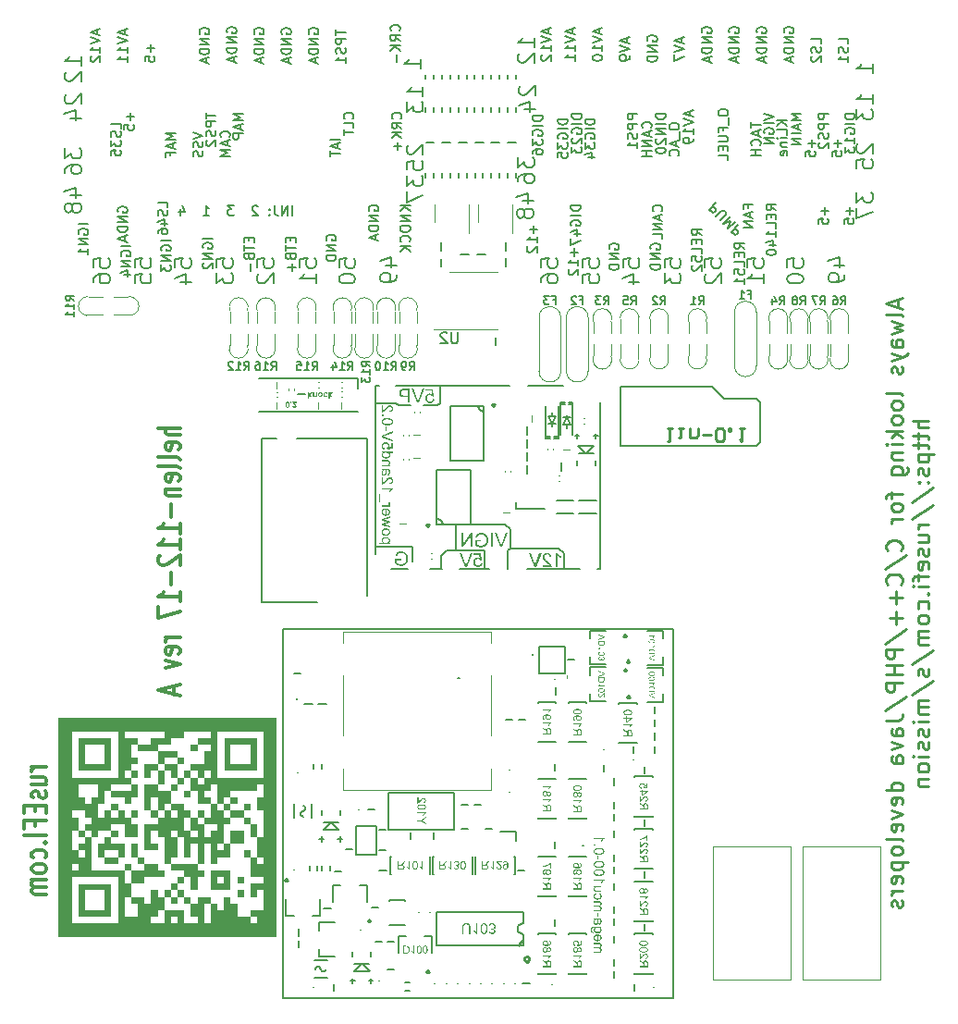
<source format=gbo>
G75*
G70*
%OFA0B0*%
%FSLAX25Y25*%
%IPPOS*%
%LPD*%
%AMOC8*
5,1,8,0,0,1.08239X$1,22.5*
%
%ADD10C,0.00787*%
%ADD116C,0.01000*%
%ADD202C,0.00300*%
%ADD62C,0.00591*%
%ADD67C,0.00984*%
%ADD68C,0.01200*%
%ADD69C,0.00500*%
%ADD70C,0.00669*%
%ADD71C,0.00390*%
%ADD72C,0.00472*%
%ADD73C,0.00800*%
%ADD75C,0.00394*%
X0000000Y0000000D02*
%LPD*%
G01*
D62*
X0271294Y0335878D02*
X0271294Y0333853D01*
X0274837Y0334865D02*
X0271294Y0334865D01*
X0273824Y0332841D02*
X0273824Y0331153D01*
X0274837Y0333178D02*
X0271294Y0331997D01*
X0271294Y0331997D02*
X0274837Y0330816D01*
X0274499Y0327610D02*
X0274668Y0327779D01*
X0274668Y0327779D02*
X0274837Y0328285D01*
X0274837Y0328285D02*
X0274837Y0328622D01*
X0274837Y0328622D02*
X0274668Y0329129D01*
X0274668Y0329129D02*
X0274331Y0329466D01*
X0274331Y0329466D02*
X0273993Y0329635D01*
X0273993Y0329635D02*
X0273318Y0329804D01*
X0273318Y0329804D02*
X0272812Y0329804D01*
X0272812Y0329804D02*
X0272137Y0329635D01*
X0272137Y0329635D02*
X0271800Y0329466D01*
X0271800Y0329466D02*
X0271462Y0329129D01*
X0271462Y0329129D02*
X0271294Y0328622D01*
X0271294Y0328622D02*
X0271294Y0328285D01*
X0271294Y0328285D02*
X0271462Y0327779D01*
X0271462Y0327779D02*
X0271631Y0327610D01*
X0274837Y0326092D02*
X0271294Y0326092D01*
X0272981Y0326092D02*
X0272981Y0324067D01*
X0274837Y0324067D02*
X0271294Y0324067D01*
X0070112Y0332278D02*
X0073656Y0331097D01*
X0073656Y0331097D02*
X0070112Y0329916D01*
X0073487Y0328904D02*
X0073656Y0328398D01*
X0073656Y0328398D02*
X0073656Y0327554D01*
X0073656Y0327554D02*
X0073487Y0327216D01*
X0073487Y0327216D02*
X0073318Y0327048D01*
X0073318Y0327048D02*
X0072981Y0326879D01*
X0072981Y0326879D02*
X0072643Y0326879D01*
X0072643Y0326879D02*
X0072306Y0327048D01*
X0072306Y0327048D02*
X0072137Y0327216D01*
X0072137Y0327216D02*
X0071968Y0327554D01*
X0071968Y0327554D02*
X0071800Y0328229D01*
X0071800Y0328229D02*
X0071631Y0328566D01*
X0071631Y0328566D02*
X0071462Y0328735D01*
X0071462Y0328735D02*
X0071125Y0328904D01*
X0071125Y0328904D02*
X0070787Y0328904D01*
X0070787Y0328904D02*
X0070450Y0328735D01*
X0070450Y0328735D02*
X0070281Y0328566D01*
X0070281Y0328566D02*
X0070112Y0328229D01*
X0070112Y0328229D02*
X0070112Y0327385D01*
X0070112Y0327385D02*
X0070281Y0326879D01*
X0073487Y0325529D02*
X0073656Y0325023D01*
X0073656Y0325023D02*
X0073656Y0324179D01*
X0073656Y0324179D02*
X0073487Y0323842D01*
X0073487Y0323842D02*
X0073318Y0323673D01*
X0073318Y0323673D02*
X0072981Y0323504D01*
X0072981Y0323504D02*
X0072643Y0323504D01*
X0072643Y0323504D02*
X0072306Y0323673D01*
X0072306Y0323673D02*
X0072137Y0323842D01*
X0072137Y0323842D02*
X0071968Y0324179D01*
X0071968Y0324179D02*
X0071800Y0324854D01*
X0071800Y0324854D02*
X0071631Y0325192D01*
X0071631Y0325192D02*
X0071462Y0325360D01*
X0071462Y0325360D02*
X0071125Y0325529D01*
X0071125Y0325529D02*
X0070787Y0325529D01*
X0070787Y0325529D02*
X0070450Y0325360D01*
X0070450Y0325360D02*
X0070281Y0325192D01*
X0070281Y0325192D02*
X0070112Y0324854D01*
X0070112Y0324854D02*
X0070112Y0324011D01*
X0070112Y0324011D02*
X0070281Y0323504D01*
X0230349Y0338925D02*
X0226805Y0338925D01*
X0226805Y0338925D02*
X0226805Y0337575D01*
X0226805Y0337575D02*
X0226974Y0337238D01*
X0226974Y0337238D02*
X0227143Y0337069D01*
X0227143Y0337069D02*
X0227480Y0336901D01*
X0227480Y0336901D02*
X0227986Y0336901D01*
X0227986Y0336901D02*
X0228324Y0337069D01*
X0228324Y0337069D02*
X0228493Y0337238D01*
X0228493Y0337238D02*
X0228661Y0337575D01*
X0228661Y0337575D02*
X0228661Y0338925D01*
X0230349Y0335382D02*
X0226805Y0335382D01*
X0226805Y0335382D02*
X0226805Y0334032D01*
X0226805Y0334032D02*
X0226974Y0333695D01*
X0226974Y0333695D02*
X0227143Y0333526D01*
X0227143Y0333526D02*
X0227480Y0333357D01*
X0227480Y0333357D02*
X0227986Y0333357D01*
X0227986Y0333357D02*
X0228324Y0333526D01*
X0228324Y0333526D02*
X0228493Y0333695D01*
X0228493Y0333695D02*
X0228661Y0334032D01*
X0228661Y0334032D02*
X0228661Y0335382D01*
X0230180Y0332007D02*
X0230349Y0331501D01*
X0230349Y0331501D02*
X0230349Y0330658D01*
X0230349Y0330658D02*
X0230180Y0330320D01*
X0230180Y0330320D02*
X0230011Y0330151D01*
X0230011Y0330151D02*
X0229674Y0329983D01*
X0229674Y0329983D02*
X0229336Y0329983D01*
X0229336Y0329983D02*
X0228999Y0330151D01*
X0228999Y0330151D02*
X0228830Y0330320D01*
X0228830Y0330320D02*
X0228661Y0330658D01*
X0228661Y0330658D02*
X0228493Y0331333D01*
X0228493Y0331333D02*
X0228324Y0331670D01*
X0228324Y0331670D02*
X0228155Y0331839D01*
X0228155Y0331839D02*
X0227818Y0332007D01*
X0227818Y0332007D02*
X0227480Y0332007D01*
X0227480Y0332007D02*
X0227143Y0331839D01*
X0227143Y0331839D02*
X0226974Y0331670D01*
X0226974Y0331670D02*
X0226805Y0331333D01*
X0226805Y0331333D02*
X0226805Y0330489D01*
X0226805Y0330489D02*
X0226974Y0329983D01*
X0230349Y0326608D02*
X0230349Y0328633D01*
X0230349Y0327620D02*
X0226805Y0327620D01*
X0226805Y0327620D02*
X0227312Y0327958D01*
X0227312Y0327958D02*
X0227649Y0328295D01*
X0227649Y0328295D02*
X0227818Y0328633D01*
X0276018Y0339038D02*
X0279561Y0337857D01*
X0279561Y0337857D02*
X0276018Y0336676D01*
X0279561Y0335494D02*
X0276018Y0335494D01*
X0276187Y0331951D02*
X0276018Y0332289D01*
X0276018Y0332289D02*
X0276018Y0332795D01*
X0276018Y0332795D02*
X0276187Y0333301D01*
X0276187Y0333301D02*
X0276524Y0333638D01*
X0276524Y0333638D02*
X0276862Y0333807D01*
X0276862Y0333807D02*
X0277536Y0333976D01*
X0277536Y0333976D02*
X0278043Y0333976D01*
X0278043Y0333976D02*
X0278718Y0333807D01*
X0278718Y0333807D02*
X0279055Y0333638D01*
X0279055Y0333638D02*
X0279393Y0333301D01*
X0279393Y0333301D02*
X0279561Y0332795D01*
X0279561Y0332795D02*
X0279561Y0332457D01*
X0279561Y0332457D02*
X0279393Y0331951D01*
X0279393Y0331951D02*
X0279224Y0331782D01*
X0279224Y0331782D02*
X0278043Y0331782D01*
X0278043Y0331782D02*
X0278043Y0332457D01*
X0279561Y0330264D02*
X0276018Y0330264D01*
X0276018Y0330264D02*
X0279561Y0328239D01*
X0279561Y0328239D02*
X0276018Y0328239D01*
X0246265Y0366249D02*
X0246265Y0364562D01*
X0247278Y0366586D02*
X0243734Y0365405D01*
X0243734Y0365405D02*
X0247278Y0364224D01*
X0243734Y0363549D02*
X0247278Y0362368D01*
X0247278Y0362368D02*
X0243734Y0361187D01*
X0243734Y0360344D02*
X0243734Y0357981D01*
X0243734Y0357981D02*
X0247278Y0359500D01*
X0144578Y0368836D02*
X0144747Y0369005D01*
X0144747Y0369005D02*
X0144916Y0369511D01*
X0144916Y0369511D02*
X0144916Y0369849D01*
X0144916Y0369849D02*
X0144747Y0370355D01*
X0144747Y0370355D02*
X0144409Y0370692D01*
X0144409Y0370692D02*
X0144072Y0370861D01*
X0144072Y0370861D02*
X0143397Y0371030D01*
X0143397Y0371030D02*
X0142891Y0371030D01*
X0142891Y0371030D02*
X0142216Y0370861D01*
X0142216Y0370861D02*
X0141878Y0370692D01*
X0141878Y0370692D02*
X0141541Y0370355D01*
X0141541Y0370355D02*
X0141372Y0369849D01*
X0141372Y0369849D02*
X0141372Y0369511D01*
X0141372Y0369511D02*
X0141541Y0369005D01*
X0141541Y0369005D02*
X0141710Y0368836D01*
X0144916Y0365293D02*
X0143228Y0366474D01*
X0144916Y0367318D02*
X0141372Y0367318D01*
X0141372Y0367318D02*
X0141372Y0365968D01*
X0141372Y0365968D02*
X0141541Y0365630D01*
X0141541Y0365630D02*
X0141710Y0365462D01*
X0141710Y0365462D02*
X0142047Y0365293D01*
X0142047Y0365293D02*
X0142553Y0365293D01*
X0142553Y0365293D02*
X0142891Y0365462D01*
X0142891Y0365462D02*
X0143060Y0365630D01*
X0143060Y0365630D02*
X0143228Y0365968D01*
X0143228Y0365968D02*
X0143228Y0367318D01*
X0144916Y0363774D02*
X0141372Y0363774D01*
X0144916Y0361750D02*
X0142891Y0363268D01*
X0141372Y0361750D02*
X0143397Y0363774D01*
X0143566Y0360231D02*
X0143566Y0357531D01*
X0226580Y0366249D02*
X0226580Y0364562D01*
X0227593Y0366586D02*
X0224049Y0365405D01*
X0224049Y0365405D02*
X0227593Y0364224D01*
X0224049Y0363549D02*
X0227593Y0362368D01*
X0227593Y0362368D02*
X0224049Y0361187D01*
X0227593Y0359837D02*
X0227593Y0359162D01*
X0227593Y0359162D02*
X0227424Y0358825D01*
X0227424Y0358825D02*
X0227255Y0358656D01*
X0227255Y0358656D02*
X0226749Y0358319D01*
X0226749Y0358319D02*
X0226074Y0358150D01*
X0226074Y0358150D02*
X0224724Y0358150D01*
X0224724Y0358150D02*
X0224387Y0358319D01*
X0224387Y0358319D02*
X0224218Y0358488D01*
X0224218Y0358488D02*
X0224049Y0358825D01*
X0224049Y0358825D02*
X0224049Y0359500D01*
X0224049Y0359500D02*
X0224218Y0359837D01*
X0224218Y0359837D02*
X0224387Y0360006D01*
X0224387Y0360006D02*
X0224724Y0360175D01*
X0224724Y0360175D02*
X0225568Y0360175D01*
X0225568Y0360175D02*
X0225905Y0360006D01*
X0225905Y0360006D02*
X0226074Y0359837D01*
X0226074Y0359837D02*
X0226243Y0359500D01*
X0226243Y0359500D02*
X0226243Y0358825D01*
X0226243Y0358825D02*
X0226074Y0358488D01*
X0226074Y0358488D02*
X0225905Y0358319D01*
X0225905Y0358319D02*
X0225568Y0358150D01*
X0035635Y0369230D02*
X0035635Y0367543D01*
X0036648Y0369567D02*
X0033105Y0368386D01*
X0033105Y0368386D02*
X0036648Y0367205D01*
X0033105Y0366530D02*
X0036648Y0365349D01*
X0036648Y0365349D02*
X0033105Y0364168D01*
X0036648Y0361131D02*
X0036648Y0363156D01*
X0036648Y0362143D02*
X0033105Y0362143D01*
X0033105Y0362143D02*
X0033611Y0362481D01*
X0033611Y0362481D02*
X0033948Y0362818D01*
X0033948Y0362818D02*
X0034117Y0363156D01*
X0033442Y0359781D02*
X0033273Y0359612D01*
X0033273Y0359612D02*
X0033105Y0359275D01*
X0033105Y0359275D02*
X0033105Y0358431D01*
X0033105Y0358431D02*
X0033273Y0358094D01*
X0033273Y0358094D02*
X0033442Y0357925D01*
X0033442Y0357925D02*
X0033779Y0357756D01*
X0033779Y0357756D02*
X0034117Y0357756D01*
X0034117Y0357756D02*
X0034623Y0357925D01*
X0034623Y0357925D02*
X0036648Y0359950D01*
X0036648Y0359950D02*
X0036648Y0357756D01*
X0198234Y0369624D02*
X0198234Y0367936D01*
X0199246Y0369961D02*
X0195703Y0368780D01*
X0195703Y0368780D02*
X0199246Y0367599D01*
X0195703Y0366924D02*
X0199246Y0365743D01*
X0199246Y0365743D02*
X0195703Y0364562D01*
X0199246Y0361525D02*
X0199246Y0363549D01*
X0199246Y0362537D02*
X0195703Y0362537D01*
X0195703Y0362537D02*
X0196209Y0362874D01*
X0196209Y0362874D02*
X0196547Y0363212D01*
X0196547Y0363212D02*
X0196715Y0363549D01*
X0196040Y0360175D02*
X0195872Y0360006D01*
X0195872Y0360006D02*
X0195703Y0359669D01*
X0195703Y0359669D02*
X0195703Y0358825D01*
X0195703Y0358825D02*
X0195872Y0358488D01*
X0195872Y0358488D02*
X0196040Y0358319D01*
X0196040Y0358319D02*
X0196378Y0358150D01*
X0196378Y0358150D02*
X0196715Y0358150D01*
X0196715Y0358150D02*
X0197222Y0358319D01*
X0197222Y0358319D02*
X0199246Y0360344D01*
X0199246Y0360344D02*
X0199246Y0358150D01*
X0123262Y0329804D02*
X0119719Y0329804D01*
X0122250Y0328285D02*
X0122250Y0326598D01*
X0123262Y0328622D02*
X0119719Y0327441D01*
X0119719Y0327441D02*
X0123262Y0326260D01*
X0119719Y0325585D02*
X0119719Y0323561D01*
X0123262Y0324573D02*
X0119719Y0324573D01*
X0112013Y0367824D02*
X0111845Y0368161D01*
X0111845Y0368161D02*
X0111845Y0368667D01*
X0111845Y0368667D02*
X0112013Y0369174D01*
X0112013Y0369174D02*
X0112351Y0369511D01*
X0112351Y0369511D02*
X0112688Y0369680D01*
X0112688Y0369680D02*
X0113363Y0369849D01*
X0113363Y0369849D02*
X0113869Y0369849D01*
X0113869Y0369849D02*
X0114544Y0369680D01*
X0114544Y0369680D02*
X0114882Y0369511D01*
X0114882Y0369511D02*
X0115219Y0369174D01*
X0115219Y0369174D02*
X0115388Y0368667D01*
X0115388Y0368667D02*
X0115388Y0368330D01*
X0115388Y0368330D02*
X0115219Y0367824D01*
X0115219Y0367824D02*
X0115051Y0367655D01*
X0115051Y0367655D02*
X0113869Y0367655D01*
X0113869Y0367655D02*
X0113869Y0368330D01*
X0115388Y0366137D02*
X0111845Y0366137D01*
X0111845Y0366137D02*
X0115388Y0364112D01*
X0115388Y0364112D02*
X0111845Y0364112D01*
X0115388Y0362425D02*
X0111845Y0362425D01*
X0111845Y0362425D02*
X0111845Y0361581D01*
X0111845Y0361581D02*
X0112013Y0361075D01*
X0112013Y0361075D02*
X0112351Y0360737D01*
X0112351Y0360737D02*
X0112688Y0360568D01*
X0112688Y0360568D02*
X0113363Y0360400D01*
X0113363Y0360400D02*
X0113869Y0360400D01*
X0113869Y0360400D02*
X0114544Y0360568D01*
X0114544Y0360568D02*
X0114882Y0360737D01*
X0114882Y0360737D02*
X0115219Y0361075D01*
X0115219Y0361075D02*
X0115388Y0361581D01*
X0115388Y0361581D02*
X0115388Y0362425D01*
X0114376Y0359050D02*
X0114376Y0357363D01*
X0115388Y0359387D02*
X0111845Y0358206D01*
X0111845Y0358206D02*
X0115388Y0357025D01*
X0214994Y0337115D02*
X0211451Y0337115D01*
X0211451Y0337115D02*
X0211451Y0336272D01*
X0211451Y0336272D02*
X0211620Y0335765D01*
X0211620Y0335765D02*
X0211957Y0335428D01*
X0211957Y0335428D02*
X0212295Y0335259D01*
X0212295Y0335259D02*
X0212970Y0335090D01*
X0212970Y0335090D02*
X0213476Y0335090D01*
X0213476Y0335090D02*
X0214151Y0335259D01*
X0214151Y0335259D02*
X0214488Y0335428D01*
X0214488Y0335428D02*
X0214826Y0335765D01*
X0214826Y0335765D02*
X0214994Y0336272D01*
X0214994Y0336272D02*
X0214994Y0337115D01*
X0214994Y0333572D02*
X0211451Y0333572D01*
X0211620Y0330029D02*
X0211451Y0330366D01*
X0211451Y0330366D02*
X0211451Y0330872D01*
X0211451Y0330872D02*
X0211620Y0331378D01*
X0211620Y0331378D02*
X0211957Y0331716D01*
X0211957Y0331716D02*
X0212295Y0331885D01*
X0212295Y0331885D02*
X0212970Y0332053D01*
X0212970Y0332053D02*
X0213476Y0332053D01*
X0213476Y0332053D02*
X0214151Y0331885D01*
X0214151Y0331885D02*
X0214488Y0331716D01*
X0214488Y0331716D02*
X0214826Y0331378D01*
X0214826Y0331378D02*
X0214994Y0330872D01*
X0214994Y0330872D02*
X0214994Y0330535D01*
X0214994Y0330535D02*
X0214826Y0330029D01*
X0214826Y0330029D02*
X0214657Y0329860D01*
X0214657Y0329860D02*
X0213476Y0329860D01*
X0213476Y0329860D02*
X0213476Y0330535D01*
X0211451Y0328679D02*
X0211451Y0326485D01*
X0211451Y0326485D02*
X0212801Y0327666D01*
X0212801Y0327666D02*
X0212801Y0327160D01*
X0212801Y0327160D02*
X0212970Y0326823D01*
X0212970Y0326823D02*
X0213138Y0326654D01*
X0213138Y0326654D02*
X0213476Y0326485D01*
X0213476Y0326485D02*
X0214319Y0326485D01*
X0214319Y0326485D02*
X0214657Y0326654D01*
X0214657Y0326654D02*
X0214826Y0326823D01*
X0214826Y0326823D02*
X0214994Y0327160D01*
X0214994Y0327160D02*
X0214994Y0328173D01*
X0214994Y0328173D02*
X0214826Y0328510D01*
X0214826Y0328510D02*
X0214657Y0328679D01*
X0212632Y0323448D02*
X0214994Y0323448D01*
X0211282Y0324292D02*
X0213813Y0325135D01*
X0213813Y0325135D02*
X0213813Y0322942D01*
X0296490Y0364168D02*
X0296490Y0365855D01*
X0296490Y0365855D02*
X0292947Y0365855D01*
X0296322Y0363156D02*
X0296490Y0362649D01*
X0296490Y0362649D02*
X0296490Y0361806D01*
X0296490Y0361806D02*
X0296322Y0361468D01*
X0296322Y0361468D02*
X0296153Y0361300D01*
X0296153Y0361300D02*
X0295815Y0361131D01*
X0295815Y0361131D02*
X0295478Y0361131D01*
X0295478Y0361131D02*
X0295141Y0361300D01*
X0295141Y0361300D02*
X0294972Y0361468D01*
X0294972Y0361468D02*
X0294803Y0361806D01*
X0294803Y0361806D02*
X0294634Y0362481D01*
X0294634Y0362481D02*
X0294466Y0362818D01*
X0294466Y0362818D02*
X0294297Y0362987D01*
X0294297Y0362987D02*
X0293959Y0363156D01*
X0293959Y0363156D02*
X0293622Y0363156D01*
X0293622Y0363156D02*
X0293285Y0362987D01*
X0293285Y0362987D02*
X0293116Y0362818D01*
X0293116Y0362818D02*
X0292947Y0362481D01*
X0292947Y0362481D02*
X0292947Y0361637D01*
X0292947Y0361637D02*
X0293116Y0361131D01*
X0293285Y0359781D02*
X0293116Y0359612D01*
X0293116Y0359612D02*
X0292947Y0359275D01*
X0292947Y0359275D02*
X0292947Y0358431D01*
X0292947Y0358431D02*
X0293116Y0358094D01*
X0293116Y0358094D02*
X0293285Y0357925D01*
X0293285Y0357925D02*
X0293622Y0357756D01*
X0293622Y0357756D02*
X0293959Y0357756D01*
X0293959Y0357756D02*
X0294466Y0357925D01*
X0294466Y0357925D02*
X0296490Y0359950D01*
X0296490Y0359950D02*
X0296490Y0357756D01*
X0253577Y0295168D02*
X0251890Y0296349D01*
X0253577Y0297193D02*
X0250034Y0297193D01*
X0250034Y0297193D02*
X0250034Y0295843D01*
X0250034Y0295843D02*
X0250202Y0295506D01*
X0250202Y0295506D02*
X0250371Y0295337D01*
X0250371Y0295337D02*
X0250709Y0295168D01*
X0250709Y0295168D02*
X0251215Y0295168D01*
X0251215Y0295168D02*
X0251552Y0295337D01*
X0251552Y0295337D02*
X0251721Y0295506D01*
X0251721Y0295506D02*
X0251890Y0295843D01*
X0251890Y0295843D02*
X0251890Y0297193D01*
X0251721Y0293650D02*
X0251721Y0292469D01*
X0253577Y0291962D02*
X0253577Y0293650D01*
X0253577Y0293650D02*
X0250034Y0293650D01*
X0250034Y0293650D02*
X0250034Y0291962D01*
X0253577Y0288757D02*
X0253577Y0290444D01*
X0253577Y0290444D02*
X0250034Y0290444D01*
X0250034Y0285888D02*
X0250034Y0287575D01*
X0250034Y0287575D02*
X0251721Y0287744D01*
X0251721Y0287744D02*
X0251552Y0287575D01*
X0251552Y0287575D02*
X0251384Y0287238D01*
X0251384Y0287238D02*
X0251384Y0286394D01*
X0251384Y0286394D02*
X0251552Y0286057D01*
X0251552Y0286057D02*
X0251721Y0285888D01*
X0251721Y0285888D02*
X0252058Y0285719D01*
X0252058Y0285719D02*
X0252902Y0285719D01*
X0252902Y0285719D02*
X0253240Y0285888D01*
X0253240Y0285888D02*
X0253408Y0286057D01*
X0253408Y0286057D02*
X0253577Y0286394D01*
X0253577Y0286394D02*
X0253577Y0287238D01*
X0253577Y0287238D02*
X0253408Y0287575D01*
X0253408Y0287575D02*
X0253240Y0287744D01*
X0250371Y0284370D02*
X0250202Y0284201D01*
X0250202Y0284201D02*
X0250034Y0283863D01*
X0250034Y0283863D02*
X0250034Y0283020D01*
X0250034Y0283020D02*
X0250202Y0282682D01*
X0250202Y0282682D02*
X0250371Y0282514D01*
X0250371Y0282514D02*
X0250709Y0282345D01*
X0250709Y0282345D02*
X0251046Y0282345D01*
X0251046Y0282345D02*
X0251552Y0282514D01*
X0251552Y0282514D02*
X0253577Y0284538D01*
X0253577Y0284538D02*
X0253577Y0282345D01*
X0234061Y0365180D02*
X0233892Y0365518D01*
X0233892Y0365518D02*
X0233892Y0366024D01*
X0233892Y0366024D02*
X0234061Y0366530D01*
X0234061Y0366530D02*
X0234398Y0366868D01*
X0234398Y0366868D02*
X0234736Y0367036D01*
X0234736Y0367036D02*
X0235411Y0367205D01*
X0235411Y0367205D02*
X0235917Y0367205D01*
X0235917Y0367205D02*
X0236592Y0367036D01*
X0236592Y0367036D02*
X0236929Y0366868D01*
X0236929Y0366868D02*
X0237267Y0366530D01*
X0237267Y0366530D02*
X0237435Y0366024D01*
X0237435Y0366024D02*
X0237435Y0365687D01*
X0237435Y0365687D02*
X0237267Y0365180D01*
X0237267Y0365180D02*
X0237098Y0365012D01*
X0237098Y0365012D02*
X0235917Y0365012D01*
X0235917Y0365012D02*
X0235917Y0365687D01*
X0237435Y0363493D02*
X0233892Y0363493D01*
X0233892Y0363493D02*
X0237435Y0361468D01*
X0237435Y0361468D02*
X0233892Y0361468D01*
X0237435Y0359781D02*
X0233892Y0359781D01*
X0233892Y0359781D02*
X0233892Y0358937D01*
X0233892Y0358937D02*
X0234061Y0358431D01*
X0234061Y0358431D02*
X0234398Y0358094D01*
X0234398Y0358094D02*
X0234736Y0357925D01*
X0234736Y0357925D02*
X0235411Y0357756D01*
X0235411Y0357756D02*
X0235917Y0357756D01*
X0235917Y0357756D02*
X0236592Y0357925D01*
X0236592Y0357925D02*
X0236929Y0358094D01*
X0236929Y0358094D02*
X0237267Y0358431D01*
X0237267Y0358431D02*
X0237435Y0358937D01*
X0237435Y0358937D02*
X0237435Y0359781D01*
X0284286Y0336721D02*
X0280742Y0336721D01*
X0284286Y0334697D02*
X0282261Y0336215D01*
X0280742Y0334697D02*
X0282767Y0336721D01*
X0284286Y0331491D02*
X0284286Y0333178D01*
X0284286Y0333178D02*
X0280742Y0333178D01*
X0284286Y0330310D02*
X0281923Y0330310D01*
X0280742Y0330310D02*
X0280911Y0330479D01*
X0280911Y0330479D02*
X0281080Y0330310D01*
X0281080Y0330310D02*
X0280911Y0330141D01*
X0280911Y0330141D02*
X0280742Y0330310D01*
X0280742Y0330310D02*
X0281080Y0330310D01*
X0281923Y0328622D02*
X0284286Y0328622D01*
X0282261Y0328622D02*
X0282092Y0328454D01*
X0282092Y0328454D02*
X0281923Y0328116D01*
X0281923Y0328116D02*
X0281923Y0327610D01*
X0281923Y0327610D02*
X0282092Y0327273D01*
X0282092Y0327273D02*
X0282430Y0327104D01*
X0282430Y0327104D02*
X0284286Y0327104D01*
X0284117Y0324067D02*
X0284286Y0324404D01*
X0284286Y0324404D02*
X0284286Y0325079D01*
X0284286Y0325079D02*
X0284117Y0325417D01*
X0284117Y0325417D02*
X0283779Y0325585D01*
X0283779Y0325585D02*
X0282430Y0325585D01*
X0282430Y0325585D02*
X0282092Y0325417D01*
X0282092Y0325417D02*
X0281923Y0325079D01*
X0281923Y0325079D02*
X0281923Y0324404D01*
X0281923Y0324404D02*
X0282092Y0324067D01*
X0282092Y0324067D02*
X0282430Y0323898D01*
X0282430Y0323898D02*
X0282767Y0323898D01*
X0282767Y0323898D02*
X0283105Y0325585D01*
D67*
X0324192Y0272132D02*
X0324192Y0269319D01*
X0325880Y0272694D02*
X0319974Y0270726D01*
X0319974Y0270726D02*
X0325880Y0268757D01*
X0325880Y0265945D02*
X0325598Y0266507D01*
X0325598Y0266507D02*
X0325036Y0266789D01*
X0325036Y0266789D02*
X0319974Y0266789D01*
X0321943Y0264258D02*
X0325880Y0263133D01*
X0325880Y0263133D02*
X0323067Y0262008D01*
X0323067Y0262008D02*
X0325880Y0260883D01*
X0325880Y0260883D02*
X0321943Y0259758D01*
X0325880Y0254978D02*
X0322786Y0254978D01*
X0322786Y0254978D02*
X0322224Y0255259D01*
X0322224Y0255259D02*
X0321943Y0255821D01*
X0321943Y0255821D02*
X0321943Y0256946D01*
X0321943Y0256946D02*
X0322224Y0257508D01*
X0325598Y0254978D02*
X0325880Y0255540D01*
X0325880Y0255540D02*
X0325880Y0256946D01*
X0325880Y0256946D02*
X0325598Y0257508D01*
X0325598Y0257508D02*
X0325036Y0257790D01*
X0325036Y0257790D02*
X0324474Y0257790D01*
X0324474Y0257790D02*
X0323911Y0257508D01*
X0323911Y0257508D02*
X0323630Y0256946D01*
X0323630Y0256946D02*
X0323630Y0255540D01*
X0323630Y0255540D02*
X0323349Y0254978D01*
X0321943Y0252728D02*
X0325880Y0251322D01*
X0321943Y0249916D02*
X0325880Y0251322D01*
X0325880Y0251322D02*
X0327286Y0251884D01*
X0327286Y0251884D02*
X0327567Y0252165D01*
X0327567Y0252165D02*
X0327848Y0252728D01*
X0325598Y0247947D02*
X0325880Y0247385D01*
X0325880Y0247385D02*
X0325880Y0246260D01*
X0325880Y0246260D02*
X0325598Y0245697D01*
X0325598Y0245697D02*
X0325036Y0245416D01*
X0325036Y0245416D02*
X0324755Y0245416D01*
X0324755Y0245416D02*
X0324192Y0245697D01*
X0324192Y0245697D02*
X0323911Y0246260D01*
X0323911Y0246260D02*
X0323911Y0247103D01*
X0323911Y0247103D02*
X0323630Y0247666D01*
X0323630Y0247666D02*
X0323067Y0247947D01*
X0323067Y0247947D02*
X0322786Y0247947D01*
X0322786Y0247947D02*
X0322224Y0247666D01*
X0322224Y0247666D02*
X0321943Y0247103D01*
X0321943Y0247103D02*
X0321943Y0246260D01*
X0321943Y0246260D02*
X0322224Y0245697D01*
X0325880Y0237542D02*
X0325598Y0238105D01*
X0325598Y0238105D02*
X0325036Y0238386D01*
X0325036Y0238386D02*
X0319974Y0238386D01*
X0325880Y0234449D02*
X0325598Y0235011D01*
X0325598Y0235011D02*
X0325317Y0235292D01*
X0325317Y0235292D02*
X0324755Y0235574D01*
X0324755Y0235574D02*
X0323067Y0235574D01*
X0323067Y0235574D02*
X0322505Y0235292D01*
X0322505Y0235292D02*
X0322224Y0235011D01*
X0322224Y0235011D02*
X0321943Y0234449D01*
X0321943Y0234449D02*
X0321943Y0233605D01*
X0321943Y0233605D02*
X0322224Y0233043D01*
X0322224Y0233043D02*
X0322505Y0232762D01*
X0322505Y0232762D02*
X0323067Y0232480D01*
X0323067Y0232480D02*
X0324755Y0232480D01*
X0324755Y0232480D02*
X0325317Y0232762D01*
X0325317Y0232762D02*
X0325598Y0233043D01*
X0325598Y0233043D02*
X0325880Y0233605D01*
X0325880Y0233605D02*
X0325880Y0234449D01*
X0325880Y0229106D02*
X0325598Y0229668D01*
X0325598Y0229668D02*
X0325317Y0229949D01*
X0325317Y0229949D02*
X0324755Y0230231D01*
X0324755Y0230231D02*
X0323067Y0230231D01*
X0323067Y0230231D02*
X0322505Y0229949D01*
X0322505Y0229949D02*
X0322224Y0229668D01*
X0322224Y0229668D02*
X0321943Y0229106D01*
X0321943Y0229106D02*
X0321943Y0228262D01*
X0321943Y0228262D02*
X0322224Y0227700D01*
X0322224Y0227700D02*
X0322505Y0227418D01*
X0322505Y0227418D02*
X0323067Y0227137D01*
X0323067Y0227137D02*
X0324755Y0227137D01*
X0324755Y0227137D02*
X0325317Y0227418D01*
X0325317Y0227418D02*
X0325598Y0227700D01*
X0325598Y0227700D02*
X0325880Y0228262D01*
X0325880Y0228262D02*
X0325880Y0229106D01*
X0325880Y0224606D02*
X0319974Y0224606D01*
X0323630Y0224044D02*
X0325880Y0222357D01*
X0321943Y0222357D02*
X0324192Y0224606D01*
X0325880Y0219826D02*
X0321943Y0219826D01*
X0319974Y0219826D02*
X0320255Y0220107D01*
X0320255Y0220107D02*
X0320537Y0219826D01*
X0320537Y0219826D02*
X0320255Y0219544D01*
X0320255Y0219544D02*
X0319974Y0219826D01*
X0319974Y0219826D02*
X0320537Y0219826D01*
X0321943Y0217014D02*
X0325880Y0217014D01*
X0322505Y0217014D02*
X0322224Y0216732D01*
X0322224Y0216732D02*
X0321943Y0216170D01*
X0321943Y0216170D02*
X0321943Y0215326D01*
X0321943Y0215326D02*
X0322224Y0214764D01*
X0322224Y0214764D02*
X0322786Y0214483D01*
X0322786Y0214483D02*
X0325880Y0214483D01*
X0321943Y0209139D02*
X0326723Y0209139D01*
X0326723Y0209139D02*
X0327286Y0209421D01*
X0327286Y0209421D02*
X0327567Y0209702D01*
X0327567Y0209702D02*
X0327848Y0210264D01*
X0327848Y0210264D02*
X0327848Y0211108D01*
X0327848Y0211108D02*
X0327567Y0211670D01*
X0325598Y0209139D02*
X0325880Y0209702D01*
X0325880Y0209702D02*
X0325880Y0210827D01*
X0325880Y0210827D02*
X0325598Y0211389D01*
X0325598Y0211389D02*
X0325317Y0211670D01*
X0325317Y0211670D02*
X0324755Y0211952D01*
X0324755Y0211952D02*
X0323067Y0211952D01*
X0323067Y0211952D02*
X0322505Y0211670D01*
X0322505Y0211670D02*
X0322224Y0211389D01*
X0322224Y0211389D02*
X0321943Y0210827D01*
X0321943Y0210827D02*
X0321943Y0209702D01*
X0321943Y0209702D02*
X0322224Y0209139D01*
X0321943Y0202672D02*
X0321943Y0200422D01*
X0325880Y0201828D02*
X0320818Y0201828D01*
X0320818Y0201828D02*
X0320255Y0201547D01*
X0320255Y0201547D02*
X0319974Y0200984D01*
X0319974Y0200984D02*
X0319974Y0200422D01*
X0325880Y0197610D02*
X0325598Y0198172D01*
X0325598Y0198172D02*
X0325317Y0198453D01*
X0325317Y0198453D02*
X0324755Y0198735D01*
X0324755Y0198735D02*
X0323067Y0198735D01*
X0323067Y0198735D02*
X0322505Y0198453D01*
X0322505Y0198453D02*
X0322224Y0198172D01*
X0322224Y0198172D02*
X0321943Y0197610D01*
X0321943Y0197610D02*
X0321943Y0196766D01*
X0321943Y0196766D02*
X0322224Y0196204D01*
X0322224Y0196204D02*
X0322505Y0195922D01*
X0322505Y0195922D02*
X0323067Y0195641D01*
X0323067Y0195641D02*
X0324755Y0195641D01*
X0324755Y0195641D02*
X0325317Y0195922D01*
X0325317Y0195922D02*
X0325598Y0196204D01*
X0325598Y0196204D02*
X0325880Y0196766D01*
X0325880Y0196766D02*
X0325880Y0197610D01*
X0325880Y0193110D02*
X0321943Y0193110D01*
X0323067Y0193110D02*
X0322505Y0192829D01*
X0322505Y0192829D02*
X0322224Y0192548D01*
X0322224Y0192548D02*
X0321943Y0191985D01*
X0321943Y0191985D02*
X0321943Y0191423D01*
X0325317Y0181580D02*
X0325598Y0181862D01*
X0325598Y0181862D02*
X0325880Y0182705D01*
X0325880Y0182705D02*
X0325880Y0183268D01*
X0325880Y0183268D02*
X0325598Y0184111D01*
X0325598Y0184111D02*
X0325036Y0184674D01*
X0325036Y0184674D02*
X0324474Y0184955D01*
X0324474Y0184955D02*
X0323349Y0185236D01*
X0323349Y0185236D02*
X0322505Y0185236D01*
X0322505Y0185236D02*
X0321380Y0184955D01*
X0321380Y0184955D02*
X0320818Y0184674D01*
X0320818Y0184674D02*
X0320255Y0184111D01*
X0320255Y0184111D02*
X0319974Y0183268D01*
X0319974Y0183268D02*
X0319974Y0182705D01*
X0319974Y0182705D02*
X0320255Y0181862D01*
X0320255Y0181862D02*
X0320537Y0181580D01*
X0319693Y0174831D02*
X0327286Y0179893D01*
X0325317Y0169488D02*
X0325598Y0169769D01*
X0325598Y0169769D02*
X0325880Y0170613D01*
X0325880Y0170613D02*
X0325880Y0171175D01*
X0325880Y0171175D02*
X0325598Y0172019D01*
X0325598Y0172019D02*
X0325036Y0172582D01*
X0325036Y0172582D02*
X0324474Y0172863D01*
X0324474Y0172863D02*
X0323349Y0173144D01*
X0323349Y0173144D02*
X0322505Y0173144D01*
X0322505Y0173144D02*
X0321380Y0172863D01*
X0321380Y0172863D02*
X0320818Y0172582D01*
X0320818Y0172582D02*
X0320255Y0172019D01*
X0320255Y0172019D02*
X0319974Y0171175D01*
X0319974Y0171175D02*
X0319974Y0170613D01*
X0319974Y0170613D02*
X0320255Y0169769D01*
X0320255Y0169769D02*
X0320537Y0169488D01*
X0323630Y0166957D02*
X0323630Y0162458D01*
X0325880Y0164708D02*
X0321380Y0164708D01*
X0323630Y0159646D02*
X0323630Y0155146D01*
X0325880Y0157396D02*
X0321380Y0157396D01*
X0319693Y0148116D02*
X0327286Y0153178D01*
X0325880Y0146147D02*
X0319974Y0146147D01*
X0319974Y0146147D02*
X0319974Y0143898D01*
X0319974Y0143898D02*
X0320255Y0143335D01*
X0320255Y0143335D02*
X0320537Y0143054D01*
X0320537Y0143054D02*
X0321099Y0142773D01*
X0321099Y0142773D02*
X0321943Y0142773D01*
X0321943Y0142773D02*
X0322505Y0143054D01*
X0322505Y0143054D02*
X0322786Y0143335D01*
X0322786Y0143335D02*
X0323067Y0143898D01*
X0323067Y0143898D02*
X0323067Y0146147D01*
X0325880Y0140242D02*
X0319974Y0140242D01*
X0322786Y0140242D02*
X0322786Y0136867D01*
X0325880Y0136867D02*
X0319974Y0136867D01*
X0325880Y0134055D02*
X0319974Y0134055D01*
X0319974Y0134055D02*
X0319974Y0131805D01*
X0319974Y0131805D02*
X0320255Y0131243D01*
X0320255Y0131243D02*
X0320537Y0130962D01*
X0320537Y0130962D02*
X0321099Y0130681D01*
X0321099Y0130681D02*
X0321943Y0130681D01*
X0321943Y0130681D02*
X0322505Y0130962D01*
X0322505Y0130962D02*
X0322786Y0131243D01*
X0322786Y0131243D02*
X0323067Y0131805D01*
X0323067Y0131805D02*
X0323067Y0134055D01*
X0319693Y0123931D02*
X0327286Y0128993D01*
X0319974Y0120276D02*
X0324192Y0120276D01*
X0324192Y0120276D02*
X0325036Y0120557D01*
X0325036Y0120557D02*
X0325598Y0121119D01*
X0325598Y0121119D02*
X0325880Y0121963D01*
X0325880Y0121963D02*
X0325880Y0122525D01*
X0325880Y0114932D02*
X0322786Y0114932D01*
X0322786Y0114932D02*
X0322224Y0115214D01*
X0322224Y0115214D02*
X0321943Y0115776D01*
X0321943Y0115776D02*
X0321943Y0116901D01*
X0321943Y0116901D02*
X0322224Y0117463D01*
X0325598Y0114932D02*
X0325880Y0115495D01*
X0325880Y0115495D02*
X0325880Y0116901D01*
X0325880Y0116901D02*
X0325598Y0117463D01*
X0325598Y0117463D02*
X0325036Y0117745D01*
X0325036Y0117745D02*
X0324474Y0117745D01*
X0324474Y0117745D02*
X0323911Y0117463D01*
X0323911Y0117463D02*
X0323630Y0116901D01*
X0323630Y0116901D02*
X0323630Y0115495D01*
X0323630Y0115495D02*
X0323349Y0114932D01*
X0321943Y0112683D02*
X0325880Y0111277D01*
X0325880Y0111277D02*
X0321943Y0109871D01*
X0325880Y0105090D02*
X0322786Y0105090D01*
X0322786Y0105090D02*
X0322224Y0105371D01*
X0322224Y0105371D02*
X0321943Y0105934D01*
X0321943Y0105934D02*
X0321943Y0107058D01*
X0321943Y0107058D02*
X0322224Y0107621D01*
X0325598Y0105090D02*
X0325880Y0105652D01*
X0325880Y0105652D02*
X0325880Y0107058D01*
X0325880Y0107058D02*
X0325598Y0107621D01*
X0325598Y0107621D02*
X0325036Y0107902D01*
X0325036Y0107902D02*
X0324474Y0107902D01*
X0324474Y0107902D02*
X0323911Y0107621D01*
X0323911Y0107621D02*
X0323630Y0107058D01*
X0323630Y0107058D02*
X0323630Y0105652D01*
X0323630Y0105652D02*
X0323349Y0105090D01*
X0325880Y0095247D02*
X0319974Y0095247D01*
X0325598Y0095247D02*
X0325880Y0095810D01*
X0325880Y0095810D02*
X0325880Y0096935D01*
X0325880Y0096935D02*
X0325598Y0097497D01*
X0325598Y0097497D02*
X0325317Y0097778D01*
X0325317Y0097778D02*
X0324755Y0098060D01*
X0324755Y0098060D02*
X0323067Y0098060D01*
X0323067Y0098060D02*
X0322505Y0097778D01*
X0322505Y0097778D02*
X0322224Y0097497D01*
X0322224Y0097497D02*
X0321943Y0096935D01*
X0321943Y0096935D02*
X0321943Y0095810D01*
X0321943Y0095810D02*
X0322224Y0095247D01*
X0325598Y0090186D02*
X0325880Y0090748D01*
X0325880Y0090748D02*
X0325880Y0091873D01*
X0325880Y0091873D02*
X0325598Y0092435D01*
X0325598Y0092435D02*
X0325036Y0092717D01*
X0325036Y0092717D02*
X0322786Y0092717D01*
X0322786Y0092717D02*
X0322224Y0092435D01*
X0322224Y0092435D02*
X0321943Y0091873D01*
X0321943Y0091873D02*
X0321943Y0090748D01*
X0321943Y0090748D02*
X0322224Y0090186D01*
X0322224Y0090186D02*
X0322786Y0089904D01*
X0322786Y0089904D02*
X0323349Y0089904D01*
X0323349Y0089904D02*
X0323911Y0092717D01*
X0321943Y0087936D02*
X0325880Y0086530D01*
X0325880Y0086530D02*
X0321943Y0085124D01*
X0325598Y0080624D02*
X0325880Y0081187D01*
X0325880Y0081187D02*
X0325880Y0082312D01*
X0325880Y0082312D02*
X0325598Y0082874D01*
X0325598Y0082874D02*
X0325036Y0083155D01*
X0325036Y0083155D02*
X0322786Y0083155D01*
X0322786Y0083155D02*
X0322224Y0082874D01*
X0322224Y0082874D02*
X0321943Y0082312D01*
X0321943Y0082312D02*
X0321943Y0081187D01*
X0321943Y0081187D02*
X0322224Y0080624D01*
X0322224Y0080624D02*
X0322786Y0080343D01*
X0322786Y0080343D02*
X0323349Y0080343D01*
X0323349Y0080343D02*
X0323911Y0083155D01*
X0325880Y0076968D02*
X0325598Y0077531D01*
X0325598Y0077531D02*
X0325036Y0077812D01*
X0325036Y0077812D02*
X0319974Y0077812D01*
X0325880Y0073875D02*
X0325598Y0074438D01*
X0325598Y0074438D02*
X0325317Y0074719D01*
X0325317Y0074719D02*
X0324755Y0075000D01*
X0324755Y0075000D02*
X0323067Y0075000D01*
X0323067Y0075000D02*
X0322505Y0074719D01*
X0322505Y0074719D02*
X0322224Y0074438D01*
X0322224Y0074438D02*
X0321943Y0073875D01*
X0321943Y0073875D02*
X0321943Y0073031D01*
X0321943Y0073031D02*
X0322224Y0072469D01*
X0322224Y0072469D02*
X0322505Y0072188D01*
X0322505Y0072188D02*
X0323067Y0071907D01*
X0323067Y0071907D02*
X0324755Y0071907D01*
X0324755Y0071907D02*
X0325317Y0072188D01*
X0325317Y0072188D02*
X0325598Y0072469D01*
X0325598Y0072469D02*
X0325880Y0073031D01*
X0325880Y0073031D02*
X0325880Y0073875D01*
X0321943Y0069376D02*
X0327848Y0069376D01*
X0322224Y0069376D02*
X0321943Y0068813D01*
X0321943Y0068813D02*
X0321943Y0067688D01*
X0321943Y0067688D02*
X0322224Y0067126D01*
X0322224Y0067126D02*
X0322505Y0066845D01*
X0322505Y0066845D02*
X0323067Y0066564D01*
X0323067Y0066564D02*
X0324755Y0066564D01*
X0324755Y0066564D02*
X0325317Y0066845D01*
X0325317Y0066845D02*
X0325598Y0067126D01*
X0325598Y0067126D02*
X0325880Y0067688D01*
X0325880Y0067688D02*
X0325880Y0068813D01*
X0325880Y0068813D02*
X0325598Y0069376D01*
X0325598Y0061783D02*
X0325880Y0062345D01*
X0325880Y0062345D02*
X0325880Y0063470D01*
X0325880Y0063470D02*
X0325598Y0064033D01*
X0325598Y0064033D02*
X0325036Y0064314D01*
X0325036Y0064314D02*
X0322786Y0064314D01*
X0322786Y0064314D02*
X0322224Y0064033D01*
X0322224Y0064033D02*
X0321943Y0063470D01*
X0321943Y0063470D02*
X0321943Y0062345D01*
X0321943Y0062345D02*
X0322224Y0061783D01*
X0322224Y0061783D02*
X0322786Y0061502D01*
X0322786Y0061502D02*
X0323349Y0061502D01*
X0323349Y0061502D02*
X0323911Y0064314D01*
X0325880Y0058971D02*
X0321943Y0058971D01*
X0323067Y0058971D02*
X0322505Y0058690D01*
X0322505Y0058690D02*
X0322224Y0058408D01*
X0322224Y0058408D02*
X0321943Y0057846D01*
X0321943Y0057846D02*
X0321943Y0057283D01*
X0325598Y0055596D02*
X0325880Y0055034D01*
X0325880Y0055034D02*
X0325880Y0053909D01*
X0325880Y0053909D02*
X0325598Y0053346D01*
X0325598Y0053346D02*
X0325036Y0053065D01*
X0325036Y0053065D02*
X0324755Y0053065D01*
X0324755Y0053065D02*
X0324192Y0053346D01*
X0324192Y0053346D02*
X0323911Y0053909D01*
X0323911Y0053909D02*
X0323911Y0054753D01*
X0323911Y0054753D02*
X0323630Y0055315D01*
X0323630Y0055315D02*
X0323067Y0055596D01*
X0323067Y0055596D02*
X0322786Y0055596D01*
X0322786Y0055596D02*
X0322224Y0055315D01*
X0322224Y0055315D02*
X0321943Y0054753D01*
X0321943Y0054753D02*
X0321943Y0053909D01*
X0321943Y0053909D02*
X0322224Y0053346D01*
X0335388Y0228403D02*
X0329482Y0228403D01*
X0335388Y0225872D02*
X0332294Y0225872D01*
X0332294Y0225872D02*
X0331732Y0226153D01*
X0331732Y0226153D02*
X0331451Y0226715D01*
X0331451Y0226715D02*
X0331451Y0227559D01*
X0331451Y0227559D02*
X0331732Y0228121D01*
X0331732Y0228121D02*
X0332013Y0228403D01*
X0331451Y0223903D02*
X0331451Y0221654D01*
X0329482Y0223060D02*
X0334544Y0223060D01*
X0334544Y0223060D02*
X0335106Y0222778D01*
X0335106Y0222778D02*
X0335388Y0222216D01*
X0335388Y0222216D02*
X0335388Y0221654D01*
X0331451Y0220529D02*
X0331451Y0218279D01*
X0329482Y0219685D02*
X0334544Y0219685D01*
X0334544Y0219685D02*
X0335106Y0219404D01*
X0335106Y0219404D02*
X0335388Y0218841D01*
X0335388Y0218841D02*
X0335388Y0218279D01*
X0331451Y0216310D02*
X0337356Y0216310D01*
X0331732Y0216310D02*
X0331451Y0215748D01*
X0331451Y0215748D02*
X0331451Y0214623D01*
X0331451Y0214623D02*
X0331732Y0214061D01*
X0331732Y0214061D02*
X0332013Y0213780D01*
X0332013Y0213780D02*
X0332575Y0213498D01*
X0332575Y0213498D02*
X0334263Y0213498D01*
X0334263Y0213498D02*
X0334825Y0213780D01*
X0334825Y0213780D02*
X0335106Y0214061D01*
X0335106Y0214061D02*
X0335388Y0214623D01*
X0335388Y0214623D02*
X0335388Y0215748D01*
X0335388Y0215748D02*
X0335106Y0216310D01*
X0335106Y0211249D02*
X0335388Y0210686D01*
X0335388Y0210686D02*
X0335388Y0209561D01*
X0335388Y0209561D02*
X0335106Y0208999D01*
X0335106Y0208999D02*
X0334544Y0208718D01*
X0334544Y0208718D02*
X0334263Y0208718D01*
X0334263Y0208718D02*
X0333700Y0208999D01*
X0333700Y0208999D02*
X0333419Y0209561D01*
X0333419Y0209561D02*
X0333419Y0210405D01*
X0333419Y0210405D02*
X0333138Y0210967D01*
X0333138Y0210967D02*
X0332575Y0211249D01*
X0332575Y0211249D02*
X0332294Y0211249D01*
X0332294Y0211249D02*
X0331732Y0210967D01*
X0331732Y0210967D02*
X0331451Y0210405D01*
X0331451Y0210405D02*
X0331451Y0209561D01*
X0331451Y0209561D02*
X0331732Y0208999D01*
X0334825Y0206187D02*
X0335106Y0205906D01*
X0335106Y0205906D02*
X0335388Y0206187D01*
X0335388Y0206187D02*
X0335106Y0206468D01*
X0335106Y0206468D02*
X0334825Y0206187D01*
X0334825Y0206187D02*
X0335388Y0206187D01*
X0331732Y0206187D02*
X0332013Y0205906D01*
X0332013Y0205906D02*
X0332294Y0206187D01*
X0332294Y0206187D02*
X0332013Y0206468D01*
X0332013Y0206468D02*
X0331732Y0206187D01*
X0331732Y0206187D02*
X0332294Y0206187D01*
X0329201Y0199156D02*
X0336794Y0204218D01*
X0329201Y0192970D02*
X0336794Y0198032D01*
X0335388Y0191001D02*
X0331451Y0191001D01*
X0332575Y0191001D02*
X0332013Y0190720D01*
X0332013Y0190720D02*
X0331732Y0190439D01*
X0331732Y0190439D02*
X0331451Y0189876D01*
X0331451Y0189876D02*
X0331451Y0189314D01*
X0331451Y0184814D02*
X0335388Y0184814D01*
X0331451Y0187345D02*
X0334544Y0187345D01*
X0334544Y0187345D02*
X0335106Y0187064D01*
X0335106Y0187064D02*
X0335388Y0186502D01*
X0335388Y0186502D02*
X0335388Y0185658D01*
X0335388Y0185658D02*
X0335106Y0185096D01*
X0335106Y0185096D02*
X0334825Y0184814D01*
X0335106Y0182283D02*
X0335388Y0181721D01*
X0335388Y0181721D02*
X0335388Y0180596D01*
X0335388Y0180596D02*
X0335106Y0180034D01*
X0335106Y0180034D02*
X0334544Y0179753D01*
X0334544Y0179753D02*
X0334263Y0179753D01*
X0334263Y0179753D02*
X0333700Y0180034D01*
X0333700Y0180034D02*
X0333419Y0180596D01*
X0333419Y0180596D02*
X0333419Y0181440D01*
X0333419Y0181440D02*
X0333138Y0182002D01*
X0333138Y0182002D02*
X0332575Y0182283D01*
X0332575Y0182283D02*
X0332294Y0182283D01*
X0332294Y0182283D02*
X0331732Y0182002D01*
X0331732Y0182002D02*
X0331451Y0181440D01*
X0331451Y0181440D02*
X0331451Y0180596D01*
X0331451Y0180596D02*
X0331732Y0180034D01*
X0335106Y0174972D02*
X0335388Y0175534D01*
X0335388Y0175534D02*
X0335388Y0176659D01*
X0335388Y0176659D02*
X0335106Y0177222D01*
X0335106Y0177222D02*
X0334544Y0177503D01*
X0334544Y0177503D02*
X0332294Y0177503D01*
X0332294Y0177503D02*
X0331732Y0177222D01*
X0331732Y0177222D02*
X0331451Y0176659D01*
X0331451Y0176659D02*
X0331451Y0175534D01*
X0331451Y0175534D02*
X0331732Y0174972D01*
X0331732Y0174972D02*
X0332294Y0174691D01*
X0332294Y0174691D02*
X0332857Y0174691D01*
X0332857Y0174691D02*
X0333419Y0177503D01*
X0331451Y0173003D02*
X0331451Y0170754D01*
X0335388Y0172160D02*
X0330326Y0172160D01*
X0330326Y0172160D02*
X0329763Y0171879D01*
X0329763Y0171879D02*
X0329482Y0171316D01*
X0329482Y0171316D02*
X0329482Y0170754D01*
X0335388Y0168785D02*
X0331451Y0168785D01*
X0329482Y0168785D02*
X0329763Y0169066D01*
X0329763Y0169066D02*
X0330044Y0168785D01*
X0330044Y0168785D02*
X0329763Y0168504D01*
X0329763Y0168504D02*
X0329482Y0168785D01*
X0329482Y0168785D02*
X0330044Y0168785D01*
X0334825Y0165973D02*
X0335106Y0165692D01*
X0335106Y0165692D02*
X0335388Y0165973D01*
X0335388Y0165973D02*
X0335106Y0166254D01*
X0335106Y0166254D02*
X0334825Y0165973D01*
X0334825Y0165973D02*
X0335388Y0165973D01*
X0335106Y0160630D02*
X0335388Y0161192D01*
X0335388Y0161192D02*
X0335388Y0162317D01*
X0335388Y0162317D02*
X0335106Y0162880D01*
X0335106Y0162880D02*
X0334825Y0163161D01*
X0334825Y0163161D02*
X0334263Y0163442D01*
X0334263Y0163442D02*
X0332575Y0163442D01*
X0332575Y0163442D02*
X0332013Y0163161D01*
X0332013Y0163161D02*
X0331732Y0162880D01*
X0331732Y0162880D02*
X0331451Y0162317D01*
X0331451Y0162317D02*
X0331451Y0161192D01*
X0331451Y0161192D02*
X0331732Y0160630D01*
X0335388Y0157255D02*
X0335106Y0157818D01*
X0335106Y0157818D02*
X0334825Y0158099D01*
X0334825Y0158099D02*
X0334263Y0158380D01*
X0334263Y0158380D02*
X0332575Y0158380D01*
X0332575Y0158380D02*
X0332013Y0158099D01*
X0332013Y0158099D02*
X0331732Y0157818D01*
X0331732Y0157818D02*
X0331451Y0157255D01*
X0331451Y0157255D02*
X0331451Y0156412D01*
X0331451Y0156412D02*
X0331732Y0155849D01*
X0331732Y0155849D02*
X0332013Y0155568D01*
X0332013Y0155568D02*
X0332575Y0155287D01*
X0332575Y0155287D02*
X0334263Y0155287D01*
X0334263Y0155287D02*
X0334825Y0155568D01*
X0334825Y0155568D02*
X0335106Y0155849D01*
X0335106Y0155849D02*
X0335388Y0156412D01*
X0335388Y0156412D02*
X0335388Y0157255D01*
X0335388Y0152756D02*
X0331451Y0152756D01*
X0332013Y0152756D02*
X0331732Y0152475D01*
X0331732Y0152475D02*
X0331451Y0151912D01*
X0331451Y0151912D02*
X0331451Y0151069D01*
X0331451Y0151069D02*
X0331732Y0150506D01*
X0331732Y0150506D02*
X0332294Y0150225D01*
X0332294Y0150225D02*
X0335388Y0150225D01*
X0332294Y0150225D02*
X0331732Y0149944D01*
X0331732Y0149944D02*
X0331451Y0149381D01*
X0331451Y0149381D02*
X0331451Y0148538D01*
X0331451Y0148538D02*
X0331732Y0147975D01*
X0331732Y0147975D02*
X0332294Y0147694D01*
X0332294Y0147694D02*
X0335388Y0147694D01*
X0329201Y0140664D02*
X0336794Y0145726D01*
X0335106Y0138976D02*
X0335388Y0138414D01*
X0335388Y0138414D02*
X0335388Y0137289D01*
X0335388Y0137289D02*
X0335106Y0136727D01*
X0335106Y0136727D02*
X0334544Y0136445D01*
X0334544Y0136445D02*
X0334263Y0136445D01*
X0334263Y0136445D02*
X0333700Y0136727D01*
X0333700Y0136727D02*
X0333419Y0137289D01*
X0333419Y0137289D02*
X0333419Y0138133D01*
X0333419Y0138133D02*
X0333138Y0138695D01*
X0333138Y0138695D02*
X0332575Y0138976D01*
X0332575Y0138976D02*
X0332294Y0138976D01*
X0332294Y0138976D02*
X0331732Y0138695D01*
X0331732Y0138695D02*
X0331451Y0138133D01*
X0331451Y0138133D02*
X0331451Y0137289D01*
X0331451Y0137289D02*
X0331732Y0136727D01*
X0329201Y0129696D02*
X0336794Y0134758D01*
X0335388Y0127728D02*
X0331451Y0127728D01*
X0332013Y0127728D02*
X0331732Y0127447D01*
X0331732Y0127447D02*
X0331451Y0126884D01*
X0331451Y0126884D02*
X0331451Y0126040D01*
X0331451Y0126040D02*
X0331732Y0125478D01*
X0331732Y0125478D02*
X0332294Y0125197D01*
X0332294Y0125197D02*
X0335388Y0125197D01*
X0332294Y0125197D02*
X0331732Y0124916D01*
X0331732Y0124916D02*
X0331451Y0124353D01*
X0331451Y0124353D02*
X0331451Y0123510D01*
X0331451Y0123510D02*
X0331732Y0122947D01*
X0331732Y0122947D02*
X0332294Y0122666D01*
X0332294Y0122666D02*
X0335388Y0122666D01*
X0335388Y0119854D02*
X0331451Y0119854D01*
X0329482Y0119854D02*
X0329763Y0120135D01*
X0329763Y0120135D02*
X0330044Y0119854D01*
X0330044Y0119854D02*
X0329763Y0119573D01*
X0329763Y0119573D02*
X0329482Y0119854D01*
X0329482Y0119854D02*
X0330044Y0119854D01*
X0335106Y0117323D02*
X0335388Y0116760D01*
X0335388Y0116760D02*
X0335388Y0115636D01*
X0335388Y0115636D02*
X0335106Y0115073D01*
X0335106Y0115073D02*
X0334544Y0114792D01*
X0334544Y0114792D02*
X0334263Y0114792D01*
X0334263Y0114792D02*
X0333700Y0115073D01*
X0333700Y0115073D02*
X0333419Y0115636D01*
X0333419Y0115636D02*
X0333419Y0116479D01*
X0333419Y0116479D02*
X0333138Y0117042D01*
X0333138Y0117042D02*
X0332575Y0117323D01*
X0332575Y0117323D02*
X0332294Y0117323D01*
X0332294Y0117323D02*
X0331732Y0117042D01*
X0331732Y0117042D02*
X0331451Y0116479D01*
X0331451Y0116479D02*
X0331451Y0115636D01*
X0331451Y0115636D02*
X0331732Y0115073D01*
X0335106Y0112542D02*
X0335388Y0111980D01*
X0335388Y0111980D02*
X0335388Y0110855D01*
X0335388Y0110855D02*
X0335106Y0110292D01*
X0335106Y0110292D02*
X0334544Y0110011D01*
X0334544Y0110011D02*
X0334263Y0110011D01*
X0334263Y0110011D02*
X0333700Y0110292D01*
X0333700Y0110292D02*
X0333419Y0110855D01*
X0333419Y0110855D02*
X0333419Y0111699D01*
X0333419Y0111699D02*
X0333138Y0112261D01*
X0333138Y0112261D02*
X0332575Y0112542D01*
X0332575Y0112542D02*
X0332294Y0112542D01*
X0332294Y0112542D02*
X0331732Y0112261D01*
X0331732Y0112261D02*
X0331451Y0111699D01*
X0331451Y0111699D02*
X0331451Y0110855D01*
X0331451Y0110855D02*
X0331732Y0110292D01*
X0335388Y0107480D02*
X0331451Y0107480D01*
X0329482Y0107480D02*
X0329763Y0107762D01*
X0329763Y0107762D02*
X0330044Y0107480D01*
X0330044Y0107480D02*
X0329763Y0107199D01*
X0329763Y0107199D02*
X0329482Y0107480D01*
X0329482Y0107480D02*
X0330044Y0107480D01*
X0335388Y0103825D02*
X0335106Y0104387D01*
X0335106Y0104387D02*
X0334825Y0104668D01*
X0334825Y0104668D02*
X0334263Y0104949D01*
X0334263Y0104949D02*
X0332575Y0104949D01*
X0332575Y0104949D02*
X0332013Y0104668D01*
X0332013Y0104668D02*
X0331732Y0104387D01*
X0331732Y0104387D02*
X0331451Y0103825D01*
X0331451Y0103825D02*
X0331451Y0102981D01*
X0331451Y0102981D02*
X0331732Y0102418D01*
X0331732Y0102418D02*
X0332013Y0102137D01*
X0332013Y0102137D02*
X0332575Y0101856D01*
X0332575Y0101856D02*
X0334263Y0101856D01*
X0334263Y0101856D02*
X0334825Y0102137D01*
X0334825Y0102137D02*
X0335106Y0102418D01*
X0335106Y0102418D02*
X0335388Y0102981D01*
X0335388Y0102981D02*
X0335388Y0103825D01*
X0331451Y0099325D02*
X0335388Y0099325D01*
X0332013Y0099325D02*
X0331732Y0099044D01*
X0331732Y0099044D02*
X0331451Y0098481D01*
X0331451Y0098481D02*
X0331451Y0097638D01*
X0331451Y0097638D02*
X0331732Y0097075D01*
X0331732Y0097075D02*
X0332294Y0096794D01*
X0332294Y0096794D02*
X0335388Y0096794D01*
D62*
X0268931Y0290444D02*
X0267244Y0291625D01*
X0268931Y0292469D02*
X0265388Y0292469D01*
X0265388Y0292469D02*
X0265388Y0291119D01*
X0265388Y0291119D02*
X0265557Y0290781D01*
X0265557Y0290781D02*
X0265725Y0290613D01*
X0265725Y0290613D02*
X0266063Y0290444D01*
X0266063Y0290444D02*
X0266569Y0290444D01*
X0266569Y0290444D02*
X0266907Y0290613D01*
X0266907Y0290613D02*
X0267075Y0290781D01*
X0267075Y0290781D02*
X0267244Y0291119D01*
X0267244Y0291119D02*
X0267244Y0292469D01*
X0267075Y0288925D02*
X0267075Y0287744D01*
X0268931Y0287238D02*
X0268931Y0288925D01*
X0268931Y0288925D02*
X0265388Y0288925D01*
X0265388Y0288925D02*
X0265388Y0287238D01*
X0268931Y0284032D02*
X0268931Y0285719D01*
X0268931Y0285719D02*
X0265388Y0285719D01*
X0265388Y0281164D02*
X0265388Y0282851D01*
X0265388Y0282851D02*
X0267075Y0283020D01*
X0267075Y0283020D02*
X0266907Y0282851D01*
X0266907Y0282851D02*
X0266738Y0282514D01*
X0266738Y0282514D02*
X0266738Y0281670D01*
X0266738Y0281670D02*
X0266907Y0281333D01*
X0266907Y0281333D02*
X0267075Y0281164D01*
X0267075Y0281164D02*
X0267413Y0280995D01*
X0267413Y0280995D02*
X0268256Y0280995D01*
X0268256Y0280995D02*
X0268594Y0281164D01*
X0268594Y0281164D02*
X0268763Y0281333D01*
X0268763Y0281333D02*
X0268931Y0281670D01*
X0268931Y0281670D02*
X0268931Y0282514D01*
X0268931Y0282514D02*
X0268763Y0282851D01*
X0268763Y0282851D02*
X0268594Y0283020D01*
X0268931Y0277620D02*
X0268931Y0279645D01*
X0268931Y0278633D02*
X0265388Y0278633D01*
X0265388Y0278633D02*
X0265894Y0278970D01*
X0265894Y0278970D02*
X0266232Y0279308D01*
X0266232Y0279308D02*
X0266400Y0279645D01*
X0209876Y0305854D02*
X0206333Y0305854D01*
X0206333Y0305854D02*
X0206333Y0305011D01*
X0206333Y0305011D02*
X0206502Y0304505D01*
X0206502Y0304505D02*
X0206839Y0304167D01*
X0206839Y0304167D02*
X0207177Y0303998D01*
X0207177Y0303998D02*
X0207851Y0303830D01*
X0207851Y0303830D02*
X0208358Y0303830D01*
X0208358Y0303830D02*
X0209033Y0303998D01*
X0209033Y0303998D02*
X0209370Y0304167D01*
X0209370Y0304167D02*
X0209707Y0304505D01*
X0209707Y0304505D02*
X0209876Y0305011D01*
X0209876Y0305011D02*
X0209876Y0305854D01*
X0209876Y0302311D02*
X0206333Y0302311D01*
X0206502Y0298768D02*
X0206333Y0299105D01*
X0206333Y0299105D02*
X0206333Y0299611D01*
X0206333Y0299611D02*
X0206502Y0300118D01*
X0206502Y0300118D02*
X0206839Y0300455D01*
X0206839Y0300455D02*
X0207177Y0300624D01*
X0207177Y0300624D02*
X0207851Y0300793D01*
X0207851Y0300793D02*
X0208358Y0300793D01*
X0208358Y0300793D02*
X0209033Y0300624D01*
X0209033Y0300624D02*
X0209370Y0300455D01*
X0209370Y0300455D02*
X0209707Y0300118D01*
X0209707Y0300118D02*
X0209876Y0299611D01*
X0209876Y0299611D02*
X0209876Y0299274D01*
X0209876Y0299274D02*
X0209707Y0298768D01*
X0209707Y0298768D02*
X0209539Y0298599D01*
X0209539Y0298599D02*
X0208358Y0298599D01*
X0208358Y0298599D02*
X0208358Y0299274D01*
X0207514Y0295562D02*
X0209876Y0295562D01*
X0206164Y0296406D02*
X0208695Y0297249D01*
X0208695Y0297249D02*
X0208695Y0295056D01*
X0206333Y0294043D02*
X0206333Y0291681D01*
X0206333Y0291681D02*
X0209876Y0293200D01*
X0063813Y0332110D02*
X0060270Y0332110D01*
X0060270Y0332110D02*
X0062801Y0330928D01*
X0062801Y0330928D02*
X0060270Y0329747D01*
X0060270Y0329747D02*
X0063813Y0329747D01*
X0062801Y0328229D02*
X0062801Y0326542D01*
X0063813Y0328566D02*
X0060270Y0327385D01*
X0060270Y0327385D02*
X0063813Y0326204D01*
X0061957Y0323842D02*
X0061957Y0325023D01*
X0063813Y0325023D02*
X0060270Y0325023D01*
X0060270Y0325023D02*
X0060270Y0323336D01*
X0082486Y0368218D02*
X0082317Y0368555D01*
X0082317Y0368555D02*
X0082317Y0369061D01*
X0082317Y0369061D02*
X0082486Y0369567D01*
X0082486Y0369567D02*
X0082823Y0369905D01*
X0082823Y0369905D02*
X0083161Y0370074D01*
X0083161Y0370074D02*
X0083836Y0370242D01*
X0083836Y0370242D02*
X0084342Y0370242D01*
X0084342Y0370242D02*
X0085017Y0370074D01*
X0085017Y0370074D02*
X0085354Y0369905D01*
X0085354Y0369905D02*
X0085692Y0369567D01*
X0085692Y0369567D02*
X0085860Y0369061D01*
X0085860Y0369061D02*
X0085860Y0368724D01*
X0085860Y0368724D02*
X0085692Y0368218D01*
X0085692Y0368218D02*
X0085523Y0368049D01*
X0085523Y0368049D02*
X0084342Y0368049D01*
X0084342Y0368049D02*
X0084342Y0368724D01*
X0085860Y0366530D02*
X0082317Y0366530D01*
X0082317Y0366530D02*
X0085860Y0364506D01*
X0085860Y0364506D02*
X0082317Y0364506D01*
X0085860Y0362818D02*
X0082317Y0362818D01*
X0082317Y0362818D02*
X0082317Y0361975D01*
X0082317Y0361975D02*
X0082486Y0361468D01*
X0082486Y0361468D02*
X0082823Y0361131D01*
X0082823Y0361131D02*
X0083161Y0360962D01*
X0083161Y0360962D02*
X0083836Y0360793D01*
X0083836Y0360793D02*
X0084342Y0360793D01*
X0084342Y0360793D02*
X0085017Y0360962D01*
X0085017Y0360962D02*
X0085354Y0361131D01*
X0085354Y0361131D02*
X0085692Y0361468D01*
X0085692Y0361468D02*
X0085860Y0361975D01*
X0085860Y0361975D02*
X0085860Y0362818D01*
X0084848Y0359444D02*
X0084848Y0357756D01*
X0085860Y0359781D02*
X0082317Y0358600D01*
X0082317Y0358600D02*
X0085860Y0357419D01*
X0127649Y0337294D02*
X0127818Y0337463D01*
X0127818Y0337463D02*
X0127986Y0337969D01*
X0127986Y0337969D02*
X0127986Y0338307D01*
X0127986Y0338307D02*
X0127818Y0338813D01*
X0127818Y0338813D02*
X0127480Y0339150D01*
X0127480Y0339150D02*
X0127143Y0339319D01*
X0127143Y0339319D02*
X0126468Y0339488D01*
X0126468Y0339488D02*
X0125962Y0339488D01*
X0125962Y0339488D02*
X0125287Y0339319D01*
X0125287Y0339319D02*
X0124949Y0339150D01*
X0124949Y0339150D02*
X0124612Y0338813D01*
X0124612Y0338813D02*
X0124443Y0338307D01*
X0124443Y0338307D02*
X0124443Y0337969D01*
X0124443Y0337969D02*
X0124612Y0337463D01*
X0124612Y0337463D02*
X0124781Y0337294D01*
X0127986Y0334088D02*
X0127986Y0335776D01*
X0127986Y0335776D02*
X0124443Y0335776D01*
X0124443Y0333414D02*
X0124443Y0331389D01*
X0127986Y0332401D02*
X0124443Y0332401D01*
X0045478Y0369230D02*
X0045478Y0367543D01*
X0046490Y0369567D02*
X0042947Y0368386D01*
X0042947Y0368386D02*
X0046490Y0367205D01*
X0042947Y0366530D02*
X0046490Y0365349D01*
X0046490Y0365349D02*
X0042947Y0364168D01*
X0046490Y0361131D02*
X0046490Y0363156D01*
X0046490Y0362143D02*
X0042947Y0362143D01*
X0042947Y0362143D02*
X0043453Y0362481D01*
X0043453Y0362481D02*
X0043791Y0362818D01*
X0043791Y0362818D02*
X0043959Y0363156D01*
X0046490Y0357756D02*
X0046490Y0359781D01*
X0046490Y0358769D02*
X0042947Y0358769D01*
X0042947Y0358769D02*
X0043453Y0359106D01*
X0043453Y0359106D02*
X0043791Y0359444D01*
X0043791Y0359444D02*
X0043959Y0359781D01*
X0118313Y0293369D02*
X0118144Y0293706D01*
X0118144Y0293706D02*
X0118144Y0294212D01*
X0118144Y0294212D02*
X0118313Y0294718D01*
X0118313Y0294718D02*
X0118650Y0295056D01*
X0118650Y0295056D02*
X0118988Y0295225D01*
X0118988Y0295225D02*
X0119662Y0295393D01*
X0119662Y0295393D02*
X0120169Y0295393D01*
X0120169Y0295393D02*
X0120844Y0295225D01*
X0120844Y0295225D02*
X0121181Y0295056D01*
X0121181Y0295056D02*
X0121519Y0294718D01*
X0121519Y0294718D02*
X0121687Y0294212D01*
X0121687Y0294212D02*
X0121687Y0293875D01*
X0121687Y0293875D02*
X0121519Y0293369D01*
X0121519Y0293369D02*
X0121350Y0293200D01*
X0121350Y0293200D02*
X0120169Y0293200D01*
X0120169Y0293200D02*
X0120169Y0293875D01*
X0121687Y0291681D02*
X0118144Y0291681D01*
X0118144Y0291681D02*
X0121687Y0289656D01*
X0121687Y0289656D02*
X0118144Y0289656D01*
X0121687Y0287969D02*
X0118144Y0287969D01*
X0118144Y0287969D02*
X0118144Y0287126D01*
X0118144Y0287126D02*
X0118313Y0286619D01*
X0118313Y0286619D02*
X0118650Y0286282D01*
X0118650Y0286282D02*
X0118988Y0286113D01*
X0118988Y0286113D02*
X0119662Y0285944D01*
X0119662Y0285944D02*
X0120169Y0285944D01*
X0120169Y0285944D02*
X0120844Y0286113D01*
X0120844Y0286113D02*
X0121181Y0286282D01*
X0121181Y0286282D02*
X0121519Y0286619D01*
X0121519Y0286619D02*
X0121687Y0287126D01*
X0121687Y0287126D02*
X0121687Y0287969D01*
X0220281Y0290219D02*
X0220112Y0290556D01*
X0220112Y0290556D02*
X0220112Y0291063D01*
X0220112Y0291063D02*
X0220281Y0291569D01*
X0220281Y0291569D02*
X0220619Y0291906D01*
X0220619Y0291906D02*
X0220956Y0292075D01*
X0220956Y0292075D02*
X0221631Y0292244D01*
X0221631Y0292244D02*
X0222137Y0292244D01*
X0222137Y0292244D02*
X0222812Y0292075D01*
X0222812Y0292075D02*
X0223150Y0291906D01*
X0223150Y0291906D02*
X0223487Y0291569D01*
X0223487Y0291569D02*
X0223656Y0291063D01*
X0223656Y0291063D02*
X0223656Y0290725D01*
X0223656Y0290725D02*
X0223487Y0290219D01*
X0223487Y0290219D02*
X0223318Y0290050D01*
X0223318Y0290050D02*
X0222137Y0290050D01*
X0222137Y0290050D02*
X0222137Y0290725D01*
X0223656Y0288532D02*
X0220112Y0288532D01*
X0220112Y0288532D02*
X0223656Y0286507D01*
X0223656Y0286507D02*
X0220112Y0286507D01*
X0223656Y0284820D02*
X0220112Y0284820D01*
X0220112Y0284820D02*
X0220112Y0283976D01*
X0220112Y0283976D02*
X0220281Y0283470D01*
X0220281Y0283470D02*
X0220619Y0283132D01*
X0220619Y0283132D02*
X0220956Y0282964D01*
X0220956Y0282964D02*
X0221631Y0282795D01*
X0221631Y0282795D02*
X0222137Y0282795D01*
X0222137Y0282795D02*
X0222812Y0282964D01*
X0222812Y0282964D02*
X0223150Y0283132D01*
X0223150Y0283132D02*
X0223487Y0283470D01*
X0223487Y0283470D02*
X0223656Y0283976D01*
X0223656Y0283976D02*
X0223656Y0284820D01*
X0240585Y0338925D02*
X0237042Y0338925D01*
X0237042Y0338925D02*
X0237042Y0338082D01*
X0237042Y0338082D02*
X0237210Y0337575D01*
X0237210Y0337575D02*
X0237548Y0337238D01*
X0237548Y0337238D02*
X0237885Y0337069D01*
X0237885Y0337069D02*
X0238560Y0336901D01*
X0238560Y0336901D02*
X0239066Y0336901D01*
X0239066Y0336901D02*
X0239741Y0337069D01*
X0239741Y0337069D02*
X0240079Y0337238D01*
X0240079Y0337238D02*
X0240416Y0337575D01*
X0240416Y0337575D02*
X0240585Y0338082D01*
X0240585Y0338082D02*
X0240585Y0338925D01*
X0240585Y0335382D02*
X0237042Y0335382D01*
X0240585Y0333695D02*
X0237042Y0333695D01*
X0237042Y0333695D02*
X0240585Y0331670D01*
X0240585Y0331670D02*
X0237042Y0331670D01*
X0237379Y0330151D02*
X0237210Y0329983D01*
X0237210Y0329983D02*
X0237042Y0329645D01*
X0237042Y0329645D02*
X0237042Y0328802D01*
X0237042Y0328802D02*
X0237210Y0328464D01*
X0237210Y0328464D02*
X0237379Y0328295D01*
X0237379Y0328295D02*
X0237716Y0328127D01*
X0237716Y0328127D02*
X0238054Y0328127D01*
X0238054Y0328127D02*
X0238560Y0328295D01*
X0238560Y0328295D02*
X0240585Y0330320D01*
X0240585Y0330320D02*
X0240585Y0328127D01*
X0237042Y0325933D02*
X0237042Y0325596D01*
X0237042Y0325596D02*
X0237210Y0325258D01*
X0237210Y0325258D02*
X0237379Y0325090D01*
X0237379Y0325090D02*
X0237716Y0324921D01*
X0237716Y0324921D02*
X0238391Y0324752D01*
X0238391Y0324752D02*
X0239235Y0324752D01*
X0239235Y0324752D02*
X0239910Y0324921D01*
X0239910Y0324921D02*
X0240247Y0325090D01*
X0240247Y0325090D02*
X0240416Y0325258D01*
X0240416Y0325258D02*
X0240585Y0325596D01*
X0240585Y0325596D02*
X0240585Y0325933D01*
X0240585Y0325933D02*
X0240416Y0326271D01*
X0240416Y0326271D02*
X0240247Y0326439D01*
X0240247Y0326439D02*
X0239910Y0326608D01*
X0239910Y0326608D02*
X0239235Y0326777D01*
X0239235Y0326777D02*
X0238391Y0326777D01*
X0238391Y0326777D02*
X0237716Y0326608D01*
X0237716Y0326608D02*
X0237379Y0326439D01*
X0237379Y0326439D02*
X0237210Y0326271D01*
X0237210Y0326271D02*
X0237042Y0325933D01*
X0083161Y0330591D02*
X0083330Y0330760D01*
X0083330Y0330760D02*
X0083498Y0331266D01*
X0083498Y0331266D02*
X0083498Y0331603D01*
X0083498Y0331603D02*
X0083330Y0332110D01*
X0083330Y0332110D02*
X0082992Y0332447D01*
X0082992Y0332447D02*
X0082655Y0332616D01*
X0082655Y0332616D02*
X0081980Y0332784D01*
X0081980Y0332784D02*
X0081474Y0332784D01*
X0081474Y0332784D02*
X0080799Y0332616D01*
X0080799Y0332616D02*
X0080461Y0332447D01*
X0080461Y0332447D02*
X0080124Y0332110D01*
X0080124Y0332110D02*
X0079955Y0331603D01*
X0079955Y0331603D02*
X0079955Y0331266D01*
X0079955Y0331266D02*
X0080124Y0330760D01*
X0080124Y0330760D02*
X0080292Y0330591D01*
X0082486Y0329241D02*
X0082486Y0327554D01*
X0083498Y0329579D02*
X0079955Y0328398D01*
X0079955Y0328398D02*
X0083498Y0327216D01*
X0083498Y0326035D02*
X0079955Y0326035D01*
X0079955Y0326035D02*
X0082486Y0324854D01*
X0082486Y0324854D02*
X0079955Y0323673D01*
X0079955Y0323673D02*
X0083498Y0323673D01*
X0258702Y0306959D02*
X0256196Y0304454D01*
X0256196Y0304454D02*
X0257151Y0303499D01*
X0257151Y0303499D02*
X0257508Y0303380D01*
X0257508Y0303380D02*
X0257747Y0303380D01*
X0257747Y0303380D02*
X0258105Y0303499D01*
X0258105Y0303499D02*
X0258463Y0303857D01*
X0258463Y0303857D02*
X0258582Y0304215D01*
X0258582Y0304215D02*
X0258582Y0304454D01*
X0258582Y0304454D02*
X0258463Y0304811D01*
X0258463Y0304811D02*
X0257508Y0305766D01*
X0258702Y0301948D02*
X0260730Y0303976D01*
X0260730Y0303976D02*
X0261088Y0304096D01*
X0261088Y0304096D02*
X0261326Y0304096D01*
X0261326Y0304096D02*
X0261684Y0303976D01*
X0261684Y0303976D02*
X0262162Y0303499D01*
X0262162Y0303499D02*
X0262281Y0303141D01*
X0262281Y0303141D02*
X0262281Y0302902D01*
X0262281Y0302902D02*
X0262162Y0302545D01*
X0262162Y0302545D02*
X0260133Y0300516D01*
X0263832Y0301829D02*
X0261326Y0299323D01*
X0261326Y0299323D02*
X0263951Y0300278D01*
X0263951Y0300278D02*
X0262997Y0297653D01*
X0262997Y0297653D02*
X0265502Y0300158D01*
X0266695Y0298965D02*
X0264190Y0296460D01*
X0264190Y0296460D02*
X0265144Y0295505D01*
X0265144Y0295505D02*
X0265502Y0295386D01*
X0265502Y0295386D02*
X0265741Y0295386D01*
X0265741Y0295386D02*
X0266099Y0295505D01*
X0266099Y0295505D02*
X0266457Y0295863D01*
X0266457Y0295863D02*
X0266576Y0296221D01*
X0266576Y0296221D02*
X0266576Y0296460D01*
X0266576Y0296460D02*
X0266457Y0296818D01*
X0266457Y0296818D02*
X0265502Y0297772D01*
X0032317Y0299162D02*
X0028774Y0299162D01*
X0028943Y0295618D02*
X0028774Y0295956D01*
X0028774Y0295956D02*
X0028774Y0296462D01*
X0028774Y0296462D02*
X0028943Y0296968D01*
X0028943Y0296968D02*
X0029280Y0297306D01*
X0029280Y0297306D02*
X0029617Y0297474D01*
X0029617Y0297474D02*
X0030292Y0297643D01*
X0030292Y0297643D02*
X0030799Y0297643D01*
X0030799Y0297643D02*
X0031474Y0297474D01*
X0031474Y0297474D02*
X0031811Y0297306D01*
X0031811Y0297306D02*
X0032148Y0296968D01*
X0032148Y0296968D02*
X0032317Y0296462D01*
X0032317Y0296462D02*
X0032317Y0296124D01*
X0032317Y0296124D02*
X0032148Y0295618D01*
X0032148Y0295618D02*
X0031980Y0295450D01*
X0031980Y0295450D02*
X0030799Y0295450D01*
X0030799Y0295450D02*
X0030799Y0296124D01*
X0032317Y0293931D02*
X0028774Y0293931D01*
X0028774Y0293931D02*
X0032317Y0291906D01*
X0032317Y0291906D02*
X0028774Y0291906D01*
X0032317Y0288363D02*
X0032317Y0290388D01*
X0032317Y0289375D02*
X0028774Y0289375D01*
X0028774Y0289375D02*
X0029280Y0289713D01*
X0029280Y0289713D02*
X0029617Y0290050D01*
X0029617Y0290050D02*
X0029786Y0290388D01*
X0092328Y0367824D02*
X0092160Y0368161D01*
X0092160Y0368161D02*
X0092160Y0368667D01*
X0092160Y0368667D02*
X0092328Y0369174D01*
X0092328Y0369174D02*
X0092666Y0369511D01*
X0092666Y0369511D02*
X0093003Y0369680D01*
X0093003Y0369680D02*
X0093678Y0369849D01*
X0093678Y0369849D02*
X0094184Y0369849D01*
X0094184Y0369849D02*
X0094859Y0369680D01*
X0094859Y0369680D02*
X0095197Y0369511D01*
X0095197Y0369511D02*
X0095534Y0369174D01*
X0095534Y0369174D02*
X0095703Y0368667D01*
X0095703Y0368667D02*
X0095703Y0368330D01*
X0095703Y0368330D02*
X0095534Y0367824D01*
X0095534Y0367824D02*
X0095366Y0367655D01*
X0095366Y0367655D02*
X0094184Y0367655D01*
X0094184Y0367655D02*
X0094184Y0368330D01*
X0095703Y0366137D02*
X0092160Y0366137D01*
X0092160Y0366137D02*
X0095703Y0364112D01*
X0095703Y0364112D02*
X0092160Y0364112D01*
X0095703Y0362425D02*
X0092160Y0362425D01*
X0092160Y0362425D02*
X0092160Y0361581D01*
X0092160Y0361581D02*
X0092328Y0361075D01*
X0092328Y0361075D02*
X0092666Y0360737D01*
X0092666Y0360737D02*
X0093003Y0360568D01*
X0093003Y0360568D02*
X0093678Y0360400D01*
X0093678Y0360400D02*
X0094184Y0360400D01*
X0094184Y0360400D02*
X0094859Y0360568D01*
X0094859Y0360568D02*
X0095197Y0360737D01*
X0095197Y0360737D02*
X0095534Y0361075D01*
X0095534Y0361075D02*
X0095703Y0361581D01*
X0095703Y0361581D02*
X0095703Y0362425D01*
X0094691Y0359050D02*
X0094691Y0357363D01*
X0095703Y0359387D02*
X0092160Y0358206D01*
X0092160Y0358206D02*
X0095703Y0357025D01*
X0253746Y0368218D02*
X0253577Y0368555D01*
X0253577Y0368555D02*
X0253577Y0369061D01*
X0253577Y0369061D02*
X0253746Y0369567D01*
X0253746Y0369567D02*
X0254083Y0369905D01*
X0254083Y0369905D02*
X0254421Y0370074D01*
X0254421Y0370074D02*
X0255096Y0370242D01*
X0255096Y0370242D02*
X0255602Y0370242D01*
X0255602Y0370242D02*
X0256277Y0370074D01*
X0256277Y0370074D02*
X0256614Y0369905D01*
X0256614Y0369905D02*
X0256952Y0369567D01*
X0256952Y0369567D02*
X0257120Y0369061D01*
X0257120Y0369061D02*
X0257120Y0368724D01*
X0257120Y0368724D02*
X0256952Y0368218D01*
X0256952Y0368218D02*
X0256783Y0368049D01*
X0256783Y0368049D02*
X0255602Y0368049D01*
X0255602Y0368049D02*
X0255602Y0368724D01*
X0257120Y0366530D02*
X0253577Y0366530D01*
X0253577Y0366530D02*
X0257120Y0364506D01*
X0257120Y0364506D02*
X0253577Y0364506D01*
X0257120Y0362818D02*
X0253577Y0362818D01*
X0253577Y0362818D02*
X0253577Y0361975D01*
X0253577Y0361975D02*
X0253746Y0361468D01*
X0253746Y0361468D02*
X0254083Y0361131D01*
X0254083Y0361131D02*
X0254421Y0360962D01*
X0254421Y0360962D02*
X0255096Y0360793D01*
X0255096Y0360793D02*
X0255602Y0360793D01*
X0255602Y0360793D02*
X0256277Y0360962D01*
X0256277Y0360962D02*
X0256614Y0361131D01*
X0256614Y0361131D02*
X0256952Y0361468D01*
X0256952Y0361468D02*
X0257120Y0361975D01*
X0257120Y0361975D02*
X0257120Y0362818D01*
X0256108Y0359444D02*
X0256108Y0357756D01*
X0257120Y0359781D02*
X0253577Y0358600D01*
X0253577Y0358600D02*
X0257120Y0357419D01*
X0043116Y0303605D02*
X0042947Y0303942D01*
X0042947Y0303942D02*
X0042947Y0304448D01*
X0042947Y0304448D02*
X0043116Y0304955D01*
X0043116Y0304955D02*
X0043453Y0305292D01*
X0043453Y0305292D02*
X0043791Y0305461D01*
X0043791Y0305461D02*
X0044466Y0305629D01*
X0044466Y0305629D02*
X0044972Y0305629D01*
X0044972Y0305629D02*
X0045647Y0305461D01*
X0045647Y0305461D02*
X0045984Y0305292D01*
X0045984Y0305292D02*
X0046322Y0304955D01*
X0046322Y0304955D02*
X0046490Y0304448D01*
X0046490Y0304448D02*
X0046490Y0304111D01*
X0046490Y0304111D02*
X0046322Y0303605D01*
X0046322Y0303605D02*
X0046153Y0303436D01*
X0046153Y0303436D02*
X0044972Y0303436D01*
X0044972Y0303436D02*
X0044972Y0304111D01*
X0046490Y0301917D02*
X0042947Y0301917D01*
X0042947Y0301917D02*
X0046490Y0299893D01*
X0046490Y0299893D02*
X0042947Y0299893D01*
X0046490Y0298205D02*
X0042947Y0298205D01*
X0042947Y0298205D02*
X0042947Y0297362D01*
X0042947Y0297362D02*
X0043116Y0296856D01*
X0043116Y0296856D02*
X0043453Y0296518D01*
X0043453Y0296518D02*
X0043791Y0296349D01*
X0043791Y0296349D02*
X0044466Y0296181D01*
X0044466Y0296181D02*
X0044972Y0296181D01*
X0044972Y0296181D02*
X0045647Y0296349D01*
X0045647Y0296349D02*
X0045984Y0296518D01*
X0045984Y0296518D02*
X0046322Y0296856D01*
X0046322Y0296856D02*
X0046490Y0297362D01*
X0046490Y0297362D02*
X0046490Y0298205D01*
X0045478Y0294831D02*
X0045478Y0293144D01*
X0046490Y0295168D02*
X0042947Y0293987D01*
X0042947Y0293987D02*
X0046490Y0292806D01*
X0090304Y0294437D02*
X0090304Y0293256D01*
X0092160Y0292750D02*
X0092160Y0294437D01*
X0092160Y0294437D02*
X0088616Y0294437D01*
X0088616Y0294437D02*
X0088616Y0292750D01*
X0088616Y0291737D02*
X0088616Y0289713D01*
X0092160Y0290725D02*
X0088616Y0290725D01*
X0090304Y0287351D02*
X0090472Y0286844D01*
X0090472Y0286844D02*
X0090641Y0286676D01*
X0090641Y0286676D02*
X0090979Y0286507D01*
X0090979Y0286507D02*
X0091485Y0286507D01*
X0091485Y0286507D02*
X0091822Y0286676D01*
X0091822Y0286676D02*
X0091991Y0286844D01*
X0091991Y0286844D02*
X0092160Y0287182D01*
X0092160Y0287182D02*
X0092160Y0288532D01*
X0092160Y0288532D02*
X0088616Y0288532D01*
X0088616Y0288532D02*
X0088616Y0287351D01*
X0088616Y0287351D02*
X0088785Y0287013D01*
X0088785Y0287013D02*
X0088954Y0286844D01*
X0088954Y0286844D02*
X0089291Y0286676D01*
X0089291Y0286676D02*
X0089629Y0286676D01*
X0089629Y0286676D02*
X0089966Y0286844D01*
X0089966Y0286844D02*
X0090135Y0287013D01*
X0090135Y0287013D02*
X0090304Y0287351D01*
X0090304Y0287351D02*
X0090304Y0288532D01*
X0090810Y0284988D02*
X0090810Y0282289D01*
X0074837Y0339432D02*
X0074837Y0337407D01*
X0078380Y0338419D02*
X0074837Y0338419D01*
X0078380Y0336226D02*
X0074837Y0336226D01*
X0074837Y0336226D02*
X0074837Y0334876D01*
X0074837Y0334876D02*
X0075006Y0334538D01*
X0075006Y0334538D02*
X0075174Y0334370D01*
X0075174Y0334370D02*
X0075512Y0334201D01*
X0075512Y0334201D02*
X0076018Y0334201D01*
X0076018Y0334201D02*
X0076355Y0334370D01*
X0076355Y0334370D02*
X0076524Y0334538D01*
X0076524Y0334538D02*
X0076693Y0334876D01*
X0076693Y0334876D02*
X0076693Y0336226D01*
X0078211Y0332851D02*
X0078380Y0332345D01*
X0078380Y0332345D02*
X0078380Y0331501D01*
X0078380Y0331501D02*
X0078211Y0331164D01*
X0078211Y0331164D02*
X0078043Y0330995D01*
X0078043Y0330995D02*
X0077705Y0330826D01*
X0077705Y0330826D02*
X0077368Y0330826D01*
X0077368Y0330826D02*
X0077030Y0330995D01*
X0077030Y0330995D02*
X0076862Y0331164D01*
X0076862Y0331164D02*
X0076693Y0331501D01*
X0076693Y0331501D02*
X0076524Y0332176D01*
X0076524Y0332176D02*
X0076355Y0332514D01*
X0076355Y0332514D02*
X0076187Y0332682D01*
X0076187Y0332682D02*
X0075849Y0332851D01*
X0075849Y0332851D02*
X0075512Y0332851D01*
X0075512Y0332851D02*
X0075174Y0332682D01*
X0075174Y0332682D02*
X0075006Y0332514D01*
X0075006Y0332514D02*
X0074837Y0332176D01*
X0074837Y0332176D02*
X0074837Y0331333D01*
X0074837Y0331333D02*
X0075006Y0330826D01*
X0075174Y0329476D02*
X0075006Y0329308D01*
X0075006Y0329308D02*
X0074837Y0328970D01*
X0074837Y0328970D02*
X0074837Y0328127D01*
X0074837Y0328127D02*
X0075006Y0327789D01*
X0075006Y0327789D02*
X0075174Y0327620D01*
X0075174Y0327620D02*
X0075512Y0327452D01*
X0075512Y0327452D02*
X0075849Y0327452D01*
X0075849Y0327452D02*
X0076355Y0327620D01*
X0076355Y0327620D02*
X0078380Y0329645D01*
X0078380Y0329645D02*
X0078380Y0327452D01*
X0263588Y0368218D02*
X0263420Y0368555D01*
X0263420Y0368555D02*
X0263420Y0369061D01*
X0263420Y0369061D02*
X0263588Y0369567D01*
X0263588Y0369567D02*
X0263926Y0369905D01*
X0263926Y0369905D02*
X0264263Y0370074D01*
X0264263Y0370074D02*
X0264938Y0370242D01*
X0264938Y0370242D02*
X0265444Y0370242D01*
X0265444Y0370242D02*
X0266119Y0370074D01*
X0266119Y0370074D02*
X0266457Y0369905D01*
X0266457Y0369905D02*
X0266794Y0369567D01*
X0266794Y0369567D02*
X0266963Y0369061D01*
X0266963Y0369061D02*
X0266963Y0368724D01*
X0266963Y0368724D02*
X0266794Y0368218D01*
X0266794Y0368218D02*
X0266625Y0368049D01*
X0266625Y0368049D02*
X0265444Y0368049D01*
X0265444Y0368049D02*
X0265444Y0368724D01*
X0266963Y0366530D02*
X0263420Y0366530D01*
X0263420Y0366530D02*
X0266963Y0364506D01*
X0266963Y0364506D02*
X0263420Y0364506D01*
X0266963Y0362818D02*
X0263420Y0362818D01*
X0263420Y0362818D02*
X0263420Y0361975D01*
X0263420Y0361975D02*
X0263588Y0361468D01*
X0263588Y0361468D02*
X0263926Y0361131D01*
X0263926Y0361131D02*
X0264263Y0360962D01*
X0264263Y0360962D02*
X0264938Y0360793D01*
X0264938Y0360793D02*
X0265444Y0360793D01*
X0265444Y0360793D02*
X0266119Y0360962D01*
X0266119Y0360962D02*
X0266457Y0361131D01*
X0266457Y0361131D02*
X0266794Y0361468D01*
X0266794Y0361468D02*
X0266963Y0361975D01*
X0266963Y0361975D02*
X0266963Y0362818D01*
X0265950Y0359444D02*
X0265950Y0357756D01*
X0266963Y0359781D02*
X0263420Y0358600D01*
X0263420Y0358600D02*
X0266963Y0357419D01*
X0216738Y0369624D02*
X0216738Y0367936D01*
X0217750Y0369961D02*
X0214207Y0368780D01*
X0214207Y0368780D02*
X0217750Y0367599D01*
X0214207Y0366924D02*
X0217750Y0365743D01*
X0217750Y0365743D02*
X0214207Y0364562D01*
X0217750Y0361525D02*
X0217750Y0363549D01*
X0217750Y0362537D02*
X0214207Y0362537D01*
X0214207Y0362537D02*
X0214713Y0362874D01*
X0214713Y0362874D02*
X0215051Y0363212D01*
X0215051Y0363212D02*
X0215219Y0363549D01*
X0214207Y0359331D02*
X0214207Y0358994D01*
X0214207Y0358994D02*
X0214376Y0358656D01*
X0214376Y0358656D02*
X0214544Y0358488D01*
X0214544Y0358488D02*
X0214882Y0358319D01*
X0214882Y0358319D02*
X0215557Y0358150D01*
X0215557Y0358150D02*
X0216400Y0358150D01*
X0216400Y0358150D02*
X0217075Y0358319D01*
X0217075Y0358319D02*
X0217413Y0358488D01*
X0217413Y0358488D02*
X0217581Y0358656D01*
X0217581Y0358656D02*
X0217750Y0358994D01*
X0217750Y0358994D02*
X0217750Y0359331D01*
X0217750Y0359331D02*
X0217581Y0359669D01*
X0217581Y0359669D02*
X0217413Y0359837D01*
X0217413Y0359837D02*
X0217075Y0360006D01*
X0217075Y0360006D02*
X0216400Y0360175D01*
X0216400Y0360175D02*
X0215557Y0360175D01*
X0215557Y0360175D02*
X0214882Y0360006D01*
X0214882Y0360006D02*
X0214544Y0359837D01*
X0214544Y0359837D02*
X0214376Y0359669D01*
X0214376Y0359669D02*
X0214207Y0359331D01*
X0121687Y0369342D02*
X0121687Y0367318D01*
X0125231Y0368330D02*
X0121687Y0368330D01*
X0125231Y0366137D02*
X0121687Y0366137D01*
X0121687Y0366137D02*
X0121687Y0364787D01*
X0121687Y0364787D02*
X0121856Y0364449D01*
X0121856Y0364449D02*
X0122025Y0364281D01*
X0122025Y0364281D02*
X0122362Y0364112D01*
X0122362Y0364112D02*
X0122868Y0364112D01*
X0122868Y0364112D02*
X0123206Y0364281D01*
X0123206Y0364281D02*
X0123375Y0364449D01*
X0123375Y0364449D02*
X0123543Y0364787D01*
X0123543Y0364787D02*
X0123543Y0366137D01*
X0125062Y0362762D02*
X0125231Y0362256D01*
X0125231Y0362256D02*
X0125231Y0361412D01*
X0125231Y0361412D02*
X0125062Y0361075D01*
X0125062Y0361075D02*
X0124893Y0360906D01*
X0124893Y0360906D02*
X0124556Y0360737D01*
X0124556Y0360737D02*
X0124218Y0360737D01*
X0124218Y0360737D02*
X0123881Y0360906D01*
X0123881Y0360906D02*
X0123712Y0361075D01*
X0123712Y0361075D02*
X0123543Y0361412D01*
X0123543Y0361412D02*
X0123375Y0362087D01*
X0123375Y0362087D02*
X0123206Y0362425D01*
X0123206Y0362425D02*
X0123037Y0362593D01*
X0123037Y0362593D02*
X0122700Y0362762D01*
X0122700Y0362762D02*
X0122362Y0362762D01*
X0122362Y0362762D02*
X0122025Y0362593D01*
X0122025Y0362593D02*
X0121856Y0362425D01*
X0121856Y0362425D02*
X0121687Y0362087D01*
X0121687Y0362087D02*
X0121687Y0361243D01*
X0121687Y0361243D02*
X0121856Y0360737D01*
X0125231Y0357363D02*
X0125231Y0359387D01*
X0125231Y0358375D02*
X0121687Y0358375D01*
X0121687Y0358375D02*
X0122193Y0358712D01*
X0122193Y0358712D02*
X0122531Y0359050D01*
X0122531Y0359050D02*
X0122700Y0359387D01*
X0062238Y0293256D02*
X0058695Y0293256D01*
X0058864Y0289713D02*
X0058695Y0290050D01*
X0058695Y0290050D02*
X0058695Y0290556D01*
X0058695Y0290556D02*
X0058864Y0291063D01*
X0058864Y0291063D02*
X0059201Y0291400D01*
X0059201Y0291400D02*
X0059539Y0291569D01*
X0059539Y0291569D02*
X0060214Y0291737D01*
X0060214Y0291737D02*
X0060720Y0291737D01*
X0060720Y0291737D02*
X0061395Y0291569D01*
X0061395Y0291569D02*
X0061732Y0291400D01*
X0061732Y0291400D02*
X0062070Y0291063D01*
X0062070Y0291063D02*
X0062238Y0290556D01*
X0062238Y0290556D02*
X0062238Y0290219D01*
X0062238Y0290219D02*
X0062070Y0289713D01*
X0062070Y0289713D02*
X0061901Y0289544D01*
X0061901Y0289544D02*
X0060720Y0289544D01*
X0060720Y0289544D02*
X0060720Y0290219D01*
X0062238Y0288025D02*
X0058695Y0288025D01*
X0058695Y0288025D02*
X0062238Y0286001D01*
X0062238Y0286001D02*
X0058695Y0286001D01*
X0058695Y0284651D02*
X0058695Y0282457D01*
X0058695Y0282457D02*
X0060045Y0283638D01*
X0060045Y0283638D02*
X0060045Y0283132D01*
X0060045Y0283132D02*
X0060214Y0282795D01*
X0060214Y0282795D02*
X0060382Y0282626D01*
X0060382Y0282626D02*
X0060720Y0282457D01*
X0060720Y0282457D02*
X0061563Y0282457D01*
X0061563Y0282457D02*
X0061901Y0282626D01*
X0061901Y0282626D02*
X0062070Y0282795D01*
X0062070Y0282795D02*
X0062238Y0283132D01*
X0062238Y0283132D02*
X0062238Y0284145D01*
X0062238Y0284145D02*
X0062070Y0284482D01*
X0062070Y0284482D02*
X0061901Y0284651D01*
X0235129Y0333966D02*
X0235298Y0334134D01*
X0235298Y0334134D02*
X0235467Y0334640D01*
X0235467Y0334640D02*
X0235467Y0334978D01*
X0235467Y0334978D02*
X0235298Y0335484D01*
X0235298Y0335484D02*
X0234961Y0335822D01*
X0234961Y0335822D02*
X0234623Y0335990D01*
X0234623Y0335990D02*
X0233948Y0336159D01*
X0233948Y0336159D02*
X0233442Y0336159D01*
X0233442Y0336159D02*
X0232767Y0335990D01*
X0232767Y0335990D02*
X0232430Y0335822D01*
X0232430Y0335822D02*
X0232092Y0335484D01*
X0232092Y0335484D02*
X0231923Y0334978D01*
X0231923Y0334978D02*
X0231923Y0334640D01*
X0231923Y0334640D02*
X0232092Y0334134D01*
X0232092Y0334134D02*
X0232261Y0333966D01*
X0234454Y0332616D02*
X0234454Y0330928D01*
X0235467Y0332953D02*
X0231923Y0331772D01*
X0231923Y0331772D02*
X0235467Y0330591D01*
X0235467Y0329410D02*
X0231923Y0329410D01*
X0231923Y0329410D02*
X0235467Y0327385D01*
X0235467Y0327385D02*
X0231923Y0327385D01*
X0235467Y0325698D02*
X0231923Y0325698D01*
X0233611Y0325698D02*
X0233611Y0323673D01*
X0235467Y0323673D02*
X0231923Y0323673D01*
X0297896Y0305461D02*
X0297896Y0302761D01*
X0299246Y0304111D02*
X0296547Y0304111D01*
X0295703Y0299387D02*
X0295703Y0301074D01*
X0295703Y0301074D02*
X0297390Y0301243D01*
X0297390Y0301243D02*
X0297222Y0301074D01*
X0297222Y0301074D02*
X0297053Y0300736D01*
X0297053Y0300736D02*
X0297053Y0299893D01*
X0297053Y0299893D02*
X0297222Y0299555D01*
X0297222Y0299555D02*
X0297390Y0299387D01*
X0297390Y0299387D02*
X0297728Y0299218D01*
X0297728Y0299218D02*
X0298571Y0299218D01*
X0298571Y0299218D02*
X0298909Y0299387D01*
X0298909Y0299387D02*
X0299078Y0299555D01*
X0299078Y0299555D02*
X0299246Y0299893D01*
X0299246Y0299893D02*
X0299246Y0300736D01*
X0299246Y0300736D02*
X0299078Y0301074D01*
X0299078Y0301074D02*
X0298909Y0301243D01*
X0047503Y0339319D02*
X0047503Y0336619D01*
X0048853Y0337969D02*
X0046153Y0337969D01*
X0045309Y0333245D02*
X0045309Y0334932D01*
X0045309Y0334932D02*
X0046997Y0335101D01*
X0046997Y0335101D02*
X0046828Y0334932D01*
X0046828Y0334932D02*
X0046659Y0334595D01*
X0046659Y0334595D02*
X0046659Y0333751D01*
X0046659Y0333751D02*
X0046828Y0333414D01*
X0046828Y0333414D02*
X0046997Y0333245D01*
X0046997Y0333245D02*
X0047334Y0333076D01*
X0047334Y0333076D02*
X0048178Y0333076D01*
X0048178Y0333076D02*
X0048515Y0333245D01*
X0048515Y0333245D02*
X0048684Y0333414D01*
X0048684Y0333414D02*
X0048853Y0333751D01*
X0048853Y0333751D02*
X0048853Y0334595D01*
X0048853Y0334595D02*
X0048684Y0334932D01*
X0048684Y0334932D02*
X0048515Y0335101D01*
X0289404Y0338925D02*
X0285860Y0338925D01*
X0285860Y0338925D02*
X0288391Y0337744D01*
X0288391Y0337744D02*
X0285860Y0336563D01*
X0285860Y0336563D02*
X0289404Y0336563D01*
X0288391Y0335045D02*
X0288391Y0333357D01*
X0289404Y0335382D02*
X0285860Y0334201D01*
X0285860Y0334201D02*
X0289404Y0333020D01*
X0289404Y0331839D02*
X0285860Y0331839D01*
X0289404Y0330151D02*
X0285860Y0330151D01*
X0285860Y0330151D02*
X0289404Y0328127D01*
X0289404Y0328127D02*
X0285860Y0328127D01*
X0239066Y0303830D02*
X0239235Y0303998D01*
X0239235Y0303998D02*
X0239404Y0304505D01*
X0239404Y0304505D02*
X0239404Y0304842D01*
X0239404Y0304842D02*
X0239235Y0305348D01*
X0239235Y0305348D02*
X0238898Y0305686D01*
X0238898Y0305686D02*
X0238560Y0305854D01*
X0238560Y0305854D02*
X0237885Y0306023D01*
X0237885Y0306023D02*
X0237379Y0306023D01*
X0237379Y0306023D02*
X0236704Y0305854D01*
X0236704Y0305854D02*
X0236367Y0305686D01*
X0236367Y0305686D02*
X0236029Y0305348D01*
X0236029Y0305348D02*
X0235860Y0304842D01*
X0235860Y0304842D02*
X0235860Y0304505D01*
X0235860Y0304505D02*
X0236029Y0303998D01*
X0236029Y0303998D02*
X0236198Y0303830D01*
X0238391Y0302480D02*
X0238391Y0300793D01*
X0239404Y0302817D02*
X0235860Y0301636D01*
X0235860Y0301636D02*
X0239404Y0300455D01*
X0239404Y0299274D02*
X0235860Y0299274D01*
X0235860Y0299274D02*
X0239404Y0297249D01*
X0239404Y0297249D02*
X0235860Y0297249D01*
X0239404Y0293875D02*
X0239404Y0295562D01*
X0239404Y0295562D02*
X0235860Y0295562D01*
X0306952Y0305461D02*
X0306952Y0302761D01*
X0308301Y0304111D02*
X0305602Y0304111D01*
X0304758Y0299387D02*
X0304758Y0301074D01*
X0304758Y0301074D02*
X0306445Y0301243D01*
X0306445Y0301243D02*
X0306277Y0301074D01*
X0306277Y0301074D02*
X0306108Y0300736D01*
X0306108Y0300736D02*
X0306108Y0299893D01*
X0306108Y0299893D02*
X0306277Y0299555D01*
X0306277Y0299555D02*
X0306445Y0299387D01*
X0306445Y0299387D02*
X0306783Y0299218D01*
X0306783Y0299218D02*
X0307626Y0299218D01*
X0307626Y0299218D02*
X0307964Y0299387D01*
X0307964Y0299387D02*
X0308133Y0299555D01*
X0308133Y0299555D02*
X0308301Y0299893D01*
X0308301Y0299893D02*
X0308301Y0300736D01*
X0308301Y0300736D02*
X0308133Y0301074D01*
X0308133Y0301074D02*
X0307964Y0301243D01*
X0205152Y0337115D02*
X0201608Y0337115D01*
X0201608Y0337115D02*
X0201608Y0336272D01*
X0201608Y0336272D02*
X0201777Y0335765D01*
X0201777Y0335765D02*
X0202115Y0335428D01*
X0202115Y0335428D02*
X0202452Y0335259D01*
X0202452Y0335259D02*
X0203127Y0335090D01*
X0203127Y0335090D02*
X0203633Y0335090D01*
X0203633Y0335090D02*
X0204308Y0335259D01*
X0204308Y0335259D02*
X0204646Y0335428D01*
X0204646Y0335428D02*
X0204983Y0335765D01*
X0204983Y0335765D02*
X0205152Y0336272D01*
X0205152Y0336272D02*
X0205152Y0337115D01*
X0205152Y0333572D02*
X0201608Y0333572D01*
X0201777Y0330029D02*
X0201608Y0330366D01*
X0201608Y0330366D02*
X0201608Y0330872D01*
X0201608Y0330872D02*
X0201777Y0331378D01*
X0201777Y0331378D02*
X0202115Y0331716D01*
X0202115Y0331716D02*
X0202452Y0331885D01*
X0202452Y0331885D02*
X0203127Y0332053D01*
X0203127Y0332053D02*
X0203633Y0332053D01*
X0203633Y0332053D02*
X0204308Y0331885D01*
X0204308Y0331885D02*
X0204646Y0331716D01*
X0204646Y0331716D02*
X0204983Y0331378D01*
X0204983Y0331378D02*
X0205152Y0330872D01*
X0205152Y0330872D02*
X0205152Y0330535D01*
X0205152Y0330535D02*
X0204983Y0330029D01*
X0204983Y0330029D02*
X0204814Y0329860D01*
X0204814Y0329860D02*
X0203633Y0329860D01*
X0203633Y0329860D02*
X0203633Y0330535D01*
X0201608Y0328679D02*
X0201608Y0326485D01*
X0201608Y0326485D02*
X0202958Y0327666D01*
X0202958Y0327666D02*
X0202958Y0327160D01*
X0202958Y0327160D02*
X0203127Y0326823D01*
X0203127Y0326823D02*
X0203296Y0326654D01*
X0203296Y0326654D02*
X0203633Y0326485D01*
X0203633Y0326485D02*
X0204477Y0326485D01*
X0204477Y0326485D02*
X0204814Y0326654D01*
X0204814Y0326654D02*
X0204983Y0326823D01*
X0204983Y0326823D02*
X0205152Y0327160D01*
X0205152Y0327160D02*
X0205152Y0328173D01*
X0205152Y0328173D02*
X0204983Y0328510D01*
X0204983Y0328510D02*
X0204814Y0328679D01*
X0201608Y0323279D02*
X0201608Y0324967D01*
X0201608Y0324967D02*
X0203296Y0325135D01*
X0203296Y0325135D02*
X0203127Y0324967D01*
X0203127Y0324967D02*
X0202958Y0324629D01*
X0202958Y0324629D02*
X0202958Y0323786D01*
X0202958Y0323786D02*
X0203127Y0323448D01*
X0203127Y0323448D02*
X0203296Y0323279D01*
X0203296Y0323279D02*
X0203633Y0323111D01*
X0203633Y0323111D02*
X0204477Y0323111D01*
X0204477Y0323111D02*
X0204814Y0323279D01*
X0204814Y0323279D02*
X0204983Y0323448D01*
X0204983Y0323448D02*
X0205152Y0323786D01*
X0205152Y0323786D02*
X0205152Y0324629D01*
X0205152Y0324629D02*
X0204983Y0324967D01*
X0204983Y0324967D02*
X0204814Y0325135D01*
X0102171Y0367824D02*
X0102002Y0368161D01*
X0102002Y0368161D02*
X0102002Y0368667D01*
X0102002Y0368667D02*
X0102171Y0369174D01*
X0102171Y0369174D02*
X0102508Y0369511D01*
X0102508Y0369511D02*
X0102846Y0369680D01*
X0102846Y0369680D02*
X0103521Y0369849D01*
X0103521Y0369849D02*
X0104027Y0369849D01*
X0104027Y0369849D02*
X0104702Y0369680D01*
X0104702Y0369680D02*
X0105039Y0369511D01*
X0105039Y0369511D02*
X0105377Y0369174D01*
X0105377Y0369174D02*
X0105546Y0368667D01*
X0105546Y0368667D02*
X0105546Y0368330D01*
X0105546Y0368330D02*
X0105377Y0367824D01*
X0105377Y0367824D02*
X0105208Y0367655D01*
X0105208Y0367655D02*
X0104027Y0367655D01*
X0104027Y0367655D02*
X0104027Y0368330D01*
X0105546Y0366137D02*
X0102002Y0366137D01*
X0102002Y0366137D02*
X0105546Y0364112D01*
X0105546Y0364112D02*
X0102002Y0364112D01*
X0105546Y0362425D02*
X0102002Y0362425D01*
X0102002Y0362425D02*
X0102002Y0361581D01*
X0102002Y0361581D02*
X0102171Y0361075D01*
X0102171Y0361075D02*
X0102508Y0360737D01*
X0102508Y0360737D02*
X0102846Y0360568D01*
X0102846Y0360568D02*
X0103521Y0360400D01*
X0103521Y0360400D02*
X0104027Y0360400D01*
X0104027Y0360400D02*
X0104702Y0360568D01*
X0104702Y0360568D02*
X0105039Y0360737D01*
X0105039Y0360737D02*
X0105377Y0361075D01*
X0105377Y0361075D02*
X0105546Y0361581D01*
X0105546Y0361581D02*
X0105546Y0362425D01*
X0104533Y0359050D02*
X0104533Y0357363D01*
X0105546Y0359387D02*
X0102002Y0358206D01*
X0102002Y0358206D02*
X0105546Y0357025D01*
X0241766Y0334697D02*
X0241766Y0334022D01*
X0241766Y0334022D02*
X0241935Y0333684D01*
X0241935Y0333684D02*
X0242272Y0333347D01*
X0242272Y0333347D02*
X0242947Y0333178D01*
X0242947Y0333178D02*
X0244128Y0333178D01*
X0244128Y0333178D02*
X0244803Y0333347D01*
X0244803Y0333347D02*
X0245141Y0333684D01*
X0245141Y0333684D02*
X0245309Y0334022D01*
X0245309Y0334022D02*
X0245309Y0334697D01*
X0245309Y0334697D02*
X0245141Y0335034D01*
X0245141Y0335034D02*
X0244803Y0335372D01*
X0244803Y0335372D02*
X0244128Y0335540D01*
X0244128Y0335540D02*
X0242947Y0335540D01*
X0242947Y0335540D02*
X0242272Y0335372D01*
X0242272Y0335372D02*
X0241935Y0335034D01*
X0241935Y0335034D02*
X0241766Y0334697D01*
X0245647Y0332503D02*
X0245647Y0329804D01*
X0244297Y0329129D02*
X0244297Y0327441D01*
X0245309Y0329466D02*
X0241766Y0328285D01*
X0241766Y0328285D02*
X0245309Y0327104D01*
X0244972Y0323898D02*
X0245141Y0324067D01*
X0245141Y0324067D02*
X0245309Y0324573D01*
X0245309Y0324573D02*
X0245309Y0324910D01*
X0245309Y0324910D02*
X0245141Y0325417D01*
X0245141Y0325417D02*
X0244803Y0325754D01*
X0244803Y0325754D02*
X0244466Y0325923D01*
X0244466Y0325923D02*
X0243791Y0326092D01*
X0243791Y0326092D02*
X0243285Y0326092D01*
X0243285Y0326092D02*
X0242610Y0325923D01*
X0242610Y0325923D02*
X0242272Y0325754D01*
X0242272Y0325754D02*
X0241935Y0325417D01*
X0241935Y0325417D02*
X0241766Y0324910D01*
X0241766Y0324910D02*
X0241766Y0324573D01*
X0241766Y0324573D02*
X0241935Y0324067D01*
X0241935Y0324067D02*
X0242103Y0323898D01*
X0308695Y0338925D02*
X0305152Y0338925D01*
X0305152Y0338925D02*
X0305152Y0338082D01*
X0305152Y0338082D02*
X0305321Y0337575D01*
X0305321Y0337575D02*
X0305658Y0337238D01*
X0305658Y0337238D02*
X0305995Y0337069D01*
X0305995Y0337069D02*
X0306670Y0336901D01*
X0306670Y0336901D02*
X0307177Y0336901D01*
X0307177Y0336901D02*
X0307851Y0337069D01*
X0307851Y0337069D02*
X0308189Y0337238D01*
X0308189Y0337238D02*
X0308526Y0337575D01*
X0308526Y0337575D02*
X0308695Y0338082D01*
X0308695Y0338082D02*
X0308695Y0338925D01*
X0308695Y0335382D02*
X0305152Y0335382D01*
X0305321Y0331839D02*
X0305152Y0332176D01*
X0305152Y0332176D02*
X0305152Y0332682D01*
X0305152Y0332682D02*
X0305321Y0333189D01*
X0305321Y0333189D02*
X0305658Y0333526D01*
X0305658Y0333526D02*
X0305995Y0333695D01*
X0305995Y0333695D02*
X0306670Y0333863D01*
X0306670Y0333863D02*
X0307177Y0333863D01*
X0307177Y0333863D02*
X0307851Y0333695D01*
X0307851Y0333695D02*
X0308189Y0333526D01*
X0308189Y0333526D02*
X0308526Y0333189D01*
X0308526Y0333189D02*
X0308695Y0332682D01*
X0308695Y0332682D02*
X0308695Y0332345D01*
X0308695Y0332345D02*
X0308526Y0331839D01*
X0308526Y0331839D02*
X0308358Y0331670D01*
X0308358Y0331670D02*
X0307177Y0331670D01*
X0307177Y0331670D02*
X0307177Y0332345D01*
X0308695Y0328295D02*
X0308695Y0330320D01*
X0308695Y0329308D02*
X0305152Y0329308D01*
X0305152Y0329308D02*
X0305658Y0329645D01*
X0305658Y0329645D02*
X0305995Y0329983D01*
X0305995Y0329983D02*
X0306164Y0330320D01*
X0305152Y0327114D02*
X0305152Y0324921D01*
X0305152Y0324921D02*
X0306502Y0326102D01*
X0306502Y0326102D02*
X0306502Y0325596D01*
X0306502Y0325596D02*
X0306670Y0325258D01*
X0306670Y0325258D02*
X0306839Y0325090D01*
X0306839Y0325090D02*
X0307177Y0324921D01*
X0307177Y0324921D02*
X0308020Y0324921D01*
X0308020Y0324921D02*
X0308358Y0325090D01*
X0308358Y0325090D02*
X0308526Y0325258D01*
X0308526Y0325258D02*
X0308695Y0325596D01*
X0308695Y0325596D02*
X0308695Y0326608D01*
X0308695Y0326608D02*
X0308526Y0326946D01*
X0308526Y0326946D02*
X0308358Y0327114D01*
X0270225Y0305067D02*
X0270225Y0306248D01*
X0272081Y0306248D02*
X0268538Y0306248D01*
X0268538Y0306248D02*
X0268538Y0304561D01*
X0271069Y0303380D02*
X0271069Y0301692D01*
X0272081Y0303717D02*
X0268538Y0302536D01*
X0268538Y0302536D02*
X0272081Y0301355D01*
X0272081Y0300174D02*
X0268538Y0300174D01*
X0268538Y0300174D02*
X0272081Y0298149D01*
X0272081Y0298149D02*
X0268538Y0298149D01*
X0235242Y0290219D02*
X0235073Y0290556D01*
X0235073Y0290556D02*
X0235073Y0291063D01*
X0235073Y0291063D02*
X0235242Y0291569D01*
X0235242Y0291569D02*
X0235579Y0291906D01*
X0235579Y0291906D02*
X0235917Y0292075D01*
X0235917Y0292075D02*
X0236592Y0292244D01*
X0236592Y0292244D02*
X0237098Y0292244D01*
X0237098Y0292244D02*
X0237773Y0292075D01*
X0237773Y0292075D02*
X0238110Y0291906D01*
X0238110Y0291906D02*
X0238448Y0291569D01*
X0238448Y0291569D02*
X0238616Y0291063D01*
X0238616Y0291063D02*
X0238616Y0290725D01*
X0238616Y0290725D02*
X0238448Y0290219D01*
X0238448Y0290219D02*
X0238279Y0290050D01*
X0238279Y0290050D02*
X0237098Y0290050D01*
X0237098Y0290050D02*
X0237098Y0290725D01*
X0238616Y0288532D02*
X0235073Y0288532D01*
X0235073Y0288532D02*
X0238616Y0286507D01*
X0238616Y0286507D02*
X0235073Y0286507D01*
X0238616Y0284820D02*
X0235073Y0284820D01*
X0235073Y0284820D02*
X0235073Y0283976D01*
X0235073Y0283976D02*
X0235242Y0283470D01*
X0235242Y0283470D02*
X0235579Y0283132D01*
X0235579Y0283132D02*
X0235917Y0282964D01*
X0235917Y0282964D02*
X0236592Y0282795D01*
X0236592Y0282795D02*
X0237098Y0282795D01*
X0237098Y0282795D02*
X0237773Y0282964D01*
X0237773Y0282964D02*
X0238110Y0283132D01*
X0238110Y0283132D02*
X0238448Y0283470D01*
X0238448Y0283470D02*
X0238616Y0283976D01*
X0238616Y0283976D02*
X0238616Y0284820D01*
X0306333Y0364168D02*
X0306333Y0365855D01*
X0306333Y0365855D02*
X0302790Y0365855D01*
X0306164Y0363156D02*
X0306333Y0362649D01*
X0306333Y0362649D02*
X0306333Y0361806D01*
X0306333Y0361806D02*
X0306164Y0361468D01*
X0306164Y0361468D02*
X0305995Y0361300D01*
X0305995Y0361300D02*
X0305658Y0361131D01*
X0305658Y0361131D02*
X0305321Y0361131D01*
X0305321Y0361131D02*
X0304983Y0361300D01*
X0304983Y0361300D02*
X0304814Y0361468D01*
X0304814Y0361468D02*
X0304646Y0361806D01*
X0304646Y0361806D02*
X0304477Y0362481D01*
X0304477Y0362481D02*
X0304308Y0362818D01*
X0304308Y0362818D02*
X0304139Y0362987D01*
X0304139Y0362987D02*
X0303802Y0363156D01*
X0303802Y0363156D02*
X0303465Y0363156D01*
X0303465Y0363156D02*
X0303127Y0362987D01*
X0303127Y0362987D02*
X0302958Y0362818D01*
X0302958Y0362818D02*
X0302790Y0362481D01*
X0302790Y0362481D02*
X0302790Y0361637D01*
X0302790Y0361637D02*
X0302958Y0361131D01*
X0306333Y0357756D02*
X0306333Y0359781D01*
X0306333Y0358769D02*
X0302790Y0358769D01*
X0302790Y0358769D02*
X0303296Y0359106D01*
X0303296Y0359106D02*
X0303633Y0359444D01*
X0303633Y0359444D02*
X0303802Y0359781D01*
X0207739Y0290500D02*
X0207739Y0287800D01*
X0209089Y0289150D02*
X0206389Y0289150D01*
X0209089Y0284257D02*
X0209089Y0286282D01*
X0209089Y0285270D02*
X0205546Y0285270D01*
X0205546Y0285270D02*
X0206052Y0285607D01*
X0206052Y0285607D02*
X0206389Y0285944D01*
X0206389Y0285944D02*
X0206558Y0286282D01*
X0205883Y0282907D02*
X0205714Y0282739D01*
X0205714Y0282739D02*
X0205546Y0282401D01*
X0205546Y0282401D02*
X0205546Y0281557D01*
X0205546Y0281557D02*
X0205714Y0281220D01*
X0205714Y0281220D02*
X0205883Y0281051D01*
X0205883Y0281051D02*
X0206220Y0280883D01*
X0206220Y0280883D02*
X0206558Y0280883D01*
X0206558Y0280883D02*
X0207064Y0281051D01*
X0207064Y0281051D02*
X0209089Y0283076D01*
X0209089Y0283076D02*
X0209089Y0280883D01*
X0133667Y0303998D02*
X0133498Y0304336D01*
X0133498Y0304336D02*
X0133498Y0304842D01*
X0133498Y0304842D02*
X0133667Y0305348D01*
X0133667Y0305348D02*
X0134004Y0305686D01*
X0134004Y0305686D02*
X0134342Y0305854D01*
X0134342Y0305854D02*
X0135017Y0306023D01*
X0135017Y0306023D02*
X0135523Y0306023D01*
X0135523Y0306023D02*
X0136198Y0305854D01*
X0136198Y0305854D02*
X0136535Y0305686D01*
X0136535Y0305686D02*
X0136873Y0305348D01*
X0136873Y0305348D02*
X0137042Y0304842D01*
X0137042Y0304842D02*
X0137042Y0304505D01*
X0137042Y0304505D02*
X0136873Y0303998D01*
X0136873Y0303998D02*
X0136704Y0303830D01*
X0136704Y0303830D02*
X0135523Y0303830D01*
X0135523Y0303830D02*
X0135523Y0304505D01*
X0137042Y0302311D02*
X0133498Y0302311D01*
X0133498Y0302311D02*
X0137042Y0300286D01*
X0137042Y0300286D02*
X0133498Y0300286D01*
X0137042Y0298599D02*
X0133498Y0298599D01*
X0133498Y0298599D02*
X0133498Y0297755D01*
X0133498Y0297755D02*
X0133667Y0297249D01*
X0133667Y0297249D02*
X0134004Y0296912D01*
X0134004Y0296912D02*
X0134342Y0296743D01*
X0134342Y0296743D02*
X0135017Y0296574D01*
X0135017Y0296574D02*
X0135523Y0296574D01*
X0135523Y0296574D02*
X0136198Y0296743D01*
X0136198Y0296743D02*
X0136535Y0296912D01*
X0136535Y0296912D02*
X0136873Y0297249D01*
X0136873Y0297249D02*
X0137042Y0297755D01*
X0137042Y0297755D02*
X0137042Y0298599D01*
X0136029Y0295225D02*
X0136029Y0293537D01*
X0137042Y0295562D02*
X0133498Y0294381D01*
X0133498Y0294381D02*
X0137042Y0293200D01*
X0047671Y0291288D02*
X0044128Y0291288D01*
X0044297Y0287744D02*
X0044128Y0288082D01*
X0044128Y0288082D02*
X0044128Y0288588D01*
X0044128Y0288588D02*
X0044297Y0289094D01*
X0044297Y0289094D02*
X0044634Y0289432D01*
X0044634Y0289432D02*
X0044972Y0289600D01*
X0044972Y0289600D02*
X0045647Y0289769D01*
X0045647Y0289769D02*
X0046153Y0289769D01*
X0046153Y0289769D02*
X0046828Y0289600D01*
X0046828Y0289600D02*
X0047165Y0289432D01*
X0047165Y0289432D02*
X0047503Y0289094D01*
X0047503Y0289094D02*
X0047671Y0288588D01*
X0047671Y0288588D02*
X0047671Y0288250D01*
X0047671Y0288250D02*
X0047503Y0287744D01*
X0047503Y0287744D02*
X0047334Y0287575D01*
X0047334Y0287575D02*
X0046153Y0287575D01*
X0046153Y0287575D02*
X0046153Y0288250D01*
X0047671Y0286057D02*
X0044128Y0286057D01*
X0044128Y0286057D02*
X0047671Y0284032D01*
X0047671Y0284032D02*
X0044128Y0284032D01*
X0045309Y0280826D02*
X0047671Y0280826D01*
X0043959Y0281670D02*
X0046490Y0282514D01*
X0046490Y0282514D02*
X0046490Y0280320D01*
X0054983Y0363999D02*
X0054983Y0361300D01*
X0056333Y0362649D02*
X0053633Y0362649D01*
X0052790Y0357925D02*
X0052790Y0359612D01*
X0052790Y0359612D02*
X0054477Y0359781D01*
X0054477Y0359781D02*
X0054308Y0359612D01*
X0054308Y0359612D02*
X0054139Y0359275D01*
X0054139Y0359275D02*
X0054139Y0358431D01*
X0054139Y0358431D02*
X0054308Y0358094D01*
X0054308Y0358094D02*
X0054477Y0357925D01*
X0054477Y0357925D02*
X0054814Y0357756D01*
X0054814Y0357756D02*
X0055658Y0357756D01*
X0055658Y0357756D02*
X0055995Y0357925D01*
X0055995Y0357925D02*
X0056164Y0358094D01*
X0056164Y0358094D02*
X0056333Y0358431D01*
X0056333Y0358431D02*
X0056333Y0359275D01*
X0056333Y0359275D02*
X0056164Y0359612D01*
X0056164Y0359612D02*
X0055995Y0359781D01*
D68*
X0065450Y0225810D02*
X0057450Y0225810D01*
X0065450Y0223238D02*
X0061259Y0223238D01*
X0061259Y0223238D02*
X0060497Y0223524D01*
X0060497Y0223524D02*
X0060116Y0224096D01*
X0060116Y0224096D02*
X0060116Y0224953D01*
X0060116Y0224953D02*
X0060497Y0225524D01*
X0060497Y0225524D02*
X0060878Y0225810D01*
X0065069Y0218096D02*
X0065450Y0218667D01*
X0065450Y0218667D02*
X0065450Y0219810D01*
X0065450Y0219810D02*
X0065069Y0220381D01*
X0065069Y0220381D02*
X0064307Y0220667D01*
X0064307Y0220667D02*
X0061259Y0220667D01*
X0061259Y0220667D02*
X0060497Y0220381D01*
X0060497Y0220381D02*
X0060116Y0219810D01*
X0060116Y0219810D02*
X0060116Y0218667D01*
X0060116Y0218667D02*
X0060497Y0218096D01*
X0060497Y0218096D02*
X0061259Y0217810D01*
X0061259Y0217810D02*
X0062021Y0217810D01*
X0062021Y0217810D02*
X0062783Y0220667D01*
X0065450Y0214381D02*
X0065069Y0214953D01*
X0065069Y0214953D02*
X0064307Y0215238D01*
X0064307Y0215238D02*
X0057450Y0215238D01*
X0065450Y0211238D02*
X0065069Y0211810D01*
X0065069Y0211810D02*
X0064307Y0212096D01*
X0064307Y0212096D02*
X0057450Y0212096D01*
X0065069Y0206667D02*
X0065450Y0207238D01*
X0065450Y0207238D02*
X0065450Y0208381D01*
X0065450Y0208381D02*
X0065069Y0208953D01*
X0065069Y0208953D02*
X0064307Y0209238D01*
X0064307Y0209238D02*
X0061259Y0209238D01*
X0061259Y0209238D02*
X0060497Y0208953D01*
X0060497Y0208953D02*
X0060116Y0208381D01*
X0060116Y0208381D02*
X0060116Y0207238D01*
X0060116Y0207238D02*
X0060497Y0206667D01*
X0060497Y0206667D02*
X0061259Y0206381D01*
X0061259Y0206381D02*
X0062021Y0206381D01*
X0062021Y0206381D02*
X0062783Y0209238D01*
X0060116Y0203810D02*
X0065450Y0203810D01*
X0060878Y0203810D02*
X0060497Y0203524D01*
X0060497Y0203524D02*
X0060116Y0202953D01*
X0060116Y0202953D02*
X0060116Y0202096D01*
X0060116Y0202096D02*
X0060497Y0201524D01*
X0060497Y0201524D02*
X0061259Y0201238D01*
X0061259Y0201238D02*
X0065450Y0201238D01*
X0062402Y0198381D02*
X0062402Y0193810D01*
X0065450Y0187810D02*
X0065450Y0191238D01*
X0065450Y0189524D02*
X0057450Y0189524D01*
X0057450Y0189524D02*
X0058592Y0190096D01*
X0058592Y0190096D02*
X0059354Y0190667D01*
X0059354Y0190667D02*
X0059735Y0191238D01*
X0065450Y0182096D02*
X0065450Y0185524D01*
X0065450Y0183810D02*
X0057450Y0183810D01*
X0057450Y0183810D02*
X0058592Y0184381D01*
X0058592Y0184381D02*
X0059354Y0184953D01*
X0059354Y0184953D02*
X0059735Y0185524D01*
X0058211Y0179810D02*
X0057831Y0179524D01*
X0057831Y0179524D02*
X0057450Y0178953D01*
X0057450Y0178953D02*
X0057450Y0177524D01*
X0057450Y0177524D02*
X0057831Y0176953D01*
X0057831Y0176953D02*
X0058211Y0176667D01*
X0058211Y0176667D02*
X0058973Y0176381D01*
X0058973Y0176381D02*
X0059735Y0176381D01*
X0059735Y0176381D02*
X0060878Y0176667D01*
X0060878Y0176667D02*
X0065450Y0180096D01*
X0065450Y0180096D02*
X0065450Y0176381D01*
X0062402Y0173810D02*
X0062402Y0169238D01*
X0065450Y0163238D02*
X0065450Y0166667D01*
X0065450Y0164953D02*
X0057450Y0164953D01*
X0057450Y0164953D02*
X0058592Y0165524D01*
X0058592Y0165524D02*
X0059354Y0166096D01*
X0059354Y0166096D02*
X0059735Y0166667D01*
X0057450Y0161238D02*
X0057450Y0157238D01*
X0057450Y0157238D02*
X0065450Y0159810D01*
X0065450Y0150381D02*
X0060116Y0150381D01*
X0061640Y0150381D02*
X0060878Y0150096D01*
X0060878Y0150096D02*
X0060497Y0149810D01*
X0060497Y0149810D02*
X0060116Y0149238D01*
X0060116Y0149238D02*
X0060116Y0148667D01*
X0065069Y0144381D02*
X0065450Y0144953D01*
X0065450Y0144953D02*
X0065450Y0146096D01*
X0065450Y0146096D02*
X0065069Y0146667D01*
X0065069Y0146667D02*
X0064307Y0146953D01*
X0064307Y0146953D02*
X0061259Y0146953D01*
X0061259Y0146953D02*
X0060497Y0146667D01*
X0060497Y0146667D02*
X0060116Y0146096D01*
X0060116Y0146096D02*
X0060116Y0144953D01*
X0060116Y0144953D02*
X0060497Y0144381D01*
X0060497Y0144381D02*
X0061259Y0144096D01*
X0061259Y0144096D02*
X0062021Y0144096D01*
X0062021Y0144096D02*
X0062783Y0146953D01*
X0060116Y0142096D02*
X0065450Y0140667D01*
X0065450Y0140667D02*
X0060116Y0139238D01*
X0063164Y0132667D02*
X0063164Y0129810D01*
X0065450Y0133238D02*
X0057450Y0131238D01*
X0057450Y0131238D02*
X0065450Y0129238D01*
D62*
X0196097Y0338296D02*
X0192553Y0338296D01*
X0192553Y0338296D02*
X0192553Y0337453D01*
X0192553Y0337453D02*
X0192722Y0336946D01*
X0192722Y0336946D02*
X0193060Y0336609D01*
X0193060Y0336609D02*
X0193397Y0336440D01*
X0193397Y0336440D02*
X0194072Y0336272D01*
X0194072Y0336272D02*
X0194578Y0336272D01*
X0194578Y0336272D02*
X0195253Y0336440D01*
X0195253Y0336440D02*
X0195590Y0336609D01*
X0195590Y0336609D02*
X0195928Y0336946D01*
X0195928Y0336946D02*
X0196097Y0337453D01*
X0196097Y0337453D02*
X0196097Y0338296D01*
X0196097Y0334753D02*
X0192553Y0334753D01*
X0192722Y0331210D02*
X0192553Y0331547D01*
X0192553Y0331547D02*
X0192553Y0332053D01*
X0192553Y0332053D02*
X0192722Y0332560D01*
X0192722Y0332560D02*
X0193060Y0332897D01*
X0193060Y0332897D02*
X0193397Y0333066D01*
X0193397Y0333066D02*
X0194072Y0333234D01*
X0194072Y0333234D02*
X0194578Y0333234D01*
X0194578Y0333234D02*
X0195253Y0333066D01*
X0195253Y0333066D02*
X0195590Y0332897D01*
X0195590Y0332897D02*
X0195928Y0332560D01*
X0195928Y0332560D02*
X0196097Y0332053D01*
X0196097Y0332053D02*
X0196097Y0331716D01*
X0196097Y0331716D02*
X0195928Y0331210D01*
X0195928Y0331210D02*
X0195759Y0331041D01*
X0195759Y0331041D02*
X0194578Y0331041D01*
X0194578Y0331041D02*
X0194578Y0331716D01*
X0192553Y0329860D02*
X0192553Y0327666D01*
X0192553Y0327666D02*
X0193903Y0328847D01*
X0193903Y0328847D02*
X0193903Y0328341D01*
X0193903Y0328341D02*
X0194072Y0328004D01*
X0194072Y0328004D02*
X0194241Y0327835D01*
X0194241Y0327835D02*
X0194578Y0327666D01*
X0194578Y0327666D02*
X0195422Y0327666D01*
X0195422Y0327666D02*
X0195759Y0327835D01*
X0195759Y0327835D02*
X0195928Y0328004D01*
X0195928Y0328004D02*
X0196097Y0328341D01*
X0196097Y0328341D02*
X0196097Y0329354D01*
X0196097Y0329354D02*
X0195928Y0329691D01*
X0195928Y0329691D02*
X0195759Y0329860D01*
X0192553Y0324629D02*
X0192553Y0325304D01*
X0192553Y0325304D02*
X0192722Y0325642D01*
X0192722Y0325642D02*
X0192891Y0325810D01*
X0192891Y0325810D02*
X0193397Y0326148D01*
X0193397Y0326148D02*
X0194072Y0326317D01*
X0194072Y0326317D02*
X0195422Y0326317D01*
X0195422Y0326317D02*
X0195759Y0326148D01*
X0195759Y0326148D02*
X0195928Y0325979D01*
X0195928Y0325979D02*
X0196097Y0325642D01*
X0196097Y0325642D02*
X0196097Y0324967D01*
X0196097Y0324967D02*
X0195928Y0324629D01*
X0195928Y0324629D02*
X0195759Y0324461D01*
X0195759Y0324461D02*
X0195422Y0324292D01*
X0195422Y0324292D02*
X0194578Y0324292D01*
X0194578Y0324292D02*
X0194241Y0324461D01*
X0194241Y0324461D02*
X0194072Y0324629D01*
X0194072Y0324629D02*
X0193903Y0324967D01*
X0193903Y0324967D02*
X0193903Y0325642D01*
X0193903Y0325642D02*
X0194072Y0325979D01*
X0194072Y0325979D02*
X0194241Y0326148D01*
X0194241Y0326148D02*
X0194578Y0326317D01*
D68*
X0017418Y0103709D02*
X0012085Y0103709D01*
X0013609Y0103709D02*
X0012847Y0103423D01*
X0012847Y0103423D02*
X0012466Y0103137D01*
X0012466Y0103137D02*
X0012085Y0102566D01*
X0012085Y0102566D02*
X0012085Y0101994D01*
X0012085Y0097423D02*
X0017418Y0097423D01*
X0012085Y0099994D02*
X0016275Y0099994D01*
X0016275Y0099994D02*
X0017037Y0099709D01*
X0017037Y0099709D02*
X0017418Y0099137D01*
X0017418Y0099137D02*
X0017418Y0098280D01*
X0017418Y0098280D02*
X0017037Y0097709D01*
X0017037Y0097709D02*
X0016656Y0097423D01*
X0017037Y0094852D02*
X0017418Y0094280D01*
X0017418Y0094280D02*
X0017418Y0093137D01*
X0017418Y0093137D02*
X0017037Y0092566D01*
X0017037Y0092566D02*
X0016275Y0092280D01*
X0016275Y0092280D02*
X0015894Y0092280D01*
X0015894Y0092280D02*
X0015132Y0092566D01*
X0015132Y0092566D02*
X0014751Y0093137D01*
X0014751Y0093137D02*
X0014751Y0093994D01*
X0014751Y0093994D02*
X0014370Y0094566D01*
X0014370Y0094566D02*
X0013609Y0094852D01*
X0013609Y0094852D02*
X0013228Y0094852D01*
X0013228Y0094852D02*
X0012466Y0094566D01*
X0012466Y0094566D02*
X0012085Y0093994D01*
X0012085Y0093994D02*
X0012085Y0093137D01*
X0012085Y0093137D02*
X0012466Y0092566D01*
X0013228Y0089709D02*
X0013228Y0087709D01*
X0017418Y0086852D02*
X0017418Y0089709D01*
X0017418Y0089709D02*
X0009418Y0089709D01*
X0009418Y0089709D02*
X0009418Y0086852D01*
X0013228Y0082280D02*
X0013228Y0084280D01*
X0017418Y0084280D02*
X0009418Y0084280D01*
X0009418Y0084280D02*
X0009418Y0081423D01*
X0017418Y0079137D02*
X0009418Y0079137D01*
X0016656Y0076280D02*
X0017037Y0075994D01*
X0017037Y0075994D02*
X0017418Y0076280D01*
X0017418Y0076280D02*
X0017037Y0076566D01*
X0017037Y0076566D02*
X0016656Y0076280D01*
X0016656Y0076280D02*
X0017418Y0076280D01*
X0017037Y0070852D02*
X0017418Y0071423D01*
X0017418Y0071423D02*
X0017418Y0072566D01*
X0017418Y0072566D02*
X0017037Y0073137D01*
X0017037Y0073137D02*
X0016656Y0073423D01*
X0016656Y0073423D02*
X0015894Y0073709D01*
X0015894Y0073709D02*
X0013609Y0073709D01*
X0013609Y0073709D02*
X0012847Y0073423D01*
X0012847Y0073423D02*
X0012466Y0073137D01*
X0012466Y0073137D02*
X0012085Y0072566D01*
X0012085Y0072566D02*
X0012085Y0071423D01*
X0012085Y0071423D02*
X0012466Y0070852D01*
X0017418Y0067423D02*
X0017037Y0067994D01*
X0017037Y0067994D02*
X0016656Y0068280D01*
X0016656Y0068280D02*
X0015894Y0068566D01*
X0015894Y0068566D02*
X0013609Y0068566D01*
X0013609Y0068566D02*
X0012847Y0068280D01*
X0012847Y0068280D02*
X0012466Y0067994D01*
X0012466Y0067994D02*
X0012085Y0067423D01*
X0012085Y0067423D02*
X0012085Y0066566D01*
X0012085Y0066566D02*
X0012466Y0065994D01*
X0012466Y0065994D02*
X0012847Y0065709D01*
X0012847Y0065709D02*
X0013609Y0065423D01*
X0013609Y0065423D02*
X0015894Y0065423D01*
X0015894Y0065423D02*
X0016656Y0065709D01*
X0016656Y0065709D02*
X0017037Y0065994D01*
X0017037Y0065994D02*
X0017418Y0066566D01*
X0017418Y0066566D02*
X0017418Y0067423D01*
X0017418Y0062852D02*
X0012085Y0062852D01*
X0012847Y0062852D02*
X0012466Y0062566D01*
X0012466Y0062566D02*
X0012085Y0061994D01*
X0012085Y0061994D02*
X0012085Y0061137D01*
X0012085Y0061137D02*
X0012466Y0060566D01*
X0012466Y0060566D02*
X0013228Y0060280D01*
X0013228Y0060280D02*
X0017418Y0060280D01*
X0013228Y0060280D02*
X0012466Y0059994D01*
X0012466Y0059994D02*
X0012085Y0059423D01*
X0012085Y0059423D02*
X0012085Y0058566D01*
X0012085Y0058566D02*
X0012466Y0057994D01*
X0012466Y0057994D02*
X0013228Y0057709D01*
X0013228Y0057709D02*
X0017418Y0057709D01*
D62*
X0105264Y0294437D02*
X0105264Y0293256D01*
X0107120Y0292750D02*
X0107120Y0294437D01*
X0107120Y0294437D02*
X0103577Y0294437D01*
X0103577Y0294437D02*
X0103577Y0292750D01*
X0103577Y0291737D02*
X0103577Y0289713D01*
X0107120Y0290725D02*
X0103577Y0290725D01*
X0105264Y0287351D02*
X0105433Y0286844D01*
X0105433Y0286844D02*
X0105602Y0286676D01*
X0105602Y0286676D02*
X0105939Y0286507D01*
X0105939Y0286507D02*
X0106445Y0286507D01*
X0106445Y0286507D02*
X0106783Y0286676D01*
X0106783Y0286676D02*
X0106952Y0286844D01*
X0106952Y0286844D02*
X0107120Y0287182D01*
X0107120Y0287182D02*
X0107120Y0288532D01*
X0107120Y0288532D02*
X0103577Y0288532D01*
X0103577Y0288532D02*
X0103577Y0287351D01*
X0103577Y0287351D02*
X0103746Y0287013D01*
X0103746Y0287013D02*
X0103914Y0286844D01*
X0103914Y0286844D02*
X0104252Y0286676D01*
X0104252Y0286676D02*
X0104589Y0286676D01*
X0104589Y0286676D02*
X0104927Y0286844D01*
X0104927Y0286844D02*
X0105096Y0287013D01*
X0105096Y0287013D02*
X0105264Y0287351D01*
X0105264Y0287351D02*
X0105264Y0288532D01*
X0105770Y0284988D02*
X0105770Y0282289D01*
X0107120Y0283638D02*
X0104421Y0283638D01*
X0144972Y0337294D02*
X0145141Y0337463D01*
X0145141Y0337463D02*
X0145309Y0337969D01*
X0145309Y0337969D02*
X0145309Y0338307D01*
X0145309Y0338307D02*
X0145141Y0338813D01*
X0145141Y0338813D02*
X0144803Y0339150D01*
X0144803Y0339150D02*
X0144466Y0339319D01*
X0144466Y0339319D02*
X0143791Y0339488D01*
X0143791Y0339488D02*
X0143285Y0339488D01*
X0143285Y0339488D02*
X0142610Y0339319D01*
X0142610Y0339319D02*
X0142272Y0339150D01*
X0142272Y0339150D02*
X0141935Y0338813D01*
X0141935Y0338813D02*
X0141766Y0338307D01*
X0141766Y0338307D02*
X0141766Y0337969D01*
X0141766Y0337969D02*
X0141935Y0337463D01*
X0141935Y0337463D02*
X0142103Y0337294D01*
X0145309Y0333751D02*
X0143622Y0334932D01*
X0145309Y0335776D02*
X0141766Y0335776D01*
X0141766Y0335776D02*
X0141766Y0334426D01*
X0141766Y0334426D02*
X0141935Y0334088D01*
X0141935Y0334088D02*
X0142103Y0333920D01*
X0142103Y0333920D02*
X0142441Y0333751D01*
X0142441Y0333751D02*
X0142947Y0333751D01*
X0142947Y0333751D02*
X0143285Y0333920D01*
X0143285Y0333920D02*
X0143453Y0334088D01*
X0143453Y0334088D02*
X0143622Y0334426D01*
X0143622Y0334426D02*
X0143622Y0335776D01*
X0145309Y0332232D02*
X0141766Y0332232D01*
X0145309Y0330208D02*
X0143285Y0331726D01*
X0141766Y0330208D02*
X0143791Y0332232D01*
X0143959Y0328689D02*
X0143959Y0325989D01*
X0145309Y0327339D02*
X0142610Y0327339D01*
X0280349Y0304223D02*
X0278661Y0305405D01*
X0280349Y0306248D02*
X0276805Y0306248D01*
X0276805Y0306248D02*
X0276805Y0304898D01*
X0276805Y0304898D02*
X0276974Y0304561D01*
X0276974Y0304561D02*
X0277143Y0304392D01*
X0277143Y0304392D02*
X0277480Y0304223D01*
X0277480Y0304223D02*
X0277986Y0304223D01*
X0277986Y0304223D02*
X0278324Y0304392D01*
X0278324Y0304392D02*
X0278493Y0304561D01*
X0278493Y0304561D02*
X0278661Y0304898D01*
X0278661Y0304898D02*
X0278661Y0306248D01*
X0278493Y0302705D02*
X0278493Y0301524D01*
X0280349Y0301018D02*
X0280349Y0302705D01*
X0280349Y0302705D02*
X0276805Y0302705D01*
X0276805Y0302705D02*
X0276805Y0301018D01*
X0280349Y0297812D02*
X0280349Y0299499D01*
X0280349Y0299499D02*
X0276805Y0299499D01*
X0280349Y0294775D02*
X0280349Y0296799D01*
X0280349Y0295787D02*
X0276805Y0295787D01*
X0276805Y0295787D02*
X0277312Y0296124D01*
X0277312Y0296124D02*
X0277649Y0296462D01*
X0277649Y0296462D02*
X0277818Y0296799D01*
X0277986Y0291737D02*
X0280349Y0291737D01*
X0276637Y0292581D02*
X0279168Y0293425D01*
X0279168Y0293425D02*
X0279168Y0291231D01*
X0276805Y0289207D02*
X0276805Y0288869D01*
X0276805Y0288869D02*
X0276974Y0288532D01*
X0276974Y0288532D02*
X0277143Y0288363D01*
X0277143Y0288363D02*
X0277480Y0288194D01*
X0277480Y0288194D02*
X0278155Y0288025D01*
X0278155Y0288025D02*
X0278999Y0288025D01*
X0278999Y0288025D02*
X0279674Y0288194D01*
X0279674Y0288194D02*
X0280011Y0288363D01*
X0280011Y0288363D02*
X0280180Y0288532D01*
X0280180Y0288532D02*
X0280349Y0288869D01*
X0280349Y0288869D02*
X0280349Y0289207D01*
X0280349Y0289207D02*
X0280180Y0289544D01*
X0280180Y0289544D02*
X0280011Y0289713D01*
X0280011Y0289713D02*
X0279674Y0289881D01*
X0279674Y0289881D02*
X0278999Y0290050D01*
X0278999Y0290050D02*
X0278155Y0290050D01*
X0278155Y0290050D02*
X0277480Y0289881D01*
X0277480Y0289881D02*
X0277143Y0289713D01*
X0277143Y0289713D02*
X0276974Y0289544D01*
X0276974Y0289544D02*
X0276805Y0289207D01*
X0259483Y0339759D02*
X0259483Y0339084D01*
X0259483Y0339084D02*
X0259651Y0338746D01*
X0259651Y0338746D02*
X0259989Y0338409D01*
X0259989Y0338409D02*
X0260664Y0338240D01*
X0260664Y0338240D02*
X0261845Y0338240D01*
X0261845Y0338240D02*
X0262520Y0338409D01*
X0262520Y0338409D02*
X0262857Y0338746D01*
X0262857Y0338746D02*
X0263026Y0339084D01*
X0263026Y0339084D02*
X0263026Y0339759D01*
X0263026Y0339759D02*
X0262857Y0340096D01*
X0262857Y0340096D02*
X0262520Y0340434D01*
X0262520Y0340434D02*
X0261845Y0340602D01*
X0261845Y0340602D02*
X0260664Y0340602D01*
X0260664Y0340602D02*
X0259989Y0340434D01*
X0259989Y0340434D02*
X0259651Y0340096D01*
X0259651Y0340096D02*
X0259483Y0339759D01*
X0263363Y0337565D02*
X0263363Y0334865D01*
X0261170Y0332841D02*
X0261170Y0334022D01*
X0263026Y0334022D02*
X0259483Y0334022D01*
X0259483Y0334022D02*
X0259483Y0332335D01*
X0259483Y0330985D02*
X0262351Y0330985D01*
X0262351Y0330985D02*
X0262688Y0330816D01*
X0262688Y0330816D02*
X0262857Y0330647D01*
X0262857Y0330647D02*
X0263026Y0330310D01*
X0263026Y0330310D02*
X0263026Y0329635D01*
X0263026Y0329635D02*
X0262857Y0329297D01*
X0262857Y0329297D02*
X0262688Y0329129D01*
X0262688Y0329129D02*
X0262351Y0328960D01*
X0262351Y0328960D02*
X0259483Y0328960D01*
X0261170Y0327273D02*
X0261170Y0326092D01*
X0263026Y0325585D02*
X0263026Y0327273D01*
X0263026Y0327273D02*
X0259483Y0327273D01*
X0259483Y0327273D02*
X0259483Y0325585D01*
X0263026Y0322380D02*
X0263026Y0324067D01*
X0263026Y0324067D02*
X0259483Y0324067D01*
X0077199Y0294043D02*
X0073656Y0294043D01*
X0073824Y0290500D02*
X0073656Y0290838D01*
X0073656Y0290838D02*
X0073656Y0291344D01*
X0073656Y0291344D02*
X0073824Y0291850D01*
X0073824Y0291850D02*
X0074162Y0292187D01*
X0074162Y0292187D02*
X0074499Y0292356D01*
X0074499Y0292356D02*
X0075174Y0292525D01*
X0075174Y0292525D02*
X0075680Y0292525D01*
X0075680Y0292525D02*
X0076355Y0292356D01*
X0076355Y0292356D02*
X0076693Y0292187D01*
X0076693Y0292187D02*
X0077030Y0291850D01*
X0077030Y0291850D02*
X0077199Y0291344D01*
X0077199Y0291344D02*
X0077199Y0291006D01*
X0077199Y0291006D02*
X0077030Y0290500D01*
X0077030Y0290500D02*
X0076862Y0290331D01*
X0076862Y0290331D02*
X0075680Y0290331D01*
X0075680Y0290331D02*
X0075680Y0291006D01*
X0077199Y0288813D02*
X0073656Y0288813D01*
X0073656Y0288813D02*
X0077199Y0286788D01*
X0077199Y0286788D02*
X0073656Y0286788D01*
X0073993Y0285270D02*
X0073824Y0285101D01*
X0073824Y0285101D02*
X0073656Y0284763D01*
X0073656Y0284763D02*
X0073656Y0283920D01*
X0073656Y0283920D02*
X0073824Y0283582D01*
X0073824Y0283582D02*
X0073993Y0283414D01*
X0073993Y0283414D02*
X0074331Y0283245D01*
X0074331Y0283245D02*
X0074668Y0283245D01*
X0074668Y0283245D02*
X0075174Y0283414D01*
X0075174Y0283414D02*
X0077199Y0285438D01*
X0077199Y0285438D02*
X0077199Y0283245D01*
X0072643Y0367824D02*
X0072475Y0368161D01*
X0072475Y0368161D02*
X0072475Y0368667D01*
X0072475Y0368667D02*
X0072643Y0369174D01*
X0072643Y0369174D02*
X0072981Y0369511D01*
X0072981Y0369511D02*
X0073318Y0369680D01*
X0073318Y0369680D02*
X0073993Y0369849D01*
X0073993Y0369849D02*
X0074499Y0369849D01*
X0074499Y0369849D02*
X0075174Y0369680D01*
X0075174Y0369680D02*
X0075512Y0369511D01*
X0075512Y0369511D02*
X0075849Y0369174D01*
X0075849Y0369174D02*
X0076018Y0368667D01*
X0076018Y0368667D02*
X0076018Y0368330D01*
X0076018Y0368330D02*
X0075849Y0367824D01*
X0075849Y0367824D02*
X0075680Y0367655D01*
X0075680Y0367655D02*
X0074499Y0367655D01*
X0074499Y0367655D02*
X0074499Y0368330D01*
X0076018Y0366137D02*
X0072475Y0366137D01*
X0072475Y0366137D02*
X0076018Y0364112D01*
X0076018Y0364112D02*
X0072475Y0364112D01*
X0076018Y0362425D02*
X0072475Y0362425D01*
X0072475Y0362425D02*
X0072475Y0361581D01*
X0072475Y0361581D02*
X0072643Y0361075D01*
X0072643Y0361075D02*
X0072981Y0360737D01*
X0072981Y0360737D02*
X0073318Y0360568D01*
X0073318Y0360568D02*
X0073993Y0360400D01*
X0073993Y0360400D02*
X0074499Y0360400D01*
X0074499Y0360400D02*
X0075174Y0360568D01*
X0075174Y0360568D02*
X0075512Y0360737D01*
X0075512Y0360737D02*
X0075849Y0361075D01*
X0075849Y0361075D02*
X0076018Y0361581D01*
X0076018Y0361581D02*
X0076018Y0362425D01*
X0075006Y0359050D02*
X0075006Y0357363D01*
X0076018Y0359387D02*
X0072475Y0358206D01*
X0072475Y0358206D02*
X0076018Y0357025D01*
X0293172Y0329747D02*
X0293172Y0327048D01*
X0294522Y0328398D02*
X0291822Y0328398D01*
X0290979Y0323673D02*
X0290979Y0325360D01*
X0290979Y0325360D02*
X0292666Y0325529D01*
X0292666Y0325529D02*
X0292497Y0325360D01*
X0292497Y0325360D02*
X0292328Y0325023D01*
X0292328Y0325023D02*
X0292328Y0324179D01*
X0292328Y0324179D02*
X0292497Y0323842D01*
X0292497Y0323842D02*
X0292666Y0323673D01*
X0292666Y0323673D02*
X0293003Y0323504D01*
X0293003Y0323504D02*
X0293847Y0323504D01*
X0293847Y0323504D02*
X0294184Y0323673D01*
X0294184Y0323673D02*
X0294353Y0323842D01*
X0294353Y0323842D02*
X0294522Y0324179D01*
X0294522Y0324179D02*
X0294522Y0325023D01*
X0294522Y0325023D02*
X0294353Y0325360D01*
X0294353Y0325360D02*
X0294184Y0325529D01*
X0088223Y0338925D02*
X0084679Y0338925D01*
X0084679Y0338925D02*
X0087210Y0337744D01*
X0087210Y0337744D02*
X0084679Y0336563D01*
X0084679Y0336563D02*
X0088223Y0336563D01*
X0087210Y0335045D02*
X0087210Y0333357D01*
X0088223Y0335382D02*
X0084679Y0334201D01*
X0084679Y0334201D02*
X0088223Y0333020D01*
X0088223Y0331839D02*
X0084679Y0331839D01*
X0084679Y0331839D02*
X0084679Y0330489D01*
X0084679Y0330489D02*
X0084848Y0330151D01*
X0084848Y0330151D02*
X0085017Y0329983D01*
X0085017Y0329983D02*
X0085354Y0329814D01*
X0085354Y0329814D02*
X0085860Y0329814D01*
X0085860Y0329814D02*
X0086198Y0329983D01*
X0086198Y0329983D02*
X0086367Y0330151D01*
X0086367Y0330151D02*
X0086535Y0330489D01*
X0086535Y0330489D02*
X0086535Y0331839D01*
X0105854Y0302329D02*
X0105854Y0305872D01*
X0104167Y0302329D02*
X0104167Y0305872D01*
X0104167Y0305872D02*
X0102142Y0302329D01*
X0102142Y0302329D02*
X0102142Y0305872D01*
X0099443Y0305872D02*
X0099443Y0303341D01*
X0099443Y0303341D02*
X0099611Y0302835D01*
X0099611Y0302835D02*
X0099949Y0302497D01*
X0099949Y0302497D02*
X0100455Y0302329D01*
X0100455Y0302329D02*
X0100793Y0302329D01*
X0097755Y0302666D02*
X0097587Y0302497D01*
X0097587Y0302497D02*
X0097755Y0302329D01*
X0097755Y0302329D02*
X0097924Y0302497D01*
X0097924Y0302497D02*
X0097755Y0302666D01*
X0097755Y0302666D02*
X0097755Y0302329D01*
X0097755Y0304522D02*
X0097587Y0304353D01*
X0097587Y0304353D02*
X0097755Y0304185D01*
X0097755Y0304185D02*
X0097924Y0304353D01*
X0097924Y0304353D02*
X0097755Y0304522D01*
X0097755Y0304522D02*
X0097755Y0304185D01*
X0093537Y0305534D02*
X0093369Y0305703D01*
X0093369Y0305703D02*
X0093031Y0305872D01*
X0093031Y0305872D02*
X0092187Y0305872D01*
X0092187Y0305872D02*
X0091850Y0305703D01*
X0091850Y0305703D02*
X0091681Y0305534D01*
X0091681Y0305534D02*
X0091512Y0305197D01*
X0091512Y0305197D02*
X0091512Y0304859D01*
X0091512Y0304859D02*
X0091681Y0304353D01*
X0091681Y0304353D02*
X0093706Y0302329D01*
X0093706Y0302329D02*
X0091512Y0302329D01*
X0084932Y0305872D02*
X0082739Y0305872D01*
X0082739Y0305872D02*
X0083920Y0304522D01*
X0083920Y0304522D02*
X0083414Y0304522D01*
X0083414Y0304522D02*
X0083076Y0304353D01*
X0083076Y0304353D02*
X0082907Y0304185D01*
X0082907Y0304185D02*
X0082739Y0303847D01*
X0082739Y0303847D02*
X0082739Y0303003D01*
X0082739Y0303003D02*
X0082907Y0302666D01*
X0082907Y0302666D02*
X0083076Y0302497D01*
X0083076Y0302497D02*
X0083414Y0302329D01*
X0083414Y0302329D02*
X0084426Y0302329D01*
X0084426Y0302329D02*
X0084763Y0302497D01*
X0084763Y0302497D02*
X0084932Y0302666D01*
X0073965Y0302329D02*
X0075989Y0302329D01*
X0074977Y0302329D02*
X0074977Y0305872D01*
X0074977Y0305872D02*
X0075315Y0305366D01*
X0075315Y0305366D02*
X0075652Y0305028D01*
X0075652Y0305028D02*
X0075989Y0304859D01*
X0065528Y0304691D02*
X0065528Y0302329D01*
X0066372Y0306041D02*
X0067216Y0303510D01*
X0067216Y0303510D02*
X0065022Y0303510D01*
X0210270Y0338925D02*
X0206727Y0338925D01*
X0206727Y0338925D02*
X0206727Y0338082D01*
X0206727Y0338082D02*
X0206895Y0337575D01*
X0206895Y0337575D02*
X0207233Y0337238D01*
X0207233Y0337238D02*
X0207570Y0337069D01*
X0207570Y0337069D02*
X0208245Y0336901D01*
X0208245Y0336901D02*
X0208751Y0336901D01*
X0208751Y0336901D02*
X0209426Y0337069D01*
X0209426Y0337069D02*
X0209764Y0337238D01*
X0209764Y0337238D02*
X0210101Y0337575D01*
X0210101Y0337575D02*
X0210270Y0338082D01*
X0210270Y0338082D02*
X0210270Y0338925D01*
X0210270Y0335382D02*
X0206727Y0335382D01*
X0206895Y0331839D02*
X0206727Y0332176D01*
X0206727Y0332176D02*
X0206727Y0332682D01*
X0206727Y0332682D02*
X0206895Y0333189D01*
X0206895Y0333189D02*
X0207233Y0333526D01*
X0207233Y0333526D02*
X0207570Y0333695D01*
X0207570Y0333695D02*
X0208245Y0333863D01*
X0208245Y0333863D02*
X0208751Y0333863D01*
X0208751Y0333863D02*
X0209426Y0333695D01*
X0209426Y0333695D02*
X0209764Y0333526D01*
X0209764Y0333526D02*
X0210101Y0333189D01*
X0210101Y0333189D02*
X0210270Y0332682D01*
X0210270Y0332682D02*
X0210270Y0332345D01*
X0210270Y0332345D02*
X0210101Y0331839D01*
X0210101Y0331839D02*
X0209932Y0331670D01*
X0209932Y0331670D02*
X0208751Y0331670D01*
X0208751Y0331670D02*
X0208751Y0332345D01*
X0207064Y0330320D02*
X0206895Y0330151D01*
X0206895Y0330151D02*
X0206727Y0329814D01*
X0206727Y0329814D02*
X0206727Y0328970D01*
X0206727Y0328970D02*
X0206895Y0328633D01*
X0206895Y0328633D02*
X0207064Y0328464D01*
X0207064Y0328464D02*
X0207402Y0328295D01*
X0207402Y0328295D02*
X0207739Y0328295D01*
X0207739Y0328295D02*
X0208245Y0328464D01*
X0208245Y0328464D02*
X0210270Y0330489D01*
X0210270Y0330489D02*
X0210270Y0328295D01*
X0206727Y0327114D02*
X0206727Y0324921D01*
X0206727Y0324921D02*
X0208076Y0326102D01*
X0208076Y0326102D02*
X0208076Y0325596D01*
X0208076Y0325596D02*
X0208245Y0325258D01*
X0208245Y0325258D02*
X0208414Y0325090D01*
X0208414Y0325090D02*
X0208751Y0324921D01*
X0208751Y0324921D02*
X0209595Y0324921D01*
X0209595Y0324921D02*
X0209932Y0325090D01*
X0209932Y0325090D02*
X0210101Y0325258D01*
X0210101Y0325258D02*
X0210270Y0325596D01*
X0210270Y0325596D02*
X0210270Y0326608D01*
X0210270Y0326608D02*
X0210101Y0326946D01*
X0210101Y0326946D02*
X0209932Y0327114D01*
X0192778Y0298768D02*
X0192778Y0296068D01*
X0194128Y0297418D02*
X0191429Y0297418D01*
X0194128Y0292525D02*
X0194128Y0294550D01*
X0194128Y0293537D02*
X0190585Y0293537D01*
X0190585Y0293537D02*
X0191091Y0293875D01*
X0191091Y0293875D02*
X0191429Y0294212D01*
X0191429Y0294212D02*
X0191597Y0294550D01*
X0190922Y0291175D02*
X0190754Y0291006D01*
X0190754Y0291006D02*
X0190585Y0290669D01*
X0190585Y0290669D02*
X0190585Y0289825D01*
X0190585Y0289825D02*
X0190754Y0289488D01*
X0190754Y0289488D02*
X0190922Y0289319D01*
X0190922Y0289319D02*
X0191260Y0289150D01*
X0191260Y0289150D02*
X0191597Y0289150D01*
X0191597Y0289150D02*
X0192103Y0289319D01*
X0192103Y0289319D02*
X0194128Y0291344D01*
X0194128Y0291344D02*
X0194128Y0289150D01*
X0206895Y0369624D02*
X0206895Y0367936D01*
X0207908Y0369961D02*
X0204364Y0368780D01*
X0204364Y0368780D02*
X0207908Y0367599D01*
X0204364Y0366924D02*
X0207908Y0365743D01*
X0207908Y0365743D02*
X0204364Y0364562D01*
X0207908Y0361525D02*
X0207908Y0363549D01*
X0207908Y0362537D02*
X0204364Y0362537D01*
X0204364Y0362537D02*
X0204871Y0362874D01*
X0204871Y0362874D02*
X0205208Y0363212D01*
X0205208Y0363212D02*
X0205377Y0363549D01*
X0207908Y0358150D02*
X0207908Y0360175D01*
X0207908Y0359162D02*
X0204364Y0359162D01*
X0204364Y0359162D02*
X0204871Y0359500D01*
X0204871Y0359500D02*
X0205208Y0359837D01*
X0205208Y0359837D02*
X0205377Y0360175D01*
X0148459Y0305854D02*
X0144916Y0305854D01*
X0148459Y0303830D02*
X0146434Y0305348D01*
X0144916Y0303830D02*
X0146940Y0305854D01*
X0148459Y0302311D02*
X0144916Y0302311D01*
X0144916Y0302311D02*
X0148459Y0300286D01*
X0148459Y0300286D02*
X0144916Y0300286D01*
X0144916Y0297924D02*
X0144916Y0297249D01*
X0144916Y0297249D02*
X0145084Y0296912D01*
X0145084Y0296912D02*
X0145422Y0296574D01*
X0145422Y0296574D02*
X0146097Y0296406D01*
X0146097Y0296406D02*
X0147278Y0296406D01*
X0147278Y0296406D02*
X0147953Y0296574D01*
X0147953Y0296574D02*
X0148290Y0296912D01*
X0148290Y0296912D02*
X0148459Y0297249D01*
X0148459Y0297249D02*
X0148459Y0297924D01*
X0148459Y0297924D02*
X0148290Y0298262D01*
X0148290Y0298262D02*
X0147953Y0298599D01*
X0147953Y0298599D02*
X0147278Y0298768D01*
X0147278Y0298768D02*
X0146097Y0298768D01*
X0146097Y0298768D02*
X0145422Y0298599D01*
X0145422Y0298599D02*
X0145084Y0298262D01*
X0145084Y0298262D02*
X0144916Y0297924D01*
X0148121Y0292862D02*
X0148290Y0293031D01*
X0148290Y0293031D02*
X0148459Y0293537D01*
X0148459Y0293537D02*
X0148459Y0293875D01*
X0148459Y0293875D02*
X0148290Y0294381D01*
X0148290Y0294381D02*
X0147953Y0294718D01*
X0147953Y0294718D02*
X0147615Y0294887D01*
X0147615Y0294887D02*
X0146940Y0295056D01*
X0146940Y0295056D02*
X0146434Y0295056D01*
X0146434Y0295056D02*
X0145759Y0294887D01*
X0145759Y0294887D02*
X0145422Y0294718D01*
X0145422Y0294718D02*
X0145084Y0294381D01*
X0145084Y0294381D02*
X0144916Y0293875D01*
X0144916Y0293875D02*
X0144916Y0293537D01*
X0144916Y0293537D02*
X0145084Y0293031D01*
X0145084Y0293031D02*
X0145253Y0292862D01*
X0148459Y0291344D02*
X0144916Y0291344D01*
X0148459Y0289319D02*
X0146434Y0290838D01*
X0144916Y0289319D02*
X0146940Y0291344D01*
X0044128Y0333684D02*
X0044128Y0335372D01*
X0044128Y0335372D02*
X0040585Y0335372D01*
X0043959Y0332672D02*
X0044128Y0332166D01*
X0044128Y0332166D02*
X0044128Y0331322D01*
X0044128Y0331322D02*
X0043959Y0330985D01*
X0043959Y0330985D02*
X0043791Y0330816D01*
X0043791Y0330816D02*
X0043453Y0330647D01*
X0043453Y0330647D02*
X0043116Y0330647D01*
X0043116Y0330647D02*
X0042778Y0330816D01*
X0042778Y0330816D02*
X0042610Y0330985D01*
X0042610Y0330985D02*
X0042441Y0331322D01*
X0042441Y0331322D02*
X0042272Y0331997D01*
X0042272Y0331997D02*
X0042103Y0332335D01*
X0042103Y0332335D02*
X0041935Y0332503D01*
X0041935Y0332503D02*
X0041597Y0332672D01*
X0041597Y0332672D02*
X0041260Y0332672D01*
X0041260Y0332672D02*
X0040922Y0332503D01*
X0040922Y0332503D02*
X0040754Y0332335D01*
X0040754Y0332335D02*
X0040585Y0331997D01*
X0040585Y0331997D02*
X0040585Y0331153D01*
X0040585Y0331153D02*
X0040754Y0330647D01*
X0040585Y0329466D02*
X0040585Y0327273D01*
X0040585Y0327273D02*
X0041935Y0328454D01*
X0041935Y0328454D02*
X0041935Y0327948D01*
X0041935Y0327948D02*
X0042103Y0327610D01*
X0042103Y0327610D02*
X0042272Y0327441D01*
X0042272Y0327441D02*
X0042610Y0327273D01*
X0042610Y0327273D02*
X0043453Y0327273D01*
X0043453Y0327273D02*
X0043791Y0327441D01*
X0043791Y0327441D02*
X0043959Y0327610D01*
X0043959Y0327610D02*
X0044128Y0327948D01*
X0044128Y0327948D02*
X0044128Y0328960D01*
X0044128Y0328960D02*
X0043959Y0329297D01*
X0043959Y0329297D02*
X0043791Y0329466D01*
X0040585Y0324067D02*
X0040585Y0325754D01*
X0040585Y0325754D02*
X0042272Y0325923D01*
X0042272Y0325923D02*
X0042103Y0325754D01*
X0042103Y0325754D02*
X0041935Y0325417D01*
X0041935Y0325417D02*
X0041935Y0324573D01*
X0041935Y0324573D02*
X0042103Y0324236D01*
X0042103Y0324236D02*
X0042272Y0324067D01*
X0042272Y0324067D02*
X0042610Y0323898D01*
X0042610Y0323898D02*
X0043453Y0323898D01*
X0043453Y0323898D02*
X0043791Y0324067D01*
X0043791Y0324067D02*
X0043959Y0324236D01*
X0043959Y0324236D02*
X0044128Y0324573D01*
X0044128Y0324573D02*
X0044128Y0325417D01*
X0044128Y0325417D02*
X0043959Y0325754D01*
X0043959Y0325754D02*
X0043791Y0325923D01*
X0299246Y0338925D02*
X0295703Y0338925D01*
X0295703Y0338925D02*
X0295703Y0337575D01*
X0295703Y0337575D02*
X0295872Y0337238D01*
X0295872Y0337238D02*
X0296040Y0337069D01*
X0296040Y0337069D02*
X0296378Y0336901D01*
X0296378Y0336901D02*
X0296884Y0336901D01*
X0296884Y0336901D02*
X0297222Y0337069D01*
X0297222Y0337069D02*
X0297390Y0337238D01*
X0297390Y0337238D02*
X0297559Y0337575D01*
X0297559Y0337575D02*
X0297559Y0338925D01*
X0299246Y0335382D02*
X0295703Y0335382D01*
X0295703Y0335382D02*
X0295703Y0334032D01*
X0295703Y0334032D02*
X0295872Y0333695D01*
X0295872Y0333695D02*
X0296040Y0333526D01*
X0296040Y0333526D02*
X0296378Y0333357D01*
X0296378Y0333357D02*
X0296884Y0333357D01*
X0296884Y0333357D02*
X0297222Y0333526D01*
X0297222Y0333526D02*
X0297390Y0333695D01*
X0297390Y0333695D02*
X0297559Y0334032D01*
X0297559Y0334032D02*
X0297559Y0335382D01*
X0299078Y0332007D02*
X0299246Y0331501D01*
X0299246Y0331501D02*
X0299246Y0330658D01*
X0299246Y0330658D02*
X0299078Y0330320D01*
X0299078Y0330320D02*
X0298909Y0330151D01*
X0298909Y0330151D02*
X0298571Y0329983D01*
X0298571Y0329983D02*
X0298234Y0329983D01*
X0298234Y0329983D02*
X0297896Y0330151D01*
X0297896Y0330151D02*
X0297728Y0330320D01*
X0297728Y0330320D02*
X0297559Y0330658D01*
X0297559Y0330658D02*
X0297390Y0331333D01*
X0297390Y0331333D02*
X0297222Y0331670D01*
X0297222Y0331670D02*
X0297053Y0331839D01*
X0297053Y0331839D02*
X0296715Y0332007D01*
X0296715Y0332007D02*
X0296378Y0332007D01*
X0296378Y0332007D02*
X0296040Y0331839D01*
X0296040Y0331839D02*
X0295872Y0331670D01*
X0295872Y0331670D02*
X0295703Y0331333D01*
X0295703Y0331333D02*
X0295703Y0330489D01*
X0295703Y0330489D02*
X0295872Y0329983D01*
X0296040Y0328633D02*
X0295872Y0328464D01*
X0295872Y0328464D02*
X0295703Y0328127D01*
X0295703Y0328127D02*
X0295703Y0327283D01*
X0295703Y0327283D02*
X0295872Y0326946D01*
X0295872Y0326946D02*
X0296040Y0326777D01*
X0296040Y0326777D02*
X0296378Y0326608D01*
X0296378Y0326608D02*
X0296715Y0326608D01*
X0296715Y0326608D02*
X0297222Y0326777D01*
X0297222Y0326777D02*
X0299246Y0328802D01*
X0299246Y0328802D02*
X0299246Y0326608D01*
X0302621Y0329747D02*
X0302621Y0327048D01*
X0303971Y0328398D02*
X0301271Y0328398D01*
X0300427Y0323673D02*
X0300427Y0325360D01*
X0300427Y0325360D02*
X0302115Y0325529D01*
X0302115Y0325529D02*
X0301946Y0325360D01*
X0301946Y0325360D02*
X0301777Y0325023D01*
X0301777Y0325023D02*
X0301777Y0324179D01*
X0301777Y0324179D02*
X0301946Y0323842D01*
X0301946Y0323842D02*
X0302115Y0323673D01*
X0302115Y0323673D02*
X0302452Y0323504D01*
X0302452Y0323504D02*
X0303296Y0323504D01*
X0303296Y0323504D02*
X0303633Y0323673D01*
X0303633Y0323673D02*
X0303802Y0323842D01*
X0303802Y0323842D02*
X0303971Y0324179D01*
X0303971Y0324179D02*
X0303971Y0325023D01*
X0303971Y0325023D02*
X0303802Y0325360D01*
X0303802Y0325360D02*
X0303633Y0325529D01*
X0273431Y0368218D02*
X0273262Y0368555D01*
X0273262Y0368555D02*
X0273262Y0369061D01*
X0273262Y0369061D02*
X0273431Y0369567D01*
X0273431Y0369567D02*
X0273768Y0369905D01*
X0273768Y0369905D02*
X0274106Y0370074D01*
X0274106Y0370074D02*
X0274781Y0370242D01*
X0274781Y0370242D02*
X0275287Y0370242D01*
X0275287Y0370242D02*
X0275962Y0370074D01*
X0275962Y0370074D02*
X0276299Y0369905D01*
X0276299Y0369905D02*
X0276637Y0369567D01*
X0276637Y0369567D02*
X0276805Y0369061D01*
X0276805Y0369061D02*
X0276805Y0368724D01*
X0276805Y0368724D02*
X0276637Y0368218D01*
X0276637Y0368218D02*
X0276468Y0368049D01*
X0276468Y0368049D02*
X0275287Y0368049D01*
X0275287Y0368049D02*
X0275287Y0368724D01*
X0276805Y0366530D02*
X0273262Y0366530D01*
X0273262Y0366530D02*
X0276805Y0364506D01*
X0276805Y0364506D02*
X0273262Y0364506D01*
X0276805Y0362818D02*
X0273262Y0362818D01*
X0273262Y0362818D02*
X0273262Y0361975D01*
X0273262Y0361975D02*
X0273431Y0361468D01*
X0273431Y0361468D02*
X0273768Y0361131D01*
X0273768Y0361131D02*
X0274106Y0360962D01*
X0274106Y0360962D02*
X0274781Y0360793D01*
X0274781Y0360793D02*
X0275287Y0360793D01*
X0275287Y0360793D02*
X0275962Y0360962D01*
X0275962Y0360962D02*
X0276299Y0361131D01*
X0276299Y0361131D02*
X0276637Y0361468D01*
X0276637Y0361468D02*
X0276805Y0361975D01*
X0276805Y0361975D02*
X0276805Y0362818D01*
X0275793Y0359444D02*
X0275793Y0357756D01*
X0276805Y0359781D02*
X0273262Y0358600D01*
X0273262Y0358600D02*
X0276805Y0357419D01*
X0283273Y0368218D02*
X0283105Y0368555D01*
X0283105Y0368555D02*
X0283105Y0369061D01*
X0283105Y0369061D02*
X0283273Y0369567D01*
X0283273Y0369567D02*
X0283611Y0369905D01*
X0283611Y0369905D02*
X0283948Y0370074D01*
X0283948Y0370074D02*
X0284623Y0370242D01*
X0284623Y0370242D02*
X0285129Y0370242D01*
X0285129Y0370242D02*
X0285804Y0370074D01*
X0285804Y0370074D02*
X0286142Y0369905D01*
X0286142Y0369905D02*
X0286479Y0369567D01*
X0286479Y0369567D02*
X0286648Y0369061D01*
X0286648Y0369061D02*
X0286648Y0368724D01*
X0286648Y0368724D02*
X0286479Y0368218D01*
X0286479Y0368218D02*
X0286310Y0368049D01*
X0286310Y0368049D02*
X0285129Y0368049D01*
X0285129Y0368049D02*
X0285129Y0368724D01*
X0286648Y0366530D02*
X0283105Y0366530D01*
X0283105Y0366530D02*
X0286648Y0364506D01*
X0286648Y0364506D02*
X0283105Y0364506D01*
X0286648Y0362818D02*
X0283105Y0362818D01*
X0283105Y0362818D02*
X0283105Y0361975D01*
X0283105Y0361975D02*
X0283273Y0361468D01*
X0283273Y0361468D02*
X0283611Y0361131D01*
X0283611Y0361131D02*
X0283948Y0360962D01*
X0283948Y0360962D02*
X0284623Y0360793D01*
X0284623Y0360793D02*
X0285129Y0360793D01*
X0285129Y0360793D02*
X0285804Y0360962D01*
X0285804Y0360962D02*
X0286142Y0361131D01*
X0286142Y0361131D02*
X0286479Y0361468D01*
X0286479Y0361468D02*
X0286648Y0361975D01*
X0286648Y0361975D02*
X0286648Y0362818D01*
X0285635Y0359444D02*
X0285635Y0357756D01*
X0286648Y0359781D02*
X0283105Y0358600D01*
X0283105Y0358600D02*
X0286648Y0357419D01*
X0249415Y0339881D02*
X0249415Y0338194D01*
X0250427Y0340219D02*
X0246884Y0339038D01*
X0246884Y0339038D02*
X0250427Y0337857D01*
X0246884Y0337182D02*
X0250427Y0336001D01*
X0250427Y0336001D02*
X0246884Y0334820D01*
X0250427Y0331782D02*
X0250427Y0333807D01*
X0250427Y0332795D02*
X0246884Y0332795D01*
X0246884Y0332795D02*
X0247390Y0333132D01*
X0247390Y0333132D02*
X0247728Y0333470D01*
X0247728Y0333470D02*
X0247896Y0333807D01*
X0250427Y0330095D02*
X0250427Y0329420D01*
X0250427Y0329420D02*
X0250259Y0329083D01*
X0250259Y0329083D02*
X0250090Y0328914D01*
X0250090Y0328914D02*
X0249584Y0328577D01*
X0249584Y0328577D02*
X0248909Y0328408D01*
X0248909Y0328408D02*
X0247559Y0328408D01*
X0247559Y0328408D02*
X0247222Y0328577D01*
X0247222Y0328577D02*
X0247053Y0328745D01*
X0247053Y0328745D02*
X0246884Y0329083D01*
X0246884Y0329083D02*
X0246884Y0329758D01*
X0246884Y0329758D02*
X0247053Y0330095D01*
X0247053Y0330095D02*
X0247222Y0330264D01*
X0247222Y0330264D02*
X0247559Y0330433D01*
X0247559Y0330433D02*
X0248403Y0330433D01*
X0248403Y0330433D02*
X0248740Y0330264D01*
X0248740Y0330264D02*
X0248909Y0330095D01*
X0248909Y0330095D02*
X0249078Y0329758D01*
X0249078Y0329758D02*
X0249078Y0329083D01*
X0249078Y0329083D02*
X0248909Y0328745D01*
X0248909Y0328745D02*
X0248740Y0328577D01*
X0248740Y0328577D02*
X0248403Y0328408D01*
X0061057Y0305348D02*
X0061057Y0307036D01*
X0061057Y0307036D02*
X0057514Y0307036D01*
X0060889Y0304336D02*
X0061057Y0303830D01*
X0061057Y0303830D02*
X0061057Y0302986D01*
X0061057Y0302986D02*
X0060889Y0302649D01*
X0060889Y0302649D02*
X0060720Y0302480D01*
X0060720Y0302480D02*
X0060382Y0302311D01*
X0060382Y0302311D02*
X0060045Y0302311D01*
X0060045Y0302311D02*
X0059707Y0302480D01*
X0059707Y0302480D02*
X0059539Y0302649D01*
X0059539Y0302649D02*
X0059370Y0302986D01*
X0059370Y0302986D02*
X0059201Y0303661D01*
X0059201Y0303661D02*
X0059033Y0303998D01*
X0059033Y0303998D02*
X0058864Y0304167D01*
X0058864Y0304167D02*
X0058526Y0304336D01*
X0058526Y0304336D02*
X0058189Y0304336D01*
X0058189Y0304336D02*
X0057851Y0304167D01*
X0057851Y0304167D02*
X0057683Y0303998D01*
X0057683Y0303998D02*
X0057514Y0303661D01*
X0057514Y0303661D02*
X0057514Y0302817D01*
X0057514Y0302817D02*
X0057683Y0302311D01*
X0058695Y0299274D02*
X0061057Y0299274D01*
X0057345Y0300118D02*
X0059876Y0300961D01*
X0059876Y0300961D02*
X0059876Y0298768D01*
X0057514Y0295899D02*
X0057514Y0296574D01*
X0057514Y0296574D02*
X0057683Y0296912D01*
X0057683Y0296912D02*
X0057851Y0297081D01*
X0057851Y0297081D02*
X0058358Y0297418D01*
X0058358Y0297418D02*
X0059033Y0297587D01*
X0059033Y0297587D02*
X0060382Y0297587D01*
X0060382Y0297587D02*
X0060720Y0297418D01*
X0060720Y0297418D02*
X0060889Y0297249D01*
X0060889Y0297249D02*
X0061057Y0296912D01*
X0061057Y0296912D02*
X0061057Y0296237D01*
X0061057Y0296237D02*
X0060889Y0295899D01*
X0060889Y0295899D02*
X0060720Y0295731D01*
X0060720Y0295731D02*
X0060382Y0295562D01*
X0060382Y0295562D02*
X0059539Y0295562D01*
X0059539Y0295562D02*
X0059201Y0295731D01*
X0059201Y0295731D02*
X0059033Y0295899D01*
X0059033Y0295899D02*
X0058864Y0296237D01*
X0058864Y0296237D02*
X0058864Y0296912D01*
X0058864Y0296912D02*
X0059033Y0297249D01*
X0059033Y0297249D02*
X0059201Y0297418D01*
X0059201Y0297418D02*
X0059539Y0297587D01*
D10*
X0195621Y0283754D02*
X0195621Y0286567D01*
X0195621Y0286567D02*
X0198433Y0286848D01*
X0198433Y0286848D02*
X0198152Y0286567D01*
X0198152Y0286567D02*
X0197871Y0286004D01*
X0197871Y0286004D02*
X0197871Y0284598D01*
X0197871Y0284598D02*
X0198152Y0284036D01*
X0198152Y0284036D02*
X0198433Y0283754D01*
X0198433Y0283754D02*
X0198996Y0283473D01*
X0198996Y0283473D02*
X0200402Y0283473D01*
X0200402Y0283473D02*
X0200964Y0283754D01*
X0200964Y0283754D02*
X0201246Y0284036D01*
X0201246Y0284036D02*
X0201527Y0284598D01*
X0201527Y0284598D02*
X0201527Y0286004D01*
X0201527Y0286004D02*
X0201246Y0286567D01*
X0201246Y0286567D02*
X0200964Y0286848D01*
X0195621Y0278411D02*
X0195621Y0279536D01*
X0195621Y0279536D02*
X0195902Y0280099D01*
X0195902Y0280099D02*
X0196184Y0280380D01*
X0196184Y0280380D02*
X0197027Y0280942D01*
X0197027Y0280942D02*
X0198152Y0281223D01*
X0198152Y0281223D02*
X0200402Y0281223D01*
X0200402Y0281223D02*
X0200964Y0280942D01*
X0200964Y0280942D02*
X0201246Y0280661D01*
X0201246Y0280661D02*
X0201527Y0280099D01*
X0201527Y0280099D02*
X0201527Y0278974D01*
X0201527Y0278974D02*
X0201246Y0278411D01*
X0201246Y0278411D02*
X0200964Y0278130D01*
X0200964Y0278130D02*
X0200402Y0277849D01*
X0200402Y0277849D02*
X0198996Y0277849D01*
X0198996Y0277849D02*
X0198433Y0278130D01*
X0198433Y0278130D02*
X0198152Y0278411D01*
X0198152Y0278411D02*
X0197871Y0278974D01*
X0197871Y0278974D02*
X0197871Y0280099D01*
X0197871Y0280099D02*
X0198152Y0280661D01*
X0198152Y0280661D02*
X0198433Y0280942D01*
X0198433Y0280942D02*
X0198996Y0281223D01*
X0108613Y0283754D02*
X0108613Y0286567D01*
X0108613Y0286567D02*
X0111426Y0286848D01*
X0111426Y0286848D02*
X0111144Y0286567D01*
X0111144Y0286567D02*
X0110863Y0286004D01*
X0110863Y0286004D02*
X0110863Y0284598D01*
X0110863Y0284598D02*
X0111144Y0284036D01*
X0111144Y0284036D02*
X0111426Y0283754D01*
X0111426Y0283754D02*
X0111988Y0283473D01*
X0111988Y0283473D02*
X0113394Y0283473D01*
X0113394Y0283473D02*
X0113956Y0283754D01*
X0113956Y0283754D02*
X0114238Y0284036D01*
X0114238Y0284036D02*
X0114519Y0284598D01*
X0114519Y0284598D02*
X0114519Y0286004D01*
X0114519Y0286004D02*
X0114238Y0286567D01*
X0114238Y0286567D02*
X0113956Y0286848D01*
X0114519Y0277849D02*
X0114519Y0281223D01*
X0114519Y0279536D02*
X0108613Y0279536D01*
X0108613Y0279536D02*
X0109457Y0280099D01*
X0109457Y0280099D02*
X0110019Y0280661D01*
X0110019Y0280661D02*
X0110301Y0281223D01*
X0225149Y0283754D02*
X0225149Y0286567D01*
X0225149Y0286567D02*
X0227961Y0286848D01*
X0227961Y0286848D02*
X0227680Y0286567D01*
X0227680Y0286567D02*
X0227399Y0286004D01*
X0227399Y0286004D02*
X0227399Y0284598D01*
X0227399Y0284598D02*
X0227680Y0284036D01*
X0227680Y0284036D02*
X0227961Y0283754D01*
X0227961Y0283754D02*
X0228523Y0283473D01*
X0228523Y0283473D02*
X0229929Y0283473D01*
X0229929Y0283473D02*
X0230492Y0283754D01*
X0230492Y0283754D02*
X0230773Y0284036D01*
X0230773Y0284036D02*
X0231054Y0284598D01*
X0231054Y0284598D02*
X0231054Y0286004D01*
X0231054Y0286004D02*
X0230773Y0286567D01*
X0230773Y0286567D02*
X0230492Y0286848D01*
X0227117Y0278411D02*
X0231054Y0278411D01*
X0224868Y0279817D02*
X0229086Y0281223D01*
X0229086Y0281223D02*
X0229086Y0277568D01*
X0153085Y0345219D02*
X0153085Y0348594D01*
X0153085Y0346907D02*
X0147179Y0346907D01*
X0147179Y0346907D02*
X0148023Y0347469D01*
X0148023Y0347469D02*
X0148585Y0348031D01*
X0148585Y0348031D02*
X0148867Y0348594D01*
X0147179Y0343251D02*
X0147179Y0339595D01*
X0147179Y0339595D02*
X0149429Y0341564D01*
X0149429Y0341564D02*
X0149429Y0340720D01*
X0149429Y0340720D02*
X0149710Y0340157D01*
X0149710Y0340157D02*
X0149991Y0339876D01*
X0149991Y0339876D02*
X0150554Y0339595D01*
X0150554Y0339595D02*
X0151960Y0339595D01*
X0151960Y0339595D02*
X0152522Y0339876D01*
X0152522Y0339876D02*
X0152804Y0340157D01*
X0152804Y0340157D02*
X0153085Y0340720D01*
X0153085Y0340720D02*
X0153085Y0342407D01*
X0153085Y0342407D02*
X0152804Y0342970D01*
X0152804Y0342970D02*
X0152522Y0343251D01*
X0188293Y0348988D02*
X0188012Y0348706D01*
X0188012Y0348706D02*
X0187730Y0348144D01*
X0187730Y0348144D02*
X0187730Y0346738D01*
X0187730Y0346738D02*
X0188012Y0346175D01*
X0188012Y0346175D02*
X0188293Y0345894D01*
X0188293Y0345894D02*
X0188855Y0345613D01*
X0188855Y0345613D02*
X0189418Y0345613D01*
X0189418Y0345613D02*
X0190261Y0345894D01*
X0190261Y0345894D02*
X0193636Y0349269D01*
X0193636Y0349269D02*
X0193636Y0345613D01*
X0189699Y0340551D02*
X0193636Y0340551D01*
X0187449Y0341957D02*
X0191667Y0343363D01*
X0191667Y0343363D02*
X0191667Y0339708D01*
X0093259Y0283754D02*
X0093259Y0286567D01*
X0093259Y0286567D02*
X0096071Y0286848D01*
X0096071Y0286848D02*
X0095790Y0286567D01*
X0095790Y0286567D02*
X0095509Y0286004D01*
X0095509Y0286004D02*
X0095509Y0284598D01*
X0095509Y0284598D02*
X0095790Y0284036D01*
X0095790Y0284036D02*
X0096071Y0283754D01*
X0096071Y0283754D02*
X0096634Y0283473D01*
X0096634Y0283473D02*
X0098040Y0283473D01*
X0098040Y0283473D02*
X0098602Y0283754D01*
X0098602Y0283754D02*
X0098883Y0284036D01*
X0098883Y0284036D02*
X0099165Y0284598D01*
X0099165Y0284598D02*
X0099165Y0286004D01*
X0099165Y0286004D02*
X0098883Y0286567D01*
X0098883Y0286567D02*
X0098602Y0286848D01*
X0093821Y0281223D02*
X0093540Y0280942D01*
X0093540Y0280942D02*
X0093259Y0280380D01*
X0093259Y0280380D02*
X0093259Y0278974D01*
X0093259Y0278974D02*
X0093540Y0278411D01*
X0093540Y0278411D02*
X0093821Y0278130D01*
X0093821Y0278130D02*
X0094384Y0277849D01*
X0094384Y0277849D02*
X0094946Y0277849D01*
X0094946Y0277849D02*
X0095790Y0278130D01*
X0095790Y0278130D02*
X0099165Y0281505D01*
X0099165Y0281505D02*
X0099165Y0277849D01*
X0024530Y0345903D02*
X0024249Y0345622D01*
X0024249Y0345622D02*
X0023968Y0345059D01*
X0023968Y0345059D02*
X0023968Y0343653D01*
X0023968Y0343653D02*
X0024249Y0343091D01*
X0024249Y0343091D02*
X0024530Y0342810D01*
X0024530Y0342810D02*
X0025093Y0342528D01*
X0025093Y0342528D02*
X0025655Y0342528D01*
X0025655Y0342528D02*
X0026499Y0342810D01*
X0026499Y0342810D02*
X0029873Y0346184D01*
X0029873Y0346184D02*
X0029873Y0342528D01*
X0025936Y0337466D02*
X0029873Y0337466D01*
X0023686Y0338873D02*
X0027905Y0340279D01*
X0027905Y0340279D02*
X0027905Y0336623D01*
X0284204Y0283754D02*
X0284204Y0286567D01*
X0284204Y0286567D02*
X0287016Y0286848D01*
X0287016Y0286848D02*
X0286735Y0286567D01*
X0286735Y0286567D02*
X0286454Y0286004D01*
X0286454Y0286004D02*
X0286454Y0284598D01*
X0286454Y0284598D02*
X0286735Y0284036D01*
X0286735Y0284036D02*
X0287016Y0283754D01*
X0287016Y0283754D02*
X0287578Y0283473D01*
X0287578Y0283473D02*
X0288985Y0283473D01*
X0288985Y0283473D02*
X0289547Y0283754D01*
X0289547Y0283754D02*
X0289828Y0284036D01*
X0289828Y0284036D02*
X0290109Y0284598D01*
X0290109Y0284598D02*
X0290109Y0286004D01*
X0290109Y0286004D02*
X0289828Y0286567D01*
X0289828Y0286567D02*
X0289547Y0286848D01*
X0284204Y0279817D02*
X0284204Y0279255D01*
X0284204Y0279255D02*
X0284485Y0278693D01*
X0284485Y0278693D02*
X0284766Y0278411D01*
X0284766Y0278411D02*
X0285329Y0278130D01*
X0285329Y0278130D02*
X0286454Y0277849D01*
X0286454Y0277849D02*
X0287860Y0277849D01*
X0287860Y0277849D02*
X0288985Y0278130D01*
X0288985Y0278130D02*
X0289547Y0278411D01*
X0289547Y0278411D02*
X0289828Y0278693D01*
X0289828Y0278693D02*
X0290109Y0279255D01*
X0290109Y0279255D02*
X0290109Y0279817D01*
X0290109Y0279817D02*
X0289828Y0280380D01*
X0289828Y0280380D02*
X0289547Y0280661D01*
X0289547Y0280661D02*
X0288985Y0280942D01*
X0288985Y0280942D02*
X0287860Y0281223D01*
X0287860Y0281223D02*
X0286454Y0281223D01*
X0286454Y0281223D02*
X0285329Y0280942D01*
X0285329Y0280942D02*
X0284766Y0280661D01*
X0284766Y0280661D02*
X0284485Y0280380D01*
X0284485Y0280380D02*
X0284204Y0279817D01*
X0193242Y0362936D02*
X0193242Y0366310D01*
X0193242Y0364623D02*
X0187337Y0364623D01*
X0187337Y0364623D02*
X0188180Y0365186D01*
X0188180Y0365186D02*
X0188743Y0365748D01*
X0188743Y0365748D02*
X0189024Y0366310D01*
X0187899Y0360686D02*
X0187618Y0360405D01*
X0187618Y0360405D02*
X0187337Y0359843D01*
X0187337Y0359843D02*
X0187337Y0358436D01*
X0187337Y0358436D02*
X0187618Y0357874D01*
X0187618Y0357874D02*
X0187899Y0357593D01*
X0187899Y0357593D02*
X0188462Y0357312D01*
X0188462Y0357312D02*
X0189024Y0357312D01*
X0189024Y0357312D02*
X0189868Y0357593D01*
X0189868Y0357593D02*
X0193242Y0360967D01*
X0193242Y0360967D02*
X0193242Y0357312D01*
X0309963Y0328186D02*
X0309682Y0327905D01*
X0309682Y0327905D02*
X0309401Y0327343D01*
X0309401Y0327343D02*
X0309401Y0325937D01*
X0309401Y0325937D02*
X0309682Y0325374D01*
X0309682Y0325374D02*
X0309963Y0325093D01*
X0309963Y0325093D02*
X0310526Y0324812D01*
X0310526Y0324812D02*
X0311088Y0324812D01*
X0311088Y0324812D02*
X0311932Y0325093D01*
X0311932Y0325093D02*
X0315306Y0328468D01*
X0315306Y0328468D02*
X0315306Y0324812D01*
X0309401Y0319469D02*
X0309401Y0322281D01*
X0309401Y0322281D02*
X0312213Y0322562D01*
X0312213Y0322562D02*
X0311932Y0322281D01*
X0311932Y0322281D02*
X0311650Y0321718D01*
X0311650Y0321718D02*
X0311650Y0320312D01*
X0311650Y0320312D02*
X0311932Y0319750D01*
X0311932Y0319750D02*
X0312213Y0319469D01*
X0312213Y0319469D02*
X0312775Y0319187D01*
X0312775Y0319187D02*
X0314181Y0319187D01*
X0314181Y0319187D02*
X0314744Y0319469D01*
X0314744Y0319469D02*
X0315025Y0319750D01*
X0315025Y0319750D02*
X0315306Y0320312D01*
X0315306Y0320312D02*
X0315306Y0321718D01*
X0315306Y0321718D02*
X0315025Y0322281D01*
X0315025Y0322281D02*
X0314744Y0322562D01*
X0188912Y0307593D02*
X0192849Y0307593D01*
X0186662Y0308999D02*
X0190880Y0310405D01*
X0190880Y0310405D02*
X0190880Y0306749D01*
X0189474Y0303656D02*
X0189193Y0304218D01*
X0189193Y0304218D02*
X0188912Y0304499D01*
X0188912Y0304499D02*
X0188349Y0304781D01*
X0188349Y0304781D02*
X0188068Y0304781D01*
X0188068Y0304781D02*
X0187505Y0304499D01*
X0187505Y0304499D02*
X0187224Y0304218D01*
X0187224Y0304218D02*
X0186943Y0303656D01*
X0186943Y0303656D02*
X0186943Y0302531D01*
X0186943Y0302531D02*
X0187224Y0301969D01*
X0187224Y0301969D02*
X0187505Y0301687D01*
X0187505Y0301687D02*
X0188068Y0301406D01*
X0188068Y0301406D02*
X0188349Y0301406D01*
X0188349Y0301406D02*
X0188912Y0301687D01*
X0188912Y0301687D02*
X0189193Y0301969D01*
X0189193Y0301969D02*
X0189474Y0302531D01*
X0189474Y0302531D02*
X0189474Y0303656D01*
X0189474Y0303656D02*
X0189755Y0304218D01*
X0189755Y0304218D02*
X0190036Y0304499D01*
X0190036Y0304499D02*
X0190599Y0304781D01*
X0190599Y0304781D02*
X0191724Y0304781D01*
X0191724Y0304781D02*
X0192286Y0304499D01*
X0192286Y0304499D02*
X0192567Y0304218D01*
X0192567Y0304218D02*
X0192849Y0303656D01*
X0192849Y0303656D02*
X0192849Y0302531D01*
X0192849Y0302531D02*
X0192567Y0301969D01*
X0192567Y0301969D02*
X0192286Y0301687D01*
X0192286Y0301687D02*
X0191724Y0301406D01*
X0191724Y0301406D02*
X0190599Y0301406D01*
X0190599Y0301406D02*
X0190036Y0301687D01*
X0190036Y0301687D02*
X0189755Y0301969D01*
X0189755Y0301969D02*
X0189474Y0302531D01*
X0210582Y0283754D02*
X0210582Y0286567D01*
X0210582Y0286567D02*
X0213394Y0286848D01*
X0213394Y0286848D02*
X0213113Y0286567D01*
X0213113Y0286567D02*
X0212832Y0286004D01*
X0212832Y0286004D02*
X0212832Y0284598D01*
X0212832Y0284598D02*
X0213113Y0284036D01*
X0213113Y0284036D02*
X0213394Y0283754D01*
X0213394Y0283754D02*
X0213956Y0283473D01*
X0213956Y0283473D02*
X0215363Y0283473D01*
X0215363Y0283473D02*
X0215925Y0283754D01*
X0215925Y0283754D02*
X0216206Y0284036D01*
X0216206Y0284036D02*
X0216487Y0284598D01*
X0216487Y0284598D02*
X0216487Y0286004D01*
X0216487Y0286004D02*
X0216206Y0286567D01*
X0216206Y0286567D02*
X0215925Y0286848D01*
X0210582Y0278130D02*
X0210582Y0280942D01*
X0210582Y0280942D02*
X0213394Y0281223D01*
X0213394Y0281223D02*
X0213113Y0280942D01*
X0213113Y0280942D02*
X0212832Y0280380D01*
X0212832Y0280380D02*
X0212832Y0278974D01*
X0212832Y0278974D02*
X0213113Y0278411D01*
X0213113Y0278411D02*
X0213394Y0278130D01*
X0213394Y0278130D02*
X0213956Y0277849D01*
X0213956Y0277849D02*
X0215363Y0277849D01*
X0215363Y0277849D02*
X0215925Y0278130D01*
X0215925Y0278130D02*
X0216206Y0278411D01*
X0216206Y0278411D02*
X0216487Y0278974D01*
X0216487Y0278974D02*
X0216487Y0280380D01*
X0216487Y0280380D02*
X0216206Y0280942D01*
X0216206Y0280942D02*
X0215925Y0281223D01*
X0025936Y0309626D02*
X0029873Y0309626D01*
X0023686Y0311032D02*
X0027905Y0312438D01*
X0027905Y0312438D02*
X0027905Y0308783D01*
X0026499Y0305689D02*
X0026217Y0306252D01*
X0026217Y0306252D02*
X0025936Y0306533D01*
X0025936Y0306533D02*
X0025374Y0306814D01*
X0025374Y0306814D02*
X0025093Y0306814D01*
X0025093Y0306814D02*
X0024530Y0306533D01*
X0024530Y0306533D02*
X0024249Y0306252D01*
X0024249Y0306252D02*
X0023968Y0305689D01*
X0023968Y0305689D02*
X0023968Y0304564D01*
X0023968Y0304564D02*
X0024249Y0304002D01*
X0024249Y0304002D02*
X0024530Y0303721D01*
X0024530Y0303721D02*
X0025093Y0303439D01*
X0025093Y0303439D02*
X0025374Y0303439D01*
X0025374Y0303439D02*
X0025936Y0303721D01*
X0025936Y0303721D02*
X0026217Y0304002D01*
X0026217Y0304002D02*
X0026499Y0304564D01*
X0026499Y0304564D02*
X0026499Y0305689D01*
X0026499Y0305689D02*
X0026780Y0306252D01*
X0026780Y0306252D02*
X0027061Y0306533D01*
X0027061Y0306533D02*
X0027623Y0306814D01*
X0027623Y0306814D02*
X0028748Y0306814D01*
X0028748Y0306814D02*
X0029311Y0306533D01*
X0029311Y0306533D02*
X0029592Y0306252D01*
X0029592Y0306252D02*
X0029873Y0305689D01*
X0029873Y0305689D02*
X0029873Y0304564D01*
X0029873Y0304564D02*
X0029592Y0304002D01*
X0029592Y0304002D02*
X0029311Y0303721D01*
X0029311Y0303721D02*
X0028748Y0303439D01*
X0028748Y0303439D02*
X0027623Y0303439D01*
X0027623Y0303439D02*
X0027061Y0303721D01*
X0027061Y0303721D02*
X0026780Y0304002D01*
X0026780Y0304002D02*
X0026499Y0304564D01*
X0147742Y0327728D02*
X0147460Y0327447D01*
X0147460Y0327447D02*
X0147179Y0326884D01*
X0147179Y0326884D02*
X0147179Y0325478D01*
X0147179Y0325478D02*
X0147460Y0324916D01*
X0147460Y0324916D02*
X0147742Y0324634D01*
X0147742Y0324634D02*
X0148304Y0324353D01*
X0148304Y0324353D02*
X0148867Y0324353D01*
X0148867Y0324353D02*
X0149710Y0324634D01*
X0149710Y0324634D02*
X0153085Y0328009D01*
X0153085Y0328009D02*
X0153085Y0324353D01*
X0147179Y0319010D02*
X0147179Y0321822D01*
X0147179Y0321822D02*
X0149991Y0322103D01*
X0149991Y0322103D02*
X0149710Y0321822D01*
X0149710Y0321822D02*
X0149429Y0321260D01*
X0149429Y0321260D02*
X0149429Y0319854D01*
X0149429Y0319854D02*
X0149710Y0319291D01*
X0149710Y0319291D02*
X0149991Y0319010D01*
X0149991Y0319010D02*
X0150554Y0318729D01*
X0150554Y0318729D02*
X0151960Y0318729D01*
X0151960Y0318729D02*
X0152522Y0319010D01*
X0152522Y0319010D02*
X0152804Y0319291D01*
X0152804Y0319291D02*
X0153085Y0319854D01*
X0153085Y0319854D02*
X0153085Y0321260D01*
X0153085Y0321260D02*
X0152804Y0321822D01*
X0152804Y0321822D02*
X0152522Y0322103D01*
X0240109Y0283754D02*
X0240109Y0286567D01*
X0240109Y0286567D02*
X0242922Y0286848D01*
X0242922Y0286848D02*
X0242640Y0286567D01*
X0242640Y0286567D02*
X0242359Y0286004D01*
X0242359Y0286004D02*
X0242359Y0284598D01*
X0242359Y0284598D02*
X0242640Y0284036D01*
X0242640Y0284036D02*
X0242922Y0283754D01*
X0242922Y0283754D02*
X0243484Y0283473D01*
X0243484Y0283473D02*
X0244890Y0283473D01*
X0244890Y0283473D02*
X0245453Y0283754D01*
X0245453Y0283754D02*
X0245734Y0284036D01*
X0245734Y0284036D02*
X0246015Y0284598D01*
X0246015Y0284598D02*
X0246015Y0286004D01*
X0246015Y0286004D02*
X0245734Y0286567D01*
X0245734Y0286567D02*
X0245453Y0286848D01*
X0240109Y0281505D02*
X0240109Y0277849D01*
X0240109Y0277849D02*
X0242359Y0279817D01*
X0242359Y0279817D02*
X0242359Y0278974D01*
X0242359Y0278974D02*
X0242640Y0278411D01*
X0242640Y0278411D02*
X0242922Y0278130D01*
X0242922Y0278130D02*
X0243484Y0277849D01*
X0243484Y0277849D02*
X0244890Y0277849D01*
X0244890Y0277849D02*
X0245453Y0278130D01*
X0245453Y0278130D02*
X0245734Y0278411D01*
X0245734Y0278411D02*
X0246015Y0278974D01*
X0246015Y0278974D02*
X0246015Y0280661D01*
X0246015Y0280661D02*
X0245734Y0281223D01*
X0245734Y0281223D02*
X0245453Y0281505D01*
X0147179Y0316592D02*
X0147179Y0312936D01*
X0147179Y0312936D02*
X0149429Y0314904D01*
X0149429Y0314904D02*
X0149429Y0314061D01*
X0149429Y0314061D02*
X0149710Y0313498D01*
X0149710Y0313498D02*
X0149991Y0313217D01*
X0149991Y0313217D02*
X0150554Y0312936D01*
X0150554Y0312936D02*
X0151960Y0312936D01*
X0151960Y0312936D02*
X0152522Y0313217D01*
X0152522Y0313217D02*
X0152804Y0313498D01*
X0152804Y0313498D02*
X0153085Y0314061D01*
X0153085Y0314061D02*
X0153085Y0315748D01*
X0153085Y0315748D02*
X0152804Y0316310D01*
X0152804Y0316310D02*
X0152522Y0316592D01*
X0147179Y0310967D02*
X0147179Y0307030D01*
X0147179Y0307030D02*
X0153085Y0309561D01*
X0254676Y0283754D02*
X0254676Y0286567D01*
X0254676Y0286567D02*
X0257489Y0286848D01*
X0257489Y0286848D02*
X0257207Y0286567D01*
X0257207Y0286567D02*
X0256926Y0286004D01*
X0256926Y0286004D02*
X0256926Y0284598D01*
X0256926Y0284598D02*
X0257207Y0284036D01*
X0257207Y0284036D02*
X0257489Y0283754D01*
X0257489Y0283754D02*
X0258051Y0283473D01*
X0258051Y0283473D02*
X0259457Y0283473D01*
X0259457Y0283473D02*
X0260019Y0283754D01*
X0260019Y0283754D02*
X0260301Y0284036D01*
X0260301Y0284036D02*
X0260582Y0284598D01*
X0260582Y0284598D02*
X0260582Y0286004D01*
X0260582Y0286004D02*
X0260301Y0286567D01*
X0260301Y0286567D02*
X0260019Y0286848D01*
X0255239Y0281223D02*
X0254958Y0280942D01*
X0254958Y0280942D02*
X0254676Y0280380D01*
X0254676Y0280380D02*
X0254676Y0278974D01*
X0254676Y0278974D02*
X0254958Y0278411D01*
X0254958Y0278411D02*
X0255239Y0278130D01*
X0255239Y0278130D02*
X0255801Y0277849D01*
X0255801Y0277849D02*
X0256364Y0277849D01*
X0256364Y0277849D02*
X0257207Y0278130D01*
X0257207Y0278130D02*
X0260582Y0281505D01*
X0260582Y0281505D02*
X0260582Y0277849D01*
X0034204Y0283754D02*
X0034204Y0286567D01*
X0034204Y0286567D02*
X0037016Y0286848D01*
X0037016Y0286848D02*
X0036735Y0286567D01*
X0036735Y0286567D02*
X0036454Y0286004D01*
X0036454Y0286004D02*
X0036454Y0284598D01*
X0036454Y0284598D02*
X0036735Y0284036D01*
X0036735Y0284036D02*
X0037016Y0283754D01*
X0037016Y0283754D02*
X0037578Y0283473D01*
X0037578Y0283473D02*
X0038985Y0283473D01*
X0038985Y0283473D02*
X0039547Y0283754D01*
X0039547Y0283754D02*
X0039828Y0284036D01*
X0039828Y0284036D02*
X0040109Y0284598D01*
X0040109Y0284598D02*
X0040109Y0286004D01*
X0040109Y0286004D02*
X0039828Y0286567D01*
X0039828Y0286567D02*
X0039547Y0286848D01*
X0034204Y0278411D02*
X0034204Y0279536D01*
X0034204Y0279536D02*
X0034485Y0280099D01*
X0034485Y0280099D02*
X0034766Y0280380D01*
X0034766Y0280380D02*
X0035610Y0280942D01*
X0035610Y0280942D02*
X0036735Y0281223D01*
X0036735Y0281223D02*
X0038985Y0281223D01*
X0038985Y0281223D02*
X0039547Y0280942D01*
X0039547Y0280942D02*
X0039828Y0280661D01*
X0039828Y0280661D02*
X0040109Y0280099D01*
X0040109Y0280099D02*
X0040109Y0278974D01*
X0040109Y0278974D02*
X0039828Y0278411D01*
X0039828Y0278411D02*
X0039547Y0278130D01*
X0039547Y0278130D02*
X0038985Y0277849D01*
X0038985Y0277849D02*
X0037578Y0277849D01*
X0037578Y0277849D02*
X0037016Y0278130D01*
X0037016Y0278130D02*
X0036735Y0278411D01*
X0036735Y0278411D02*
X0036454Y0278974D01*
X0036454Y0278974D02*
X0036454Y0280099D01*
X0036454Y0280099D02*
X0036735Y0280661D01*
X0036735Y0280661D02*
X0037016Y0280942D01*
X0037016Y0280942D02*
X0037578Y0281223D01*
X0187337Y0323285D02*
X0187337Y0319629D01*
X0187337Y0319629D02*
X0189586Y0321597D01*
X0189586Y0321597D02*
X0189586Y0320754D01*
X0189586Y0320754D02*
X0189868Y0320191D01*
X0189868Y0320191D02*
X0190149Y0319910D01*
X0190149Y0319910D02*
X0190711Y0319629D01*
X0190711Y0319629D02*
X0192117Y0319629D01*
X0192117Y0319629D02*
X0192680Y0319910D01*
X0192680Y0319910D02*
X0192961Y0320191D01*
X0192961Y0320191D02*
X0193242Y0320754D01*
X0193242Y0320754D02*
X0193242Y0322441D01*
X0193242Y0322441D02*
X0192961Y0323003D01*
X0192961Y0323003D02*
X0192680Y0323285D01*
X0187337Y0314567D02*
X0187337Y0315692D01*
X0187337Y0315692D02*
X0187618Y0316254D01*
X0187618Y0316254D02*
X0187899Y0316535D01*
X0187899Y0316535D02*
X0188743Y0317098D01*
X0188743Y0317098D02*
X0189868Y0317379D01*
X0189868Y0317379D02*
X0192117Y0317379D01*
X0192117Y0317379D02*
X0192680Y0317098D01*
X0192680Y0317098D02*
X0192961Y0316817D01*
X0192961Y0316817D02*
X0193242Y0316254D01*
X0193242Y0316254D02*
X0193242Y0315129D01*
X0193242Y0315129D02*
X0192961Y0314567D01*
X0192961Y0314567D02*
X0192680Y0314286D01*
X0192680Y0314286D02*
X0192117Y0314004D01*
X0192117Y0314004D02*
X0190711Y0314004D01*
X0190711Y0314004D02*
X0190149Y0314286D01*
X0190149Y0314286D02*
X0189868Y0314567D01*
X0189868Y0314567D02*
X0189586Y0315129D01*
X0189586Y0315129D02*
X0189586Y0316254D01*
X0189586Y0316254D02*
X0189868Y0316817D01*
X0189868Y0316817D02*
X0190149Y0317098D01*
X0190149Y0317098D02*
X0190711Y0317379D01*
X0309401Y0310751D02*
X0309401Y0307095D01*
X0309401Y0307095D02*
X0311650Y0309064D01*
X0311650Y0309064D02*
X0311650Y0308220D01*
X0311650Y0308220D02*
X0311932Y0307658D01*
X0311932Y0307658D02*
X0312213Y0307376D01*
X0312213Y0307376D02*
X0312775Y0307095D01*
X0312775Y0307095D02*
X0314181Y0307095D01*
X0314181Y0307095D02*
X0314744Y0307376D01*
X0314744Y0307376D02*
X0315025Y0307658D01*
X0315025Y0307658D02*
X0315306Y0308220D01*
X0315306Y0308220D02*
X0315306Y0309907D01*
X0315306Y0309907D02*
X0315025Y0310470D01*
X0315025Y0310470D02*
X0314744Y0310751D01*
X0309401Y0305127D02*
X0309401Y0301190D01*
X0309401Y0301190D02*
X0315306Y0303721D01*
X0029873Y0356308D02*
X0029873Y0359682D01*
X0029873Y0357995D02*
X0023968Y0357995D01*
X0023968Y0357995D02*
X0024811Y0358558D01*
X0024811Y0358558D02*
X0025374Y0359120D01*
X0025374Y0359120D02*
X0025655Y0359682D01*
X0024530Y0354058D02*
X0024249Y0353777D01*
X0024249Y0353777D02*
X0023968Y0353214D01*
X0023968Y0353214D02*
X0023968Y0351808D01*
X0023968Y0351808D02*
X0024249Y0351246D01*
X0024249Y0351246D02*
X0024530Y0350965D01*
X0024530Y0350965D02*
X0025093Y0350684D01*
X0025093Y0350684D02*
X0025655Y0350684D01*
X0025655Y0350684D02*
X0026499Y0350965D01*
X0026499Y0350965D02*
X0029873Y0354339D01*
X0029873Y0354339D02*
X0029873Y0350684D01*
X0078692Y0283754D02*
X0078692Y0286567D01*
X0078692Y0286567D02*
X0081504Y0286848D01*
X0081504Y0286848D02*
X0081223Y0286567D01*
X0081223Y0286567D02*
X0080942Y0286004D01*
X0080942Y0286004D02*
X0080942Y0284598D01*
X0080942Y0284598D02*
X0081223Y0284036D01*
X0081223Y0284036D02*
X0081504Y0283754D01*
X0081504Y0283754D02*
X0082067Y0283473D01*
X0082067Y0283473D02*
X0083473Y0283473D01*
X0083473Y0283473D02*
X0084035Y0283754D01*
X0084035Y0283754D02*
X0084316Y0284036D01*
X0084316Y0284036D02*
X0084598Y0284598D01*
X0084598Y0284598D02*
X0084598Y0286004D01*
X0084598Y0286004D02*
X0084316Y0286567D01*
X0084316Y0286567D02*
X0084035Y0286848D01*
X0078692Y0281505D02*
X0078692Y0277849D01*
X0078692Y0277849D02*
X0080942Y0279817D01*
X0080942Y0279817D02*
X0080942Y0278974D01*
X0080942Y0278974D02*
X0081223Y0278411D01*
X0081223Y0278411D02*
X0081504Y0278130D01*
X0081504Y0278130D02*
X0082067Y0277849D01*
X0082067Y0277849D02*
X0083473Y0277849D01*
X0083473Y0277849D02*
X0084035Y0278130D01*
X0084035Y0278130D02*
X0084316Y0278411D01*
X0084316Y0278411D02*
X0084598Y0278974D01*
X0084598Y0278974D02*
X0084598Y0280661D01*
X0084598Y0280661D02*
X0084316Y0281223D01*
X0084316Y0281223D02*
X0084035Y0281505D01*
X0139716Y0284429D02*
X0143653Y0284429D01*
X0137466Y0285835D02*
X0141684Y0287241D01*
X0141684Y0287241D02*
X0141684Y0283586D01*
X0143653Y0281055D02*
X0143653Y0279930D01*
X0143653Y0279930D02*
X0143372Y0279367D01*
X0143372Y0279367D02*
X0143090Y0279086D01*
X0143090Y0279086D02*
X0142247Y0278524D01*
X0142247Y0278524D02*
X0141122Y0278243D01*
X0141122Y0278243D02*
X0138872Y0278243D01*
X0138872Y0278243D02*
X0138310Y0278524D01*
X0138310Y0278524D02*
X0138028Y0278805D01*
X0138028Y0278805D02*
X0137747Y0279367D01*
X0137747Y0279367D02*
X0137747Y0280492D01*
X0137747Y0280492D02*
X0138028Y0281055D01*
X0138028Y0281055D02*
X0138310Y0281336D01*
X0138310Y0281336D02*
X0138872Y0281617D01*
X0138872Y0281617D02*
X0140278Y0281617D01*
X0140278Y0281617D02*
X0140841Y0281336D01*
X0140841Y0281336D02*
X0141122Y0281055D01*
X0141122Y0281055D02*
X0141403Y0280492D01*
X0141403Y0280492D02*
X0141403Y0279367D01*
X0141403Y0279367D02*
X0141122Y0278805D01*
X0141122Y0278805D02*
X0140841Y0278524D01*
X0140841Y0278524D02*
X0140278Y0278243D01*
X0301133Y0284429D02*
X0305070Y0284429D01*
X0298883Y0285835D02*
X0303102Y0287241D01*
X0303102Y0287241D02*
X0303102Y0283586D01*
X0305070Y0281055D02*
X0305070Y0279930D01*
X0305070Y0279930D02*
X0304789Y0279367D01*
X0304789Y0279367D02*
X0304508Y0279086D01*
X0304508Y0279086D02*
X0303664Y0278524D01*
X0303664Y0278524D02*
X0302539Y0278243D01*
X0302539Y0278243D02*
X0300289Y0278243D01*
X0300289Y0278243D02*
X0299727Y0278524D01*
X0299727Y0278524D02*
X0299446Y0278805D01*
X0299446Y0278805D02*
X0299165Y0279367D01*
X0299165Y0279367D02*
X0299165Y0280492D01*
X0299165Y0280492D02*
X0299446Y0281055D01*
X0299446Y0281055D02*
X0299727Y0281336D01*
X0299727Y0281336D02*
X0300289Y0281617D01*
X0300289Y0281617D02*
X0301695Y0281617D01*
X0301695Y0281617D02*
X0302258Y0281336D01*
X0302258Y0281336D02*
X0302539Y0281055D01*
X0302539Y0281055D02*
X0302820Y0280492D01*
X0302820Y0280492D02*
X0302820Y0279367D01*
X0302820Y0279367D02*
X0302539Y0278805D01*
X0302539Y0278805D02*
X0302258Y0278524D01*
X0302258Y0278524D02*
X0301695Y0278243D01*
X0270031Y0283754D02*
X0270031Y0286567D01*
X0270031Y0286567D02*
X0272843Y0286848D01*
X0272843Y0286848D02*
X0272562Y0286567D01*
X0272562Y0286567D02*
X0272280Y0286004D01*
X0272280Y0286004D02*
X0272280Y0284598D01*
X0272280Y0284598D02*
X0272562Y0284036D01*
X0272562Y0284036D02*
X0272843Y0283754D01*
X0272843Y0283754D02*
X0273405Y0283473D01*
X0273405Y0283473D02*
X0274811Y0283473D01*
X0274811Y0283473D02*
X0275374Y0283754D01*
X0275374Y0283754D02*
X0275655Y0284036D01*
X0275655Y0284036D02*
X0275936Y0284598D01*
X0275936Y0284598D02*
X0275936Y0286004D01*
X0275936Y0286004D02*
X0275655Y0286567D01*
X0275655Y0286567D02*
X0275374Y0286848D01*
X0275936Y0277849D02*
X0275936Y0281223D01*
X0275936Y0279536D02*
X0270031Y0279536D01*
X0270031Y0279536D02*
X0270874Y0280099D01*
X0270874Y0280099D02*
X0271437Y0280661D01*
X0271437Y0280661D02*
X0271718Y0281223D01*
X0049165Y0283754D02*
X0049165Y0286567D01*
X0049165Y0286567D02*
X0051977Y0286848D01*
X0051977Y0286848D02*
X0051695Y0286567D01*
X0051695Y0286567D02*
X0051414Y0286004D01*
X0051414Y0286004D02*
X0051414Y0284598D01*
X0051414Y0284598D02*
X0051695Y0284036D01*
X0051695Y0284036D02*
X0051977Y0283754D01*
X0051977Y0283754D02*
X0052539Y0283473D01*
X0052539Y0283473D02*
X0053945Y0283473D01*
X0053945Y0283473D02*
X0054508Y0283754D01*
X0054508Y0283754D02*
X0054789Y0284036D01*
X0054789Y0284036D02*
X0055070Y0284598D01*
X0055070Y0284598D02*
X0055070Y0286004D01*
X0055070Y0286004D02*
X0054789Y0286567D01*
X0054789Y0286567D02*
X0054508Y0286848D01*
X0049165Y0278130D02*
X0049165Y0280942D01*
X0049165Y0280942D02*
X0051977Y0281223D01*
X0051977Y0281223D02*
X0051695Y0280942D01*
X0051695Y0280942D02*
X0051414Y0280380D01*
X0051414Y0280380D02*
X0051414Y0278974D01*
X0051414Y0278974D02*
X0051695Y0278411D01*
X0051695Y0278411D02*
X0051977Y0278130D01*
X0051977Y0278130D02*
X0052539Y0277849D01*
X0052539Y0277849D02*
X0053945Y0277849D01*
X0053945Y0277849D02*
X0054508Y0278130D01*
X0054508Y0278130D02*
X0054789Y0278411D01*
X0054789Y0278411D02*
X0055070Y0278974D01*
X0055070Y0278974D02*
X0055070Y0280380D01*
X0055070Y0280380D02*
X0054789Y0280942D01*
X0054789Y0280942D02*
X0054508Y0281223D01*
X0315306Y0353496D02*
X0315306Y0356870D01*
X0315306Y0355183D02*
X0309401Y0355183D01*
X0309401Y0355183D02*
X0310244Y0355745D01*
X0310244Y0355745D02*
X0310807Y0356308D01*
X0310807Y0356308D02*
X0311088Y0356870D01*
X0152297Y0355399D02*
X0152297Y0358774D01*
X0152297Y0357087D02*
X0146392Y0357087D01*
X0146392Y0357087D02*
X0147235Y0357649D01*
X0147235Y0357649D02*
X0147798Y0358211D01*
X0147798Y0358211D02*
X0148079Y0358774D01*
X0122787Y0283754D02*
X0122787Y0286567D01*
X0122787Y0286567D02*
X0125599Y0286848D01*
X0125599Y0286848D02*
X0125318Y0286567D01*
X0125318Y0286567D02*
X0125036Y0286004D01*
X0125036Y0286004D02*
X0125036Y0284598D01*
X0125036Y0284598D02*
X0125318Y0284036D01*
X0125318Y0284036D02*
X0125599Y0283754D01*
X0125599Y0283754D02*
X0126161Y0283473D01*
X0126161Y0283473D02*
X0127567Y0283473D01*
X0127567Y0283473D02*
X0128130Y0283754D01*
X0128130Y0283754D02*
X0128411Y0284036D01*
X0128411Y0284036D02*
X0128692Y0284598D01*
X0128692Y0284598D02*
X0128692Y0286004D01*
X0128692Y0286004D02*
X0128411Y0286567D01*
X0128411Y0286567D02*
X0128130Y0286848D01*
X0122787Y0279817D02*
X0122787Y0279255D01*
X0122787Y0279255D02*
X0123068Y0278693D01*
X0123068Y0278693D02*
X0123349Y0278411D01*
X0123349Y0278411D02*
X0123911Y0278130D01*
X0123911Y0278130D02*
X0125036Y0277849D01*
X0125036Y0277849D02*
X0126442Y0277849D01*
X0126442Y0277849D02*
X0127567Y0278130D01*
X0127567Y0278130D02*
X0128130Y0278411D01*
X0128130Y0278411D02*
X0128411Y0278693D01*
X0128411Y0278693D02*
X0128692Y0279255D01*
X0128692Y0279255D02*
X0128692Y0279817D01*
X0128692Y0279817D02*
X0128411Y0280380D01*
X0128411Y0280380D02*
X0128130Y0280661D01*
X0128130Y0280661D02*
X0127567Y0280942D01*
X0127567Y0280942D02*
X0126442Y0281223D01*
X0126442Y0281223D02*
X0125036Y0281223D01*
X0125036Y0281223D02*
X0123911Y0280942D01*
X0123911Y0280942D02*
X0123349Y0280661D01*
X0123349Y0280661D02*
X0123068Y0280380D01*
X0123068Y0280380D02*
X0122787Y0279817D01*
X0063731Y0283754D02*
X0063731Y0286567D01*
X0063731Y0286567D02*
X0066544Y0286848D01*
X0066544Y0286848D02*
X0066262Y0286567D01*
X0066262Y0286567D02*
X0065981Y0286004D01*
X0065981Y0286004D02*
X0065981Y0284598D01*
X0065981Y0284598D02*
X0066262Y0284036D01*
X0066262Y0284036D02*
X0066544Y0283754D01*
X0066544Y0283754D02*
X0067106Y0283473D01*
X0067106Y0283473D02*
X0068512Y0283473D01*
X0068512Y0283473D02*
X0069075Y0283754D01*
X0069075Y0283754D02*
X0069356Y0284036D01*
X0069356Y0284036D02*
X0069637Y0284598D01*
X0069637Y0284598D02*
X0069637Y0286004D01*
X0069637Y0286004D02*
X0069356Y0286567D01*
X0069356Y0286567D02*
X0069075Y0286848D01*
X0065700Y0278411D02*
X0069637Y0278411D01*
X0063450Y0279817D02*
X0067668Y0281223D01*
X0067668Y0281223D02*
X0067668Y0277568D01*
X0023968Y0326499D02*
X0023968Y0322843D01*
X0023968Y0322843D02*
X0026217Y0324812D01*
X0026217Y0324812D02*
X0026217Y0323968D01*
X0026217Y0323968D02*
X0026499Y0323406D01*
X0026499Y0323406D02*
X0026780Y0323124D01*
X0026780Y0323124D02*
X0027342Y0322843D01*
X0027342Y0322843D02*
X0028748Y0322843D01*
X0028748Y0322843D02*
X0029311Y0323124D01*
X0029311Y0323124D02*
X0029592Y0323406D01*
X0029592Y0323406D02*
X0029873Y0323968D01*
X0029873Y0323968D02*
X0029873Y0325655D01*
X0029873Y0325655D02*
X0029592Y0326218D01*
X0029592Y0326218D02*
X0029311Y0326499D01*
X0023968Y0317781D02*
X0023968Y0318906D01*
X0023968Y0318906D02*
X0024249Y0319469D01*
X0024249Y0319469D02*
X0024530Y0319750D01*
X0024530Y0319750D02*
X0025374Y0320312D01*
X0025374Y0320312D02*
X0026499Y0320594D01*
X0026499Y0320594D02*
X0028748Y0320594D01*
X0028748Y0320594D02*
X0029311Y0320312D01*
X0029311Y0320312D02*
X0029592Y0320031D01*
X0029592Y0320031D02*
X0029873Y0319469D01*
X0029873Y0319469D02*
X0029873Y0318344D01*
X0029873Y0318344D02*
X0029592Y0317781D01*
X0029592Y0317781D02*
X0029311Y0317500D01*
X0029311Y0317500D02*
X0028748Y0317219D01*
X0028748Y0317219D02*
X0027342Y0317219D01*
X0027342Y0317219D02*
X0026780Y0317500D01*
X0026780Y0317500D02*
X0026499Y0317781D01*
X0026499Y0317781D02*
X0026217Y0318344D01*
X0026217Y0318344D02*
X0026217Y0319469D01*
X0026217Y0319469D02*
X0026499Y0320031D01*
X0026499Y0320031D02*
X0026780Y0320312D01*
X0026780Y0320312D02*
X0027342Y0320594D01*
X0315306Y0342528D02*
X0315306Y0345903D01*
X0315306Y0344216D02*
X0309401Y0344216D01*
X0309401Y0344216D02*
X0310244Y0344778D01*
X0310244Y0344778D02*
X0310807Y0345340D01*
X0310807Y0345340D02*
X0311088Y0345903D01*
X0309401Y0340560D02*
X0309401Y0336904D01*
X0309401Y0336904D02*
X0311650Y0338873D01*
X0311650Y0338873D02*
X0311650Y0338029D01*
X0311650Y0338029D02*
X0311932Y0337466D01*
X0311932Y0337466D02*
X0312213Y0337185D01*
X0312213Y0337185D02*
X0312775Y0336904D01*
X0312775Y0336904D02*
X0314181Y0336904D01*
X0314181Y0336904D02*
X0314744Y0337185D01*
X0314744Y0337185D02*
X0315025Y0337466D01*
X0315025Y0337466D02*
X0315306Y0338029D01*
X0315306Y0338029D02*
X0315306Y0339716D01*
X0315306Y0339716D02*
X0315025Y0340279D01*
X0315025Y0340279D02*
X0314744Y0340560D01*
D69*
X0134039Y0247992D02*
X0132610Y0248992D01*
X0134039Y0249706D02*
X0131039Y0249706D01*
X0131039Y0249706D02*
X0131039Y0248563D01*
X0131039Y0248563D02*
X0131182Y0248277D01*
X0131182Y0248277D02*
X0131325Y0248134D01*
X0131325Y0248134D02*
X0131610Y0247992D01*
X0131610Y0247992D02*
X0132039Y0247992D01*
X0132039Y0247992D02*
X0132325Y0248134D01*
X0132325Y0248134D02*
X0132468Y0248277D01*
X0132468Y0248277D02*
X0132610Y0248563D01*
X0132610Y0248563D02*
X0132610Y0249706D01*
X0134039Y0245134D02*
X0134039Y0246849D01*
X0134039Y0245992D02*
X0131039Y0245992D01*
X0131039Y0245992D02*
X0131468Y0246277D01*
X0131468Y0246277D02*
X0131753Y0246563D01*
X0131753Y0246563D02*
X0131896Y0246849D01*
X0131039Y0244134D02*
X0131039Y0242277D01*
X0131039Y0242277D02*
X0132182Y0243277D01*
X0132182Y0243277D02*
X0132182Y0242849D01*
X0132182Y0242849D02*
X0132325Y0242563D01*
X0132325Y0242563D02*
X0132468Y0242420D01*
X0132468Y0242420D02*
X0132753Y0242277D01*
X0132753Y0242277D02*
X0133468Y0242277D01*
X0133468Y0242277D02*
X0133753Y0242420D01*
X0133753Y0242420D02*
X0133896Y0242563D01*
X0133896Y0242563D02*
X0134039Y0242849D01*
X0134039Y0242849D02*
X0134039Y0243706D01*
X0134039Y0243706D02*
X0133896Y0243992D01*
X0133896Y0243992D02*
X0133753Y0244134D01*
X0027326Y0271614D02*
X0025898Y0272614D01*
X0027326Y0273328D02*
X0024326Y0273328D01*
X0024326Y0273328D02*
X0024326Y0272185D01*
X0024326Y0272185D02*
X0024469Y0271899D01*
X0024469Y0271899D02*
X0024612Y0271756D01*
X0024612Y0271756D02*
X0024898Y0271614D01*
X0024898Y0271614D02*
X0025326Y0271614D01*
X0025326Y0271614D02*
X0025612Y0271756D01*
X0025612Y0271756D02*
X0025755Y0271899D01*
X0025755Y0271899D02*
X0025898Y0272185D01*
X0025898Y0272185D02*
X0025898Y0273328D01*
X0027326Y0268756D02*
X0027326Y0270471D01*
X0027326Y0269614D02*
X0024326Y0269614D01*
X0024326Y0269614D02*
X0024755Y0269899D01*
X0024755Y0269899D02*
X0025041Y0270185D01*
X0025041Y0270185D02*
X0025184Y0270471D01*
X0027326Y0265899D02*
X0027326Y0267614D01*
X0027326Y0266756D02*
X0024326Y0266756D01*
X0024326Y0266756D02*
X0024755Y0267042D01*
X0024755Y0267042D02*
X0025041Y0267328D01*
X0025041Y0267328D02*
X0025184Y0267614D01*
X0125944Y0246670D02*
X0126944Y0248098D01*
X0127659Y0246670D02*
X0127659Y0249670D01*
X0127659Y0249670D02*
X0126516Y0249670D01*
X0126516Y0249670D02*
X0126230Y0249527D01*
X0126230Y0249527D02*
X0126087Y0249384D01*
X0126087Y0249384D02*
X0125944Y0249098D01*
X0125944Y0249098D02*
X0125944Y0248670D01*
X0125944Y0248670D02*
X0126087Y0248384D01*
X0126087Y0248384D02*
X0126230Y0248241D01*
X0126230Y0248241D02*
X0126516Y0248098D01*
X0126516Y0248098D02*
X0127659Y0248098D01*
X0123087Y0246670D02*
X0124801Y0246670D01*
X0123944Y0246670D02*
X0123944Y0249670D01*
X0123944Y0249670D02*
X0124230Y0249241D01*
X0124230Y0249241D02*
X0124516Y0248955D01*
X0124516Y0248955D02*
X0124801Y0248812D01*
X0120516Y0248670D02*
X0120516Y0246670D01*
X0121230Y0249812D02*
X0121944Y0247670D01*
X0121944Y0247670D02*
X0120087Y0247670D01*
X0088543Y0246670D02*
X0089543Y0248098D01*
X0090257Y0246670D02*
X0090257Y0249670D01*
X0090257Y0249670D02*
X0089114Y0249670D01*
X0089114Y0249670D02*
X0088828Y0249527D01*
X0088828Y0249527D02*
X0088686Y0249384D01*
X0088686Y0249384D02*
X0088543Y0249098D01*
X0088543Y0249098D02*
X0088543Y0248670D01*
X0088543Y0248670D02*
X0088686Y0248384D01*
X0088686Y0248384D02*
X0088828Y0248241D01*
X0088828Y0248241D02*
X0089114Y0248098D01*
X0089114Y0248098D02*
X0090257Y0248098D01*
X0085686Y0246670D02*
X0087400Y0246670D01*
X0086543Y0246670D02*
X0086543Y0249670D01*
X0086543Y0249670D02*
X0086828Y0249241D01*
X0086828Y0249241D02*
X0087114Y0248955D01*
X0087114Y0248955D02*
X0087400Y0248812D01*
X0084543Y0249384D02*
X0084400Y0249527D01*
X0084400Y0249527D02*
X0084114Y0249670D01*
X0084114Y0249670D02*
X0083400Y0249670D01*
X0083400Y0249670D02*
X0083114Y0249527D01*
X0083114Y0249527D02*
X0082971Y0249384D01*
X0082971Y0249384D02*
X0082828Y0249098D01*
X0082828Y0249098D02*
X0082828Y0248812D01*
X0082828Y0248812D02*
X0082971Y0248384D01*
X0082971Y0248384D02*
X0084686Y0246670D01*
X0084686Y0246670D02*
X0082828Y0246670D01*
X0209661Y0271863D02*
X0210661Y0271863D01*
X0210661Y0270292D02*
X0210661Y0273292D01*
X0210661Y0273292D02*
X0209233Y0273292D01*
X0208233Y0273006D02*
X0208090Y0273149D01*
X0208090Y0273149D02*
X0207804Y0273292D01*
X0207804Y0273292D02*
X0207090Y0273292D01*
X0207090Y0273292D02*
X0206804Y0273149D01*
X0206804Y0273149D02*
X0206661Y0273006D01*
X0206661Y0273006D02*
X0206519Y0272720D01*
X0206519Y0272720D02*
X0206519Y0272435D01*
X0206519Y0272435D02*
X0206661Y0272006D01*
X0206661Y0272006D02*
X0208376Y0270292D01*
X0208376Y0270292D02*
X0206519Y0270292D01*
X0113149Y0246670D02*
X0114149Y0248098D01*
X0114863Y0246670D02*
X0114863Y0249670D01*
X0114863Y0249670D02*
X0113720Y0249670D01*
X0113720Y0249670D02*
X0113435Y0249527D01*
X0113435Y0249527D02*
X0113292Y0249384D01*
X0113292Y0249384D02*
X0113149Y0249098D01*
X0113149Y0249098D02*
X0113149Y0248670D01*
X0113149Y0248670D02*
X0113292Y0248384D01*
X0113292Y0248384D02*
X0113435Y0248241D01*
X0113435Y0248241D02*
X0113720Y0248098D01*
X0113720Y0248098D02*
X0114863Y0248098D01*
X0110292Y0246670D02*
X0112006Y0246670D01*
X0111149Y0246670D02*
X0111149Y0249670D01*
X0111149Y0249670D02*
X0111435Y0249241D01*
X0111435Y0249241D02*
X0111720Y0248955D01*
X0111720Y0248955D02*
X0112006Y0248812D01*
X0107578Y0249670D02*
X0109006Y0249670D01*
X0109006Y0249670D02*
X0109149Y0248241D01*
X0109149Y0248241D02*
X0109006Y0248384D01*
X0109006Y0248384D02*
X0108720Y0248527D01*
X0108720Y0248527D02*
X0108006Y0248527D01*
X0108006Y0248527D02*
X0107720Y0248384D01*
X0107720Y0248384D02*
X0107578Y0248241D01*
X0107578Y0248241D02*
X0107435Y0247955D01*
X0107435Y0247955D02*
X0107435Y0247241D01*
X0107435Y0247241D02*
X0107578Y0246955D01*
X0107578Y0246955D02*
X0107720Y0246812D01*
X0107720Y0246812D02*
X0108006Y0246670D01*
X0108006Y0246670D02*
X0108720Y0246670D01*
X0108720Y0246670D02*
X0109006Y0246812D01*
X0109006Y0246812D02*
X0109149Y0246955D01*
X0270291Y0273832D02*
X0271291Y0273832D01*
X0271291Y0272260D02*
X0271291Y0275260D01*
X0271291Y0275260D02*
X0269863Y0275260D01*
X0267148Y0272260D02*
X0268863Y0272260D01*
X0268006Y0272260D02*
X0268006Y0275260D01*
X0268006Y0275260D02*
X0268291Y0274832D01*
X0268291Y0274832D02*
X0268577Y0274546D01*
X0268577Y0274546D02*
X0268863Y0274403D01*
X0199819Y0271863D02*
X0200819Y0271863D01*
X0200819Y0270292D02*
X0200819Y0273292D01*
X0200819Y0273292D02*
X0199390Y0273292D01*
X0198533Y0273292D02*
X0196676Y0273292D01*
X0196676Y0273292D02*
X0197676Y0272149D01*
X0197676Y0272149D02*
X0197247Y0272149D01*
X0197247Y0272149D02*
X0196962Y0272006D01*
X0196962Y0272006D02*
X0196819Y0271863D01*
X0196819Y0271863D02*
X0196676Y0271577D01*
X0196676Y0271577D02*
X0196676Y0270863D01*
X0196676Y0270863D02*
X0196819Y0270577D01*
X0196819Y0270577D02*
X0196962Y0270435D01*
X0196962Y0270435D02*
X0197247Y0270292D01*
X0197247Y0270292D02*
X0198105Y0270292D01*
X0198105Y0270292D02*
X0198390Y0270435D01*
X0198390Y0270435D02*
X0198533Y0270577D01*
X0252468Y0270292D02*
X0253468Y0271720D01*
X0254183Y0270292D02*
X0254183Y0273292D01*
X0254183Y0273292D02*
X0253040Y0273292D01*
X0253040Y0273292D02*
X0252754Y0273149D01*
X0252754Y0273149D02*
X0252611Y0273006D01*
X0252611Y0273006D02*
X0252468Y0272720D01*
X0252468Y0272720D02*
X0252468Y0272292D01*
X0252468Y0272292D02*
X0252611Y0272006D01*
X0252611Y0272006D02*
X0252754Y0271863D01*
X0252754Y0271863D02*
X0253040Y0271720D01*
X0253040Y0271720D02*
X0254183Y0271720D01*
X0249611Y0270292D02*
X0251326Y0270292D01*
X0250468Y0270292D02*
X0250468Y0273292D01*
X0250468Y0273292D02*
X0250754Y0272863D01*
X0250754Y0272863D02*
X0251040Y0272577D01*
X0251040Y0272577D02*
X0251326Y0272435D01*
X0148138Y0246670D02*
X0149138Y0248098D01*
X0149852Y0246670D02*
X0149852Y0249670D01*
X0149852Y0249670D02*
X0148709Y0249670D01*
X0148709Y0249670D02*
X0148424Y0249527D01*
X0148424Y0249527D02*
X0148281Y0249384D01*
X0148281Y0249384D02*
X0148138Y0249098D01*
X0148138Y0249098D02*
X0148138Y0248670D01*
X0148138Y0248670D02*
X0148281Y0248384D01*
X0148281Y0248384D02*
X0148424Y0248241D01*
X0148424Y0248241D02*
X0148709Y0248098D01*
X0148709Y0248098D02*
X0149852Y0248098D01*
X0146709Y0246670D02*
X0146138Y0246670D01*
X0146138Y0246670D02*
X0145852Y0246812D01*
X0145852Y0246812D02*
X0145709Y0246955D01*
X0145709Y0246955D02*
X0145424Y0247384D01*
X0145424Y0247384D02*
X0145281Y0247955D01*
X0145281Y0247955D02*
X0145281Y0249098D01*
X0145281Y0249098D02*
X0145424Y0249384D01*
X0145424Y0249384D02*
X0145566Y0249527D01*
X0145566Y0249527D02*
X0145852Y0249670D01*
X0145852Y0249670D02*
X0146424Y0249670D01*
X0146424Y0249670D02*
X0146709Y0249527D01*
X0146709Y0249527D02*
X0146852Y0249384D01*
X0146852Y0249384D02*
X0146995Y0249098D01*
X0146995Y0249098D02*
X0146995Y0248384D01*
X0146995Y0248384D02*
X0146852Y0248098D01*
X0146852Y0248098D02*
X0146709Y0247955D01*
X0146709Y0247955D02*
X0146424Y0247812D01*
X0146424Y0247812D02*
X0145852Y0247812D01*
X0145852Y0247812D02*
X0145566Y0247955D01*
X0145566Y0247955D02*
X0145424Y0248098D01*
X0145424Y0248098D02*
X0145281Y0248384D01*
X0303650Y0270292D02*
X0304650Y0271720D01*
X0305364Y0270292D02*
X0305364Y0273292D01*
X0305364Y0273292D02*
X0304221Y0273292D01*
X0304221Y0273292D02*
X0303935Y0273149D01*
X0303935Y0273149D02*
X0303792Y0273006D01*
X0303792Y0273006D02*
X0303650Y0272720D01*
X0303650Y0272720D02*
X0303650Y0272292D01*
X0303650Y0272292D02*
X0303792Y0272006D01*
X0303792Y0272006D02*
X0303935Y0271863D01*
X0303935Y0271863D02*
X0304221Y0271720D01*
X0304221Y0271720D02*
X0305364Y0271720D01*
X0301078Y0273292D02*
X0301650Y0273292D01*
X0301650Y0273292D02*
X0301935Y0273149D01*
X0301935Y0273149D02*
X0302078Y0273006D01*
X0302078Y0273006D02*
X0302364Y0272577D01*
X0302364Y0272577D02*
X0302507Y0272006D01*
X0302507Y0272006D02*
X0302507Y0270863D01*
X0302507Y0270863D02*
X0302364Y0270577D01*
X0302364Y0270577D02*
X0302221Y0270435D01*
X0302221Y0270435D02*
X0301935Y0270292D01*
X0301935Y0270292D02*
X0301364Y0270292D01*
X0301364Y0270292D02*
X0301078Y0270435D01*
X0301078Y0270435D02*
X0300935Y0270577D01*
X0300935Y0270577D02*
X0300792Y0270863D01*
X0300792Y0270863D02*
X0300792Y0271577D01*
X0300792Y0271577D02*
X0300935Y0271863D01*
X0300935Y0271863D02*
X0301078Y0272006D01*
X0301078Y0272006D02*
X0301364Y0272149D01*
X0301364Y0272149D02*
X0301935Y0272149D01*
X0301935Y0272149D02*
X0302221Y0272006D01*
X0302221Y0272006D02*
X0302364Y0271863D01*
X0302364Y0271863D02*
X0302507Y0271577D01*
X0281602Y0270292D02*
X0282602Y0271720D01*
X0283317Y0270292D02*
X0283317Y0273292D01*
X0283317Y0273292D02*
X0282174Y0273292D01*
X0282174Y0273292D02*
X0281888Y0273149D01*
X0281888Y0273149D02*
X0281745Y0273006D01*
X0281745Y0273006D02*
X0281602Y0272720D01*
X0281602Y0272720D02*
X0281602Y0272292D01*
X0281602Y0272292D02*
X0281745Y0272006D01*
X0281745Y0272006D02*
X0281888Y0271863D01*
X0281888Y0271863D02*
X0282174Y0271720D01*
X0282174Y0271720D02*
X0283317Y0271720D01*
X0279031Y0272292D02*
X0279031Y0270292D01*
X0279745Y0273435D02*
X0280460Y0271292D01*
X0280460Y0271292D02*
X0278602Y0271292D01*
X0289083Y0270292D02*
X0290083Y0271720D01*
X0290797Y0270292D02*
X0290797Y0273292D01*
X0290797Y0273292D02*
X0289654Y0273292D01*
X0289654Y0273292D02*
X0289368Y0273149D01*
X0289368Y0273149D02*
X0289226Y0273006D01*
X0289226Y0273006D02*
X0289083Y0272720D01*
X0289083Y0272720D02*
X0289083Y0272292D01*
X0289083Y0272292D02*
X0289226Y0272006D01*
X0289226Y0272006D02*
X0289368Y0271863D01*
X0289368Y0271863D02*
X0289654Y0271720D01*
X0289654Y0271720D02*
X0290797Y0271720D01*
X0287368Y0272006D02*
X0287654Y0272149D01*
X0287654Y0272149D02*
X0287797Y0272292D01*
X0287797Y0272292D02*
X0287940Y0272577D01*
X0287940Y0272577D02*
X0287940Y0272720D01*
X0287940Y0272720D02*
X0287797Y0273006D01*
X0287797Y0273006D02*
X0287654Y0273149D01*
X0287654Y0273149D02*
X0287368Y0273292D01*
X0287368Y0273292D02*
X0286797Y0273292D01*
X0286797Y0273292D02*
X0286511Y0273149D01*
X0286511Y0273149D02*
X0286368Y0273006D01*
X0286368Y0273006D02*
X0286226Y0272720D01*
X0286226Y0272720D02*
X0286226Y0272577D01*
X0286226Y0272577D02*
X0286368Y0272292D01*
X0286368Y0272292D02*
X0286511Y0272149D01*
X0286511Y0272149D02*
X0286797Y0272006D01*
X0286797Y0272006D02*
X0287368Y0272006D01*
X0287368Y0272006D02*
X0287654Y0271863D01*
X0287654Y0271863D02*
X0287797Y0271720D01*
X0287797Y0271720D02*
X0287940Y0271435D01*
X0287940Y0271435D02*
X0287940Y0270863D01*
X0287940Y0270863D02*
X0287797Y0270577D01*
X0287797Y0270577D02*
X0287654Y0270435D01*
X0287654Y0270435D02*
X0287368Y0270292D01*
X0287368Y0270292D02*
X0286797Y0270292D01*
X0286797Y0270292D02*
X0286511Y0270435D01*
X0286511Y0270435D02*
X0286368Y0270577D01*
X0286368Y0270577D02*
X0286226Y0270863D01*
X0286226Y0270863D02*
X0286226Y0271435D01*
X0286226Y0271435D02*
X0286368Y0271720D01*
X0286368Y0271720D02*
X0286511Y0271863D01*
X0286511Y0271863D02*
X0286797Y0272006D01*
X0141692Y0246670D02*
X0142692Y0248098D01*
X0143407Y0246670D02*
X0143407Y0249670D01*
X0143407Y0249670D02*
X0142264Y0249670D01*
X0142264Y0249670D02*
X0141978Y0249527D01*
X0141978Y0249527D02*
X0141835Y0249384D01*
X0141835Y0249384D02*
X0141692Y0249098D01*
X0141692Y0249098D02*
X0141692Y0248670D01*
X0141692Y0248670D02*
X0141835Y0248384D01*
X0141835Y0248384D02*
X0141978Y0248241D01*
X0141978Y0248241D02*
X0142264Y0248098D01*
X0142264Y0248098D02*
X0143407Y0248098D01*
X0138835Y0246670D02*
X0140549Y0246670D01*
X0139692Y0246670D02*
X0139692Y0249670D01*
X0139692Y0249670D02*
X0139978Y0249241D01*
X0139978Y0249241D02*
X0140264Y0248955D01*
X0140264Y0248955D02*
X0140549Y0248812D01*
X0136978Y0249670D02*
X0136692Y0249670D01*
X0136692Y0249670D02*
X0136407Y0249527D01*
X0136407Y0249527D02*
X0136264Y0249384D01*
X0136264Y0249384D02*
X0136121Y0249098D01*
X0136121Y0249098D02*
X0135978Y0248527D01*
X0135978Y0248527D02*
X0135978Y0247812D01*
X0135978Y0247812D02*
X0136121Y0247241D01*
X0136121Y0247241D02*
X0136264Y0246955D01*
X0136264Y0246955D02*
X0136407Y0246812D01*
X0136407Y0246812D02*
X0136692Y0246670D01*
X0136692Y0246670D02*
X0136978Y0246670D01*
X0136978Y0246670D02*
X0137264Y0246812D01*
X0137264Y0246812D02*
X0137407Y0246955D01*
X0137407Y0246955D02*
X0137549Y0247241D01*
X0137549Y0247241D02*
X0137692Y0247812D01*
X0137692Y0247812D02*
X0137692Y0248527D01*
X0137692Y0248527D02*
X0137549Y0249098D01*
X0137549Y0249098D02*
X0137407Y0249384D01*
X0137407Y0249384D02*
X0137264Y0249527D01*
X0137264Y0249527D02*
X0136978Y0249670D01*
X0296169Y0270292D02*
X0297169Y0271720D01*
X0297884Y0270292D02*
X0297884Y0273292D01*
X0297884Y0273292D02*
X0296741Y0273292D01*
X0296741Y0273292D02*
X0296455Y0273149D01*
X0296455Y0273149D02*
X0296312Y0273006D01*
X0296312Y0273006D02*
X0296169Y0272720D01*
X0296169Y0272720D02*
X0296169Y0272292D01*
X0296169Y0272292D02*
X0296312Y0272006D01*
X0296312Y0272006D02*
X0296455Y0271863D01*
X0296455Y0271863D02*
X0296741Y0271720D01*
X0296741Y0271720D02*
X0297884Y0271720D01*
X0295169Y0273292D02*
X0293169Y0273292D01*
X0293169Y0273292D02*
X0294455Y0270292D01*
X0098385Y0246670D02*
X0099385Y0248098D01*
X0100100Y0246670D02*
X0100100Y0249670D01*
X0100100Y0249670D02*
X0098957Y0249670D01*
X0098957Y0249670D02*
X0098671Y0249527D01*
X0098671Y0249527D02*
X0098528Y0249384D01*
X0098528Y0249384D02*
X0098385Y0249098D01*
X0098385Y0249098D02*
X0098385Y0248670D01*
X0098385Y0248670D02*
X0098528Y0248384D01*
X0098528Y0248384D02*
X0098671Y0248241D01*
X0098671Y0248241D02*
X0098957Y0248098D01*
X0098957Y0248098D02*
X0100100Y0248098D01*
X0095528Y0246670D02*
X0097242Y0246670D01*
X0096385Y0246670D02*
X0096385Y0249670D01*
X0096385Y0249670D02*
X0096671Y0249241D01*
X0096671Y0249241D02*
X0096957Y0248955D01*
X0096957Y0248955D02*
X0097242Y0248812D01*
X0092957Y0249670D02*
X0093528Y0249670D01*
X0093528Y0249670D02*
X0093814Y0249527D01*
X0093814Y0249527D02*
X0093957Y0249384D01*
X0093957Y0249384D02*
X0094242Y0248955D01*
X0094242Y0248955D02*
X0094385Y0248384D01*
X0094385Y0248384D02*
X0094385Y0247241D01*
X0094385Y0247241D02*
X0094242Y0246955D01*
X0094242Y0246955D02*
X0094100Y0246812D01*
X0094100Y0246812D02*
X0093814Y0246670D01*
X0093814Y0246670D02*
X0093242Y0246670D01*
X0093242Y0246670D02*
X0092957Y0246812D01*
X0092957Y0246812D02*
X0092814Y0246955D01*
X0092814Y0246955D02*
X0092671Y0247241D01*
X0092671Y0247241D02*
X0092671Y0247955D01*
X0092671Y0247955D02*
X0092814Y0248241D01*
X0092814Y0248241D02*
X0092957Y0248384D01*
X0092957Y0248384D02*
X0093242Y0248527D01*
X0093242Y0248527D02*
X0093814Y0248527D01*
X0093814Y0248527D02*
X0094100Y0248384D01*
X0094100Y0248384D02*
X0094242Y0248241D01*
X0094242Y0248241D02*
X0094385Y0247955D01*
X0228059Y0270292D02*
X0229059Y0271720D01*
X0229773Y0270292D02*
X0229773Y0273292D01*
X0229773Y0273292D02*
X0228630Y0273292D01*
X0228630Y0273292D02*
X0228345Y0273149D01*
X0228345Y0273149D02*
X0228202Y0273006D01*
X0228202Y0273006D02*
X0228059Y0272720D01*
X0228059Y0272720D02*
X0228059Y0272292D01*
X0228059Y0272292D02*
X0228202Y0272006D01*
X0228202Y0272006D02*
X0228345Y0271863D01*
X0228345Y0271863D02*
X0228630Y0271720D01*
X0228630Y0271720D02*
X0229773Y0271720D01*
X0225345Y0273292D02*
X0226773Y0273292D01*
X0226773Y0273292D02*
X0226916Y0271863D01*
X0226916Y0271863D02*
X0226773Y0272006D01*
X0226773Y0272006D02*
X0226488Y0272149D01*
X0226488Y0272149D02*
X0225773Y0272149D01*
X0225773Y0272149D02*
X0225488Y0272006D01*
X0225488Y0272006D02*
X0225345Y0271863D01*
X0225345Y0271863D02*
X0225202Y0271577D01*
X0225202Y0271577D02*
X0225202Y0270863D01*
X0225202Y0270863D02*
X0225345Y0270577D01*
X0225345Y0270577D02*
X0225488Y0270435D01*
X0225488Y0270435D02*
X0225773Y0270292D01*
X0225773Y0270292D02*
X0226488Y0270292D01*
X0226488Y0270292D02*
X0226773Y0270435D01*
X0226773Y0270435D02*
X0226916Y0270577D01*
X0238689Y0270292D02*
X0239689Y0271720D01*
X0240403Y0270292D02*
X0240403Y0273292D01*
X0240403Y0273292D02*
X0239260Y0273292D01*
X0239260Y0273292D02*
X0238975Y0273149D01*
X0238975Y0273149D02*
X0238832Y0273006D01*
X0238832Y0273006D02*
X0238689Y0272720D01*
X0238689Y0272720D02*
X0238689Y0272292D01*
X0238689Y0272292D02*
X0238832Y0272006D01*
X0238832Y0272006D02*
X0238975Y0271863D01*
X0238975Y0271863D02*
X0239260Y0271720D01*
X0239260Y0271720D02*
X0240403Y0271720D01*
X0237546Y0273006D02*
X0237403Y0273149D01*
X0237403Y0273149D02*
X0237118Y0273292D01*
X0237118Y0273292D02*
X0236403Y0273292D01*
X0236403Y0273292D02*
X0236118Y0273149D01*
X0236118Y0273149D02*
X0235975Y0273006D01*
X0235975Y0273006D02*
X0235832Y0272720D01*
X0235832Y0272720D02*
X0235832Y0272435D01*
X0235832Y0272435D02*
X0235975Y0272006D01*
X0235975Y0272006D02*
X0237689Y0270292D01*
X0237689Y0270292D02*
X0235832Y0270292D01*
X0218217Y0270292D02*
X0219217Y0271720D01*
X0219931Y0270292D02*
X0219931Y0273292D01*
X0219931Y0273292D02*
X0218788Y0273292D01*
X0218788Y0273292D02*
X0218502Y0273149D01*
X0218502Y0273149D02*
X0218359Y0273006D01*
X0218359Y0273006D02*
X0218217Y0272720D01*
X0218217Y0272720D02*
X0218217Y0272292D01*
X0218217Y0272292D02*
X0218359Y0272006D01*
X0218359Y0272006D02*
X0218502Y0271863D01*
X0218502Y0271863D02*
X0218788Y0271720D01*
X0218788Y0271720D02*
X0219931Y0271720D01*
X0217217Y0273292D02*
X0215359Y0273292D01*
X0215359Y0273292D02*
X0216359Y0272149D01*
X0216359Y0272149D02*
X0215931Y0272149D01*
X0215931Y0272149D02*
X0215645Y0272006D01*
X0215645Y0272006D02*
X0215502Y0271863D01*
X0215502Y0271863D02*
X0215359Y0271577D01*
X0215359Y0271577D02*
X0215359Y0270863D01*
X0215359Y0270863D02*
X0215502Y0270577D01*
X0215502Y0270577D02*
X0215645Y0270435D01*
X0215645Y0270435D02*
X0215931Y0270292D01*
X0215931Y0270292D02*
X0216788Y0270292D01*
X0216788Y0270292D02*
X0217074Y0270435D01*
X0217074Y0270435D02*
X0217217Y0270577D01*
D62*
X0165598Y0260217D02*
X0165598Y0257030D01*
X0165598Y0257030D02*
X0165411Y0256655D01*
X0165411Y0256655D02*
X0165223Y0256468D01*
X0165223Y0256468D02*
X0164848Y0256280D01*
X0164848Y0256280D02*
X0164098Y0256280D01*
X0164098Y0256280D02*
X0163723Y0256468D01*
X0163723Y0256468D02*
X0163536Y0256655D01*
X0163536Y0256655D02*
X0163348Y0257030D01*
X0163348Y0257030D02*
X0163348Y0260217D01*
X0161661Y0259842D02*
X0161474Y0260030D01*
X0161474Y0260030D02*
X0161099Y0260217D01*
X0161099Y0260217D02*
X0160161Y0260217D01*
X0160161Y0260217D02*
X0159786Y0260030D01*
X0159786Y0260030D02*
X0159599Y0259842D01*
X0159599Y0259842D02*
X0159411Y0259467D01*
X0159411Y0259467D02*
X0159411Y0259092D01*
X0159411Y0259092D02*
X0159599Y0258530D01*
X0159599Y0258530D02*
X0161849Y0256280D01*
X0161849Y0256280D02*
X0159411Y0256280D01*
D71*
X0128740Y0267811D02*
X0128740Y0263811D01*
X0135039Y0263811D02*
X0135039Y0267811D01*
X0128740Y0259811D02*
X0128740Y0255811D01*
X0135039Y0255811D02*
X0135039Y0259811D01*
D72*
X0135039Y0268012D02*
G75*
G03*
X0128734Y0268028I-003150J0001299D01*
G01*
X0128726Y0255576D02*
G75*
G03*
X0135039Y0255610I0003163J-001265D01*
G01*
X0290063Y0075024D02*
X0318063Y0075024D01*
X0318063Y0075024D02*
X0318063Y0027024D01*
X0318063Y0027024D02*
X0290063Y0027024D01*
X0290063Y0027024D02*
X0290063Y0075024D01*
D71*
X0033744Y0266535D02*
X0037744Y0266535D01*
X0037744Y0272835D02*
X0033744Y0272835D01*
X0041744Y0266535D02*
X0045744Y0266535D01*
X0045744Y0272835D02*
X0041744Y0272835D01*
D72*
X0033543Y0272835D02*
G75*
G03*
X0033528Y0266529I-001299J-003150D01*
G01*
X0045979Y0266522D02*
G75*
G03*
X0045945Y0272835I0001265J0003163D01*
G01*
D71*
X0120866Y0267811D02*
X0120866Y0263811D01*
X0127165Y0263811D02*
X0127165Y0267811D01*
X0120866Y0259811D02*
X0120866Y0255811D01*
X0127165Y0255811D02*
X0127165Y0259811D01*
D72*
X0127165Y0268012D02*
G75*
G03*
X0120860Y0268028I-003150J0001299D01*
G01*
X0120852Y0255576D02*
G75*
G03*
X0127165Y0255610I0003163J-001265D01*
G01*
D71*
X0083465Y0267811D02*
X0083465Y0263811D01*
X0089764Y0263811D02*
X0089764Y0267811D01*
X0083465Y0259811D02*
X0083465Y0255811D01*
X0089764Y0255811D02*
X0089764Y0259811D01*
D72*
X0089764Y0268012D02*
G75*
G03*
X0083458Y0268028I-003150J0001299D01*
G01*
X0083451Y0255576D02*
G75*
G03*
X0089764Y0255610I0003163J-001265D01*
G01*
X0212598Y0246457D02*
X0212598Y0265551D01*
X0204724Y0246457D02*
X0204724Y0265551D01*
X0212598Y0265551D02*
G75*
G03*
X0204724Y0265551I-003937J0000000D01*
G01*
X0204724Y0246260D02*
G75*
G03*
X0212598Y0246260I0003937J0000000D01*
G01*
D71*
X0108071Y0267811D02*
X0108071Y0263811D01*
X0114370Y0263811D02*
X0114370Y0267811D01*
X0108071Y0259811D02*
X0108071Y0255811D01*
X0114370Y0255811D02*
X0114370Y0259811D01*
D72*
X0114370Y0268012D02*
G75*
G03*
X0108064Y0268028I-003150J0001299D01*
G01*
X0108057Y0255576D02*
G75*
G03*
X0114370Y0255610I0003163J-001265D01*
G01*
X0273228Y0248425D02*
X0273228Y0267520D01*
X0265354Y0248425D02*
X0265354Y0267520D01*
X0273228Y0267520D02*
G75*
G03*
X0265354Y0267520I-003937J0000000D01*
G01*
X0265354Y0248228D02*
G75*
G03*
X0273228Y0248228I0003937J0000000D01*
G01*
X0202756Y0246457D02*
X0202756Y0265551D01*
X0194882Y0246457D02*
X0194882Y0265551D01*
X0202756Y0265551D02*
G75*
G03*
X0194882Y0265551I-003937J0000000D01*
G01*
X0194882Y0246260D02*
G75*
G03*
X0202756Y0246260I0003937J0000000D01*
G01*
D71*
X0248819Y0263874D02*
X0248819Y0259874D01*
X0255118Y0259874D02*
X0255118Y0263874D01*
X0248819Y0255874D02*
X0248819Y0251874D01*
X0255118Y0251874D02*
X0255118Y0255874D01*
D72*
X0255118Y0264075D02*
G75*
G03*
X0248812Y0264091I-003150J0001299D01*
G01*
X0248805Y0251639D02*
G75*
G03*
X0255118Y0251673I0003163J-001265D01*
G01*
X0257654Y0075024D02*
X0285654Y0075024D01*
X0285654Y0075024D02*
X0285654Y0027024D01*
X0285654Y0027024D02*
X0257654Y0027024D01*
X0257654Y0027024D02*
X0257654Y0075024D01*
D71*
X0144488Y0267811D02*
X0144488Y0263811D01*
X0150787Y0263811D02*
X0150787Y0267811D01*
X0144488Y0259811D02*
X0144488Y0255811D01*
X0150787Y0255811D02*
X0150787Y0259811D01*
D72*
X0150787Y0268012D02*
G75*
G03*
X0144482Y0268028I-003150J0001299D01*
G01*
X0144474Y0255576D02*
G75*
G03*
X0150787Y0255610I0003163J-001265D01*
G01*
D71*
X0300000Y0263874D02*
X0300000Y0259874D01*
X0306299Y0259874D02*
X0306299Y0263874D01*
X0300000Y0255874D02*
X0300000Y0251874D01*
X0306299Y0251874D02*
X0306299Y0255874D01*
D72*
X0306299Y0264075D02*
G75*
G03*
X0299994Y0264091I-003150J0001299D01*
G01*
X0299986Y0251639D02*
G75*
G03*
X0306299Y0251673I0003163J-001265D01*
G01*
D10*
X0129626Y0231594D02*
X0093799Y0231594D01*
X0129626Y0243799D02*
X0129626Y0239862D01*
X0129626Y0243799D02*
X0093799Y0243799D01*
D71*
X0277953Y0263874D02*
X0277953Y0259874D01*
X0284252Y0259874D02*
X0284252Y0263874D01*
X0277953Y0255874D02*
X0277953Y0251874D01*
X0284252Y0251874D02*
X0284252Y0255874D01*
D72*
X0284252Y0264075D02*
G75*
G03*
X0277946Y0264091I-003150J0001299D01*
G01*
X0277939Y0251639D02*
G75*
G03*
X0284252Y0251673I0003163J-001265D01*
G01*
D71*
X0285433Y0263874D02*
X0285433Y0259874D01*
X0291732Y0259874D02*
X0291732Y0263874D01*
X0285433Y0255874D02*
X0285433Y0251874D01*
X0291732Y0251874D02*
X0291732Y0255874D01*
D72*
X0291732Y0264075D02*
G75*
G03*
X0285427Y0264091I-003150J0001299D01*
G01*
X0285419Y0251639D02*
G75*
G03*
X0291732Y0251673I0003163J-001265D01*
G01*
D71*
X0136614Y0267811D02*
X0136614Y0263811D01*
X0142913Y0263811D02*
X0142913Y0267811D01*
X0136614Y0259811D02*
X0136614Y0255811D01*
X0142913Y0255811D02*
X0142913Y0259811D01*
D72*
X0142913Y0268012D02*
G75*
G03*
X0136608Y0268028I-003150J0001299D01*
G01*
X0136600Y0255576D02*
G75*
G03*
X0142913Y0255610I0003163J-001265D01*
G01*
D10*
X0132776Y0221949D02*
X0107579Y0221949D01*
X0094980Y0221949D02*
X0100098Y0221949D01*
X0094980Y0221949D02*
X0094980Y0162894D01*
X0132776Y0165256D02*
X0132776Y0221949D01*
X0094980Y0162894D02*
X0115059Y0162894D01*
D71*
X0292520Y0263874D02*
X0292520Y0259874D01*
X0298819Y0259874D02*
X0298819Y0263874D01*
X0292520Y0255874D02*
X0292520Y0251874D01*
X0298819Y0251874D02*
X0298819Y0255874D01*
D72*
X0298819Y0264075D02*
G75*
G03*
X0292513Y0264091I-003150J0001299D01*
G01*
X0292506Y0251639D02*
G75*
G03*
X0298819Y0251673I0003163J-001265D01*
G01*
D71*
X0093307Y0267811D02*
X0093307Y0263811D01*
X0099606Y0263811D02*
X0099606Y0267811D01*
X0093307Y0259811D02*
X0093307Y0255811D01*
X0099606Y0255811D02*
X0099606Y0259811D01*
D72*
X0099606Y0268012D02*
G75*
G03*
X0093301Y0268028I-003150J0001299D01*
G01*
X0093293Y0255576D02*
G75*
G03*
X0099606Y0255610I0003163J-001265D01*
G01*
D10*
X0102461Y0020177D02*
X0102461Y0153248D01*
X0243406Y0020177D02*
X0102461Y0020177D01*
X0243406Y0020177D02*
X0243406Y0153248D01*
X0243406Y0153248D02*
X0102461Y0153248D01*
X0191043Y0241043D02*
X0203642Y0241043D01*
X0143406Y0241043D02*
X0184350Y0241043D01*
X0135925Y0241043D02*
X0137106Y0241043D01*
X0135925Y0241043D02*
X0135925Y0180413D01*
X0217028Y0235138D02*
X0217028Y0174902D01*
X0190650Y0174902D02*
X0209547Y0174902D01*
X0166240Y0174902D02*
X0176870Y0174902D01*
X0155610Y0174902D02*
X0159941Y0174902D01*
X0141634Y0174902D02*
X0147736Y0174902D01*
X0215846Y0174902D02*
X0217028Y0174902D01*
D71*
X0224409Y0263874D02*
X0224409Y0259874D01*
X0230709Y0259874D02*
X0230709Y0263874D01*
X0224409Y0255874D02*
X0224409Y0251874D01*
X0230709Y0251874D02*
X0230709Y0255874D01*
D72*
X0230709Y0264075D02*
G75*
G03*
X0224403Y0264091I-003150J0001299D01*
G01*
X0224396Y0251639D02*
G75*
G03*
X0230709Y0251673I0003163J-001265D01*
G01*
D71*
X0235039Y0263874D02*
X0235039Y0259874D01*
X0241339Y0259874D02*
X0241339Y0263874D01*
X0235039Y0255874D02*
X0235039Y0251874D01*
X0241339Y0251874D02*
X0241339Y0255874D01*
D72*
X0241339Y0264075D02*
G75*
G03*
X0235033Y0264091I-003150J0001299D01*
G01*
X0235026Y0251639D02*
G75*
G03*
X0241339Y0251673I0003163J-001265D01*
G01*
D71*
X0214567Y0263874D02*
X0214567Y0259874D01*
X0220866Y0259874D02*
X0220866Y0263874D01*
X0214567Y0255874D02*
X0214567Y0251874D01*
X0220866Y0251874D02*
X0220866Y0255874D01*
D72*
X0220866Y0264075D02*
G75*
G03*
X0214560Y0264091I-003150J0001299D01*
G01*
X0214553Y0251639D02*
G75*
G03*
X0220866Y0251673I0003163J-001265D01*
G01*
D10*
X0224311Y0240571D02*
X0257480Y0240571D01*
X0224311Y0240571D02*
X0224311Y0219311D01*
X0257579Y0240472D02*
X0261614Y0236437D01*
X0273228Y0236437D02*
X0274606Y0235059D01*
X0261614Y0236437D02*
X0273228Y0236437D01*
X0274606Y0235059D02*
X0274606Y0220787D01*
X0274606Y0220787D02*
X0273130Y0219311D01*
X0224311Y0219311D02*
X0273130Y0219311D01*
D73*
X0174688Y0341343D02*
X0174688Y0339768D01*
X0171752Y0341339D02*
X0171752Y0339764D01*
D10*
X0154134Y0328740D02*
X0157087Y0328740D01*
X0165945Y0328740D02*
X0168898Y0328740D01*
D73*
X0171768Y0316138D02*
X0171768Y0317712D01*
X0174705Y0316142D02*
X0174705Y0317717D01*
D10*
X0160039Y0328740D02*
X0162992Y0328740D01*
D73*
X0180594Y0341343D02*
X0180594Y0339768D01*
X0177658Y0341339D02*
X0177658Y0339764D01*
G36*
X0071781Y0110513D02*
G01*
X0071781Y0109320D01*
X0070588Y0109320D01*
X0069394Y0109320D01*
X0069394Y0110513D01*
X0069394Y0111706D01*
X0070588Y0111706D01*
X0071781Y0111706D01*
X0071781Y0110513D01*
G37*
G36*
X0050301Y0100966D02*
G01*
X0050301Y0099773D01*
X0049107Y0099773D01*
X0047914Y0099773D01*
X0047914Y0100966D01*
X0047914Y0102160D01*
X0049107Y0102160D01*
X0050301Y0102160D01*
X0050301Y0100966D01*
G37*
G36*
X0069394Y0093806D02*
G01*
X0069394Y0092613D01*
X0068201Y0092613D01*
X0067008Y0092613D01*
X0067008Y0093806D01*
X0067008Y0094999D01*
X0068201Y0094999D01*
X0069394Y0094999D01*
X0069394Y0093806D01*
G37*
G36*
X0043141Y0089033D02*
G01*
X0043141Y0087839D01*
X0041947Y0087839D01*
X0040754Y0087839D01*
X0040754Y0089033D01*
X0040754Y0090226D01*
X0041947Y0090226D01*
X0043141Y0090226D01*
X0043141Y0089033D01*
G37*
G36*
X0050301Y0086646D02*
G01*
X0050301Y0085453D01*
X0049107Y0085453D01*
X0047914Y0085453D01*
X0047914Y0086646D01*
X0047914Y0087839D01*
X0049107Y0087839D01*
X0050301Y0087839D01*
X0050301Y0086646D01*
G37*
G36*
X0090875Y0084259D02*
G01*
X0090875Y0083066D01*
X0089682Y0083066D01*
X0088488Y0083066D01*
X0088488Y0084259D01*
X0088488Y0085453D01*
X0089682Y0085453D01*
X0090875Y0085453D01*
X0090875Y0084259D01*
G37*
G36*
X0093262Y0080679D02*
G01*
X0093262Y0078292D01*
X0092068Y0078292D01*
X0090875Y0078292D01*
X0090875Y0080679D01*
X0090875Y0083066D01*
X0092068Y0083066D01*
X0093262Y0083066D01*
X0093262Y0080679D01*
G37*
G36*
X0031207Y0079486D02*
G01*
X0031207Y0078292D01*
X0030014Y0078292D01*
X0028820Y0078292D01*
X0028820Y0079486D01*
X0028820Y0080679D01*
X0030014Y0080679D01*
X0031207Y0080679D01*
X0031207Y0079486D01*
G37*
G36*
X0090875Y0072326D02*
G01*
X0090875Y0071132D01*
X0089682Y0071132D01*
X0088488Y0071132D01*
X0088488Y0072326D01*
X0088488Y0073519D01*
X0089682Y0073519D01*
X0090875Y0073519D01*
X0090875Y0072326D01*
G37*
G36*
X0050301Y0073519D02*
G01*
X0050301Y0071132D01*
X0049107Y0071132D01*
X0047914Y0071132D01*
X0047914Y0073519D01*
X0047914Y0075906D01*
X0049107Y0075906D01*
X0050301Y0075906D01*
X0050301Y0073519D01*
G37*
G36*
X0047914Y0067552D02*
G01*
X0047914Y0066359D01*
X0046721Y0066359D01*
X0045527Y0066359D01*
X0045527Y0067552D01*
X0045527Y0068746D01*
X0046721Y0068746D01*
X0047914Y0068746D01*
X0047914Y0067552D01*
G37*
G36*
X0088488Y0062779D02*
G01*
X0088488Y0061585D01*
X0087295Y0061585D01*
X0086101Y0061585D01*
X0086101Y0062779D01*
X0086101Y0063972D01*
X0087295Y0063972D01*
X0088488Y0063972D01*
X0088488Y0062779D01*
G37*
G36*
X0088488Y0058005D02*
G01*
X0088488Y0056812D01*
X0087295Y0056812D01*
X0086101Y0056812D01*
X0086101Y0058005D01*
X0086101Y0059199D01*
X0087295Y0059199D01*
X0088488Y0059199D01*
X0088488Y0058005D01*
G37*
G36*
X0069394Y0055619D02*
G01*
X0069394Y0054425D01*
X0068201Y0054425D01*
X0067008Y0054425D01*
X0067008Y0055619D01*
X0067008Y0056812D01*
X0068201Y0056812D01*
X0069394Y0056812D01*
X0069394Y0055619D01*
G37*
G36*
X0078941Y0066359D02*
G01*
X0080135Y0066359D01*
X0083715Y0066359D01*
X0083715Y0062779D01*
X0083715Y0059199D01*
X0080135Y0059199D01*
X0076555Y0059199D01*
X0076555Y0062779D01*
X0076555Y0063972D01*
X0078941Y0063972D01*
X0078941Y0062779D01*
X0078941Y0061585D01*
X0080135Y0061585D01*
X0081328Y0061585D01*
X0081328Y0062779D01*
X0081328Y0063972D01*
X0080135Y0063972D01*
X0078941Y0063972D01*
X0076555Y0063972D01*
X0076555Y0066359D01*
X0078941Y0066359D01*
G37*
G36*
X0050301Y0094999D02*
G01*
X0050301Y0092613D01*
X0049107Y0092613D01*
X0047914Y0092613D01*
X0047914Y0091419D01*
X0047914Y0090226D01*
X0046721Y0090226D01*
X0045527Y0090226D01*
X0045527Y0091419D01*
X0045527Y0092613D01*
X0043141Y0092613D01*
X0040754Y0092613D01*
X0040754Y0093806D01*
X0040754Y0094999D01*
X0044334Y0094999D01*
X0047914Y0094999D01*
X0047914Y0096193D01*
X0047914Y0097386D01*
X0049107Y0097386D01*
X0050301Y0097386D01*
X0050301Y0094999D01*
G37*
G36*
X0055074Y0068746D02*
G01*
X0057461Y0068746D01*
X0057461Y0067552D01*
X0057461Y0066359D01*
X0058654Y0066359D01*
X0059848Y0066359D01*
X0059848Y0065165D01*
X0059848Y0063972D01*
X0056267Y0063972D01*
X0052687Y0063972D01*
X0052687Y0062779D01*
X0052687Y0061585D01*
X0050301Y0061585D01*
X0047914Y0061585D01*
X0047914Y0063972D01*
X0047914Y0066359D01*
X0050301Y0066359D01*
X0052687Y0066359D01*
X0052687Y0067552D01*
X0052687Y0068746D01*
X0055074Y0068746D01*
G37*
G36*
X0052687Y0069939D02*
G01*
X0052687Y0068746D01*
X0051494Y0068746D01*
X0050301Y0068746D01*
X0050301Y0069939D01*
X0050301Y0071132D01*
X0051494Y0071132D01*
X0052687Y0071132D01*
X0052687Y0069939D01*
G37*
G36*
X0043141Y0079486D02*
G01*
X0043141Y0078292D01*
X0041947Y0078292D01*
X0040754Y0078292D01*
X0040754Y0077099D01*
X0040754Y0075906D01*
X0043141Y0075906D01*
X0045527Y0075906D01*
X0045527Y0073519D01*
X0045527Y0071132D01*
X0044334Y0071132D01*
X0043141Y0071132D01*
X0043141Y0069939D01*
X0043141Y0068746D01*
X0040754Y0068746D01*
X0038367Y0068746D01*
X0038367Y0069939D01*
X0038367Y0071132D01*
X0040754Y0071132D01*
X0043141Y0071132D01*
X0043141Y0072326D01*
X0043141Y0073519D01*
X0040754Y0073519D01*
X0038367Y0073519D01*
X0038367Y0072326D01*
X0038367Y0071132D01*
X0037174Y0071132D01*
X0035980Y0071132D01*
X0035980Y0073519D01*
X0035980Y0075906D01*
X0037174Y0075906D01*
X0038367Y0075906D01*
X0038367Y0077099D01*
X0038367Y0078292D01*
X0039560Y0078292D01*
X0040754Y0078292D01*
X0040754Y0079486D01*
X0040754Y0080679D01*
X0041947Y0080679D01*
X0043141Y0080679D01*
X0043141Y0079486D01*
G37*
G36*
X0090709Y0113983D02*
G01*
X0091171Y0113983D01*
X0091593Y0113982D01*
X0091971Y0113981D01*
X0092301Y0113980D01*
X0092581Y0113979D01*
X0092805Y0113978D01*
X0092972Y0113977D01*
X0093076Y0113975D01*
X0093115Y0113973D01*
X0093117Y0113971D01*
X0093122Y0113948D01*
X0093127Y0113899D01*
X0093132Y0113819D01*
X0093136Y0113708D01*
X0093139Y0113561D01*
X0093142Y0113377D01*
X0093145Y0113152D01*
X0093147Y0112885D01*
X0093149Y0112573D01*
X0093150Y0112212D01*
X0093151Y0111800D01*
X0093152Y0111336D01*
X0093152Y0110815D01*
X0093152Y0110235D01*
X0093151Y0109595D01*
X0093150Y0108890D01*
X0093149Y0108119D01*
X0093141Y0102281D01*
X0087295Y0102281D01*
X0081449Y0102281D01*
X0081449Y0108126D01*
X0081449Y0111706D01*
X0083715Y0111706D01*
X0083715Y0108126D01*
X0083715Y0104546D01*
X0087295Y0104546D01*
X0090875Y0104546D01*
X0090875Y0108126D01*
X0090875Y0111706D01*
X0087295Y0111706D01*
X0083715Y0111706D01*
X0081449Y0111706D01*
X0081449Y0113972D01*
X0083715Y0113976D01*
X0087260Y0113981D01*
X0087290Y0113981D01*
X0087919Y0113982D01*
X0088528Y0113983D01*
X0089116Y0113983D01*
X0089678Y0113983D01*
X0090210Y0113983D01*
X0090709Y0113983D01*
G37*
G36*
X0038201Y0113983D02*
G01*
X0038663Y0113983D01*
X0039085Y0113982D01*
X0039463Y0113981D01*
X0039794Y0113980D01*
X0040073Y0113979D01*
X0040298Y0113978D01*
X0040464Y0113977D01*
X0040568Y0113975D01*
X0040607Y0113973D01*
X0040609Y0113971D01*
X0040614Y0113948D01*
X0040619Y0113899D01*
X0040624Y0113819D01*
X0040628Y0113708D01*
X0040631Y0113561D01*
X0040634Y0113377D01*
X0040637Y0113152D01*
X0040639Y0112885D01*
X0040641Y0112573D01*
X0040642Y0112212D01*
X0040643Y0111800D01*
X0040644Y0111336D01*
X0040644Y0110815D01*
X0040644Y0110235D01*
X0040643Y0109595D01*
X0040643Y0108890D01*
X0040642Y0108119D01*
X0040633Y0102281D01*
X0034787Y0102281D01*
X0028941Y0102281D01*
X0028941Y0108126D01*
X0028941Y0111706D01*
X0031207Y0111706D01*
X0031207Y0108126D01*
X0031207Y0104546D01*
X0034787Y0104546D01*
X0038367Y0104546D01*
X0038367Y0108126D01*
X0038367Y0111706D01*
X0034787Y0111706D01*
X0031207Y0111706D01*
X0028941Y0111706D01*
X0028941Y0113972D01*
X0031207Y0113976D01*
X0034752Y0113981D01*
X0034783Y0113981D01*
X0035411Y0113982D01*
X0036021Y0113983D01*
X0036608Y0113983D01*
X0037170Y0113983D01*
X0037702Y0113983D01*
X0038201Y0113983D01*
G37*
G36*
X0038201Y0061475D02*
G01*
X0038663Y0061475D01*
X0039085Y0061474D01*
X0039463Y0061474D01*
X0039794Y0061473D01*
X0040073Y0061472D01*
X0040298Y0061470D01*
X0040464Y0061469D01*
X0040568Y0061467D01*
X0040607Y0061466D01*
X0040609Y0061464D01*
X0040614Y0061441D01*
X0040619Y0061391D01*
X0040624Y0061311D01*
X0040628Y0061200D01*
X0040631Y0061053D01*
X0040634Y0060869D01*
X0040637Y0060645D01*
X0040639Y0060377D01*
X0040641Y0060065D01*
X0040642Y0059704D01*
X0040643Y0059293D01*
X0040644Y0058828D01*
X0040644Y0058307D01*
X0040644Y0057727D01*
X0040643Y0057087D01*
X0040643Y0056382D01*
X0040642Y0055611D01*
X0040633Y0049773D01*
X0034787Y0049773D01*
X0028941Y0049773D01*
X0028941Y0055619D01*
X0028941Y0059199D01*
X0031207Y0059199D01*
X0031207Y0055619D01*
X0031207Y0052039D01*
X0034787Y0052039D01*
X0038367Y0052039D01*
X0038367Y0055619D01*
X0038367Y0059199D01*
X0034787Y0059199D01*
X0031207Y0059199D01*
X0028941Y0059199D01*
X0028941Y0061464D01*
X0031207Y0061468D01*
X0034752Y0061473D01*
X0034783Y0061473D01*
X0035411Y0061474D01*
X0036021Y0061475D01*
X0036608Y0061475D01*
X0037170Y0061475D01*
X0037702Y0061475D01*
X0038201Y0061475D01*
G37*
G36*
X0065814Y0059199D02*
G01*
X0067008Y0059199D01*
X0067008Y0058005D01*
X0067008Y0056812D01*
X0065814Y0056812D01*
X0064621Y0056812D01*
X0064621Y0055619D01*
X0064621Y0054425D01*
X0063428Y0054425D01*
X0062234Y0054425D01*
X0062234Y0055619D01*
X0062234Y0056812D01*
X0063428Y0056812D01*
X0064621Y0056812D01*
X0064621Y0058005D01*
X0064621Y0059199D01*
X0065814Y0059199D01*
G37*
G36*
X0067008Y0105740D02*
G01*
X0067008Y0104546D01*
X0065814Y0104546D01*
X0064621Y0104546D01*
X0064621Y0102160D01*
X0064621Y0099773D01*
X0065814Y0099773D01*
X0067008Y0099773D01*
X0067008Y0100966D01*
X0067008Y0102160D01*
X0068201Y0102160D01*
X0069394Y0102160D01*
X0069394Y0100966D01*
X0069394Y0099773D01*
X0068201Y0099773D01*
X0067008Y0099773D01*
X0067008Y0098579D01*
X0067008Y0097386D01*
X0065814Y0097386D01*
X0064621Y0097386D01*
X0064621Y0096193D01*
X0064621Y0094999D01*
X0063428Y0094999D01*
X0062234Y0094999D01*
X0062234Y0092613D01*
X0062234Y0090226D01*
X0061041Y0090226D01*
X0059848Y0090226D01*
X0059848Y0089033D01*
X0059848Y0087839D01*
X0058654Y0087839D01*
X0057461Y0087839D01*
X0057461Y0086646D01*
X0057461Y0085453D01*
X0058654Y0085453D01*
X0059848Y0085453D01*
X0059848Y0086646D01*
X0059848Y0087839D01*
X0061041Y0087839D01*
X0062234Y0087839D01*
X0062234Y0086646D01*
X0062234Y0085453D01*
X0063428Y0085453D01*
X0064621Y0085453D01*
X0064621Y0086646D01*
X0064621Y0087839D01*
X0063428Y0087839D01*
X0062234Y0087839D01*
X0062234Y0089033D01*
X0062234Y0090226D01*
X0064621Y0090226D01*
X0067008Y0090226D01*
X0067008Y0089033D01*
X0067008Y0087839D01*
X0068201Y0087839D01*
X0069394Y0087839D01*
X0069394Y0086646D01*
X0069394Y0085453D01*
X0068201Y0085453D01*
X0067008Y0085453D01*
X0067008Y0083066D01*
X0067008Y0080679D01*
X0068201Y0080679D01*
X0069394Y0080679D01*
X0069394Y0079486D01*
X0069394Y0078292D01*
X0070588Y0078292D01*
X0071781Y0078292D01*
X0071781Y0079486D01*
X0071781Y0080679D01*
X0070588Y0080679D01*
X0069394Y0080679D01*
X0069394Y0083066D01*
X0069394Y0085453D01*
X0070588Y0085453D01*
X0071781Y0085453D01*
X0071781Y0084259D01*
X0071781Y0083066D01*
X0072975Y0083066D01*
X0074168Y0083066D01*
X0074168Y0080679D01*
X0074168Y0078292D01*
X0075361Y0078292D01*
X0076555Y0078292D01*
X0076555Y0079486D01*
X0076555Y0080679D01*
X0077748Y0080679D01*
X0078941Y0080679D01*
X0078941Y0081872D01*
X0078941Y0083066D01*
X0076555Y0083066D01*
X0074168Y0083066D01*
X0074168Y0084259D01*
X0074168Y0085453D01*
X0072975Y0085453D01*
X0071781Y0085453D01*
X0071781Y0086646D01*
X0071781Y0087839D01*
X0072975Y0087839D01*
X0074168Y0087839D01*
X0074168Y0086646D01*
X0074168Y0085453D01*
X0075361Y0085453D01*
X0076555Y0085453D01*
X0076555Y0087839D01*
X0076555Y0090226D01*
X0077748Y0090226D01*
X0078941Y0090226D01*
X0078941Y0089033D01*
X0078941Y0087839D01*
X0080135Y0087839D01*
X0081328Y0087839D01*
X0081328Y0086646D01*
X0081328Y0085453D01*
X0082521Y0085453D01*
X0083715Y0085453D01*
X0083715Y0086646D01*
X0083715Y0087839D01*
X0082521Y0087839D01*
X0081328Y0087839D01*
X0081328Y0089033D01*
X0081328Y0090226D01*
X0082521Y0090226D01*
X0083715Y0090226D01*
X0083715Y0091419D01*
X0083715Y0092613D01*
X0084908Y0092613D01*
X0086101Y0092613D01*
X0086101Y0091419D01*
X0086101Y0090226D01*
X0084908Y0090226D01*
X0083715Y0090226D01*
X0083715Y0089033D01*
X0083715Y0087839D01*
X0086101Y0087839D01*
X0088488Y0087839D01*
X0088488Y0089033D01*
X0088488Y0090226D01*
X0089682Y0090226D01*
X0090875Y0090226D01*
X0090875Y0089033D01*
X0090875Y0087839D01*
X0089682Y0087839D01*
X0088488Y0087839D01*
X0088488Y0086646D01*
X0088488Y0085453D01*
X0086101Y0085453D01*
X0083715Y0085453D01*
X0083715Y0084259D01*
X0083715Y0083066D01*
X0082521Y0083066D01*
X0081328Y0083066D01*
X0081328Y0079486D01*
X0081328Y0075906D01*
X0082521Y0075906D01*
X0083715Y0075906D01*
X0083715Y0078292D01*
X0083715Y0080679D01*
X0086101Y0080679D01*
X0088488Y0080679D01*
X0088488Y0078292D01*
X0088488Y0075906D01*
X0086101Y0075906D01*
X0083715Y0075906D01*
X0083715Y0073519D01*
X0083715Y0071132D01*
X0081328Y0071132D01*
X0078941Y0071132D01*
X0078941Y0069939D01*
X0078941Y0068746D01*
X0077748Y0068746D01*
X0076555Y0068746D01*
X0076555Y0072326D01*
X0076555Y0075906D01*
X0078941Y0075906D01*
X0078941Y0074712D01*
X0078941Y0073519D01*
X0080135Y0073519D01*
X0081328Y0073519D01*
X0081328Y0074712D01*
X0081328Y0075906D01*
X0080135Y0075906D01*
X0078941Y0075906D01*
X0076555Y0075906D01*
X0075361Y0075906D01*
X0074168Y0075906D01*
X0074168Y0072326D01*
X0074168Y0068746D01*
X0072975Y0068746D01*
X0071781Y0068746D01*
X0071781Y0067552D01*
X0071781Y0066359D01*
X0072975Y0066359D01*
X0074168Y0066359D01*
X0074168Y0065165D01*
X0074168Y0063972D01*
X0072975Y0063972D01*
X0071781Y0063972D01*
X0071781Y0061585D01*
X0071781Y0059199D01*
X0070588Y0059199D01*
X0069394Y0059199D01*
X0069394Y0061585D01*
X0069394Y0063972D01*
X0068201Y0063972D01*
X0067008Y0063972D01*
X0067008Y0062779D01*
X0067008Y0061585D01*
X0065814Y0061585D01*
X0064621Y0061585D01*
X0064621Y0060392D01*
X0064621Y0059199D01*
X0063428Y0059199D01*
X0062234Y0059199D01*
X0062234Y0058005D01*
X0062234Y0056812D01*
X0061041Y0056812D01*
X0059848Y0056812D01*
X0059848Y0058005D01*
X0059848Y005
... [574844 chars truncated]
</source>
